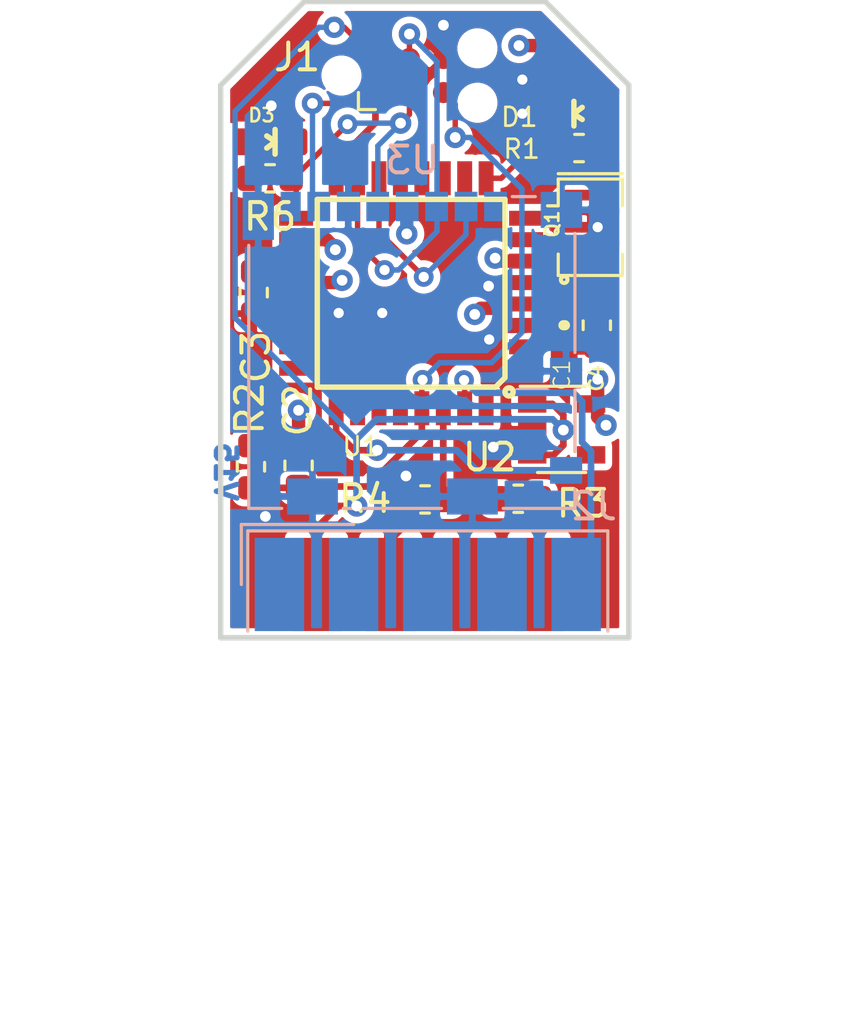
<source format=kicad_pcb>
(kicad_pcb (version 20171130) (host pcbnew "(5.1.5)-3")

  (general
    (thickness 1.6)
    (drawings 9)
    (tracks 201)
    (zones 0)
    (modules 18)
    (nets 18)
  )

  (page A4)
  (layers
    (0 Top signal)
    (1 In1.GND power)
    (2 In2.VCC power)
    (31 Bottom signal)
    (32 B.Adhes user hide)
    (33 F.Adhes user hide)
    (34 B.Paste user hide)
    (35 F.Paste user hide)
    (36 B.SilkS user hide)
    (37 F.SilkS user hide)
    (38 B.Mask user hide)
    (39 F.Mask user hide)
    (40 Dwgs.User user hide)
    (41 Cmts.User user hide)
    (42 Eco1.User user hide)
    (43 Eco2.User user hide)
    (44 Edge.Cuts user hide)
    (45 Margin user hide)
    (46 B.CrtYd user hide)
    (47 F.CrtYd user hide)
    (48 B.Fab user hide)
    (49 F.Fab user hide)
  )

  (setup
    (last_trace_width 0.25)
    (user_trace_width 0.2032)
    (user_trace_width 0.5)
    (user_trace_width 0.8032)
    (trace_clearance 0.1778)
    (zone_clearance 0.508)
    (zone_45_only no)
    (trace_min 0.2)
    (via_size 0.8)
    (via_drill 0.4)
    (via_min_size 0.4)
    (via_min_drill 0.3)
    (uvia_size 0.3)
    (uvia_drill 0.1)
    (uvias_allowed no)
    (uvia_min_size 0.2)
    (uvia_min_drill 0.1)
    (edge_width 0.05)
    (segment_width 0.2)
    (pcb_text_width 0.3)
    (pcb_text_size 1.5 1.5)
    (mod_edge_width 0.12)
    (mod_text_size 1 1)
    (mod_text_width 0.15)
    (pad_size 1.524 1.524)
    (pad_drill 0.762)
    (pad_to_mask_clearance 0.051)
    (solder_mask_min_width 0.25)
    (aux_axis_origin 0 0)
    (visible_elements 7FFFFFFF)
    (pcbplotparams
      (layerselection 0x010fc_ffffffff)
      (usegerberextensions true)
      (usegerberattributes false)
      (usegerberadvancedattributes false)
      (creategerberjobfile false)
      (excludeedgelayer true)
      (linewidth 0.100000)
      (plotframeref false)
      (viasonmask false)
      (mode 1)
      (useauxorigin false)
      (hpglpennumber 1)
      (hpglpenspeed 20)
      (hpglpendiameter 15.000000)
      (psnegative false)
      (psa4output false)
      (plotreference true)
      (plotvalue true)
      (plotinvisibletext false)
      (padsonsilk false)
      (subtractmaskfromsilk false)
      (outputformat 1)
      (mirror false)
      (drillshape 0)
      (scaleselection 1)
      (outputdirectory "../08-Production/Logger_003/"))
  )

  (net 0 "")
  (net 1 GND)
  (net 2 3.3V)
  (net 3 /RST)
  (net 4 "Net-(D3-PadA)")
  (net 5 /SCK)
  (net 6 /RAW)
  (net 7 "Net-(Q1-Pad3)")
  (net 8 "Net-(Q1-Pad1)")
  (net 9 /MISO)
  (net 10 /MOSI)
  (net 11 /CS)
  (net 12 /CD)
  (net 13 "Net-(D1-PadA)")
  (net 14 /TXO)
  (net 15 /RX1)
  (net 16 "Net-(J2-Pad9)")
  (net 17 "Net-(R1-Pad2)")

  (net_class Default "This is the default net class."
    (clearance 0.1778)
    (trace_width 0.25)
    (via_dia 0.8)
    (via_drill 0.4)
    (uvia_dia 0.3)
    (uvia_drill 0.1)
    (add_net /CD)
    (add_net /CS)
    (add_net /MISO)
    (add_net /MOSI)
    (add_net /RAW)
    (add_net /RST)
    (add_net /RX1)
    (add_net /SCK)
    (add_net /TXO)
    (add_net 3.3V)
    (add_net GND)
    (add_net "Net-(D1-PadA)")
    (add_net "Net-(D3-PadA)")
    (add_net "Net-(J2-Pad9)")
    (add_net "Net-(Q1-Pad1)")
    (add_net "Net-(Q1-Pad3)")
    (add_net "Net-(R1-Pad2)")
  )

  (module Connector_Card:microSD_HC_Molex_104031-0811 (layer Bottom) (tedit 5D235007) (tstamp 5E9F399E)
    (at 148.04 106.58 180)
    (descr "1.10mm Pitch microSD Memory Card Connector, Surface Mount, Push-Pull Type, 1.42mm Height, with Detect Switch (https://www.molex.com/pdm_docs/sd/1040310811_sd.pdf)")
    (tags "microSD SD molex")
    (path /5E9F0E97)
    (attr smd)
    (fp_text reference U3 (at 0 7.18) (layer B.SilkS)
      (effects (font (size 1 1) (thickness 0.15)) (justify mirror))
    )
    (fp_text value Micro_SD_Card_Det (at 0 -7.39) (layer B.Fab)
      (effects (font (size 1 1) (thickness 0.15)) (justify mirror))
    )
    (fp_arc (start -4.905 9.2) (end -4.905 9.7) (angle 90) (layer B.Fab) (width 0.1))
    (fp_arc (start 5.095 9.2) (end 5.595 9.2) (angle 90) (layer B.Fab) (width 0.1))
    (fp_line (start 6.84 6.5) (end 6.84 -6.55) (layer B.CrtYd) (width 0.05))
    (fp_line (start -6.84 6.5) (end 6.84 6.5) (layer B.CrtYd) (width 0.05))
    (fp_line (start -6.84 -6.55) (end -6.84 6.5) (layer B.CrtYd) (width 0.05))
    (fp_line (start 6.84 -6.55) (end -6.84 -6.55) (layer B.CrtYd) (width 0.05))
    (fp_line (start -5.405 9.2) (end -5.405 5.7) (layer B.Fab) (width 0.1))
    (fp_line (start 5.595 5.7) (end 5.595 9.2) (layer B.Fab) (width 0.1))
    (fp_line (start 5.995 -5.7) (end 5.995 5.7) (layer B.Fab) (width 0.1))
    (fp_line (start 5.995 5.7) (end 5.21 5.7) (layer B.Fab) (width 0.1))
    (fp_line (start -5.955 5.7) (end -5.955 -5.7) (layer B.Fab) (width 0.1))
    (fp_line (start 5.995 -5.7) (end -5.955 -5.7) (layer B.Fab) (width 0.1))
    (fp_line (start 4.4 4.3) (end -3.26 4.3) (layer B.Fab) (width 0.1))
    (fp_line (start -3.76 4.8) (end -3.76 5.2) (layer B.Fab) (width 0.1))
    (fp_line (start -5.955 5.7) (end -4.26 5.7) (layer B.Fab) (width 0.1))
    (fp_line (start 4.9 5.4) (end 4.9 4.8) (layer B.Fab) (width 0.1))
    (fp_arc (start 5.2 5.4) (end 5.2 5.7) (angle 90) (layer B.Fab) (width 0.1))
    (fp_arc (start 4.4 4.8) (end 4.4 4.3) (angle 90) (layer B.Fab) (width 0.1))
    (fp_arc (start -3.26 4.8) (end -3.26 4.3) (angle -90) (layer B.Fab) (width 0.1))
    (fp_arc (start -4.26 5.2) (end -3.76 5.2) (angle 90) (layer B.Fab) (width 0.1))
    (fp_line (start -4.905 9.7) (end 5.095 9.7) (layer B.Fab) (width 0.1))
    (fp_line (start -6.07 4.45) (end -6.07 0) (layer B.SilkS) (width 0.12))
    (fp_line (start -6.07 -1.4) (end -6.07 -3.7) (layer B.SilkS) (width 0.12))
    (fp_line (start -6.07 -5.1) (end -6.07 -5.82) (layer B.SilkS) (width 0.12))
    (fp_line (start -6.07 -5.82) (end -3.39 -5.82) (layer B.SilkS) (width 0.12))
    (fp_line (start -1.09 -5.82) (end 2.58 -5.82) (layer B.SilkS) (width 0.12))
    (fp_line (start 4.88 -5.82) (end 6.11 -5.82) (layer B.SilkS) (width 0.12))
    (fp_line (start 6.11 -5.82) (end 6.11 4) (layer B.SilkS) (width 0.12))
    (fp_line (start -4.59 5.82) (end -3.73 5.82) (layer B.SilkS) (width 0.12))
    (fp_text user %R (at 0 0) (layer B.Fab)
      (effects (font (size 1 1) (thickness 0.15)) (justify mirror))
    )
    (pad 11 smd rect (at 3.73 -5.375 180) (size 1.9 1.35) (layers Bottom B.Paste B.Mask)
      (net 1 GND))
    (pad 11 smd rect (at -2.24 -5.375 180) (size 1.9 1.35) (layers Bottom B.Paste B.Mask)
      (net 1 GND))
    (pad 9 smd rect (at -5.74 -0.7 180) (size 1.2 1) (layers Bottom B.Paste B.Mask)
      (net 1 GND))
    (pad 10 smd rect (at -5.74 -4.4 180) (size 1.2 1) (layers Bottom B.Paste B.Mask)
      (net 12 /CD))
    (pad 11 smd rect (at -5.565 5.325 180) (size 1.55 1.35) (layers Bottom B.Paste B.Mask)
      (net 1 GND))
    (pad 11 smd rect (at 5.755 5.1 180) (size 1.17 1.8) (layers Bottom B.Paste B.Mask)
      (net 1 GND))
    (pad 7 smd rect (at 3.495 5.45 180) (size 0.85 1.1) (layers Bottom B.Paste B.Mask)
      (net 9 /MISO))
    (pad 6 smd rect (at 2.395 5.45 180) (size 0.85 1.1) (layers Bottom B.Paste B.Mask)
      (net 1 GND))
    (pad 5 smd rect (at 1.295 5.45 180) (size 0.85 1.1) (layers Bottom B.Paste B.Mask)
      (net 5 /SCK))
    (pad 4 smd rect (at 0.195 5.45 180) (size 0.85 1.1) (layers Bottom B.Paste B.Mask)
      (net 2 3.3V))
    (pad 3 smd rect (at -0.905 5.45 180) (size 0.85 1.1) (layers Bottom B.Paste B.Mask)
      (net 10 /MOSI))
    (pad 2 smd rect (at -2.005 5.45 180) (size 0.85 1.1) (layers Bottom B.Paste B.Mask)
      (net 11 /CS))
    (pad 8 smd rect (at 4.545 5.45 180) (size 0.75 1.1) (layers Bottom B.Paste B.Mask))
    (pad 1 smd rect (at -3.105 5.45 180) (size 0.85 1.1) (layers Bottom B.Paste B.Mask))
    (model ${KIPRJMOD}/Step/1040310811.stp
      (offset (xyz 44.5 -1.5 0.6))
      (scale (xyz 1 1 1))
      (rotate (xyz 0 0 180))
    )
  )

  (module Package_TO_SOT_SMD:SOT-23-5 (layer Top) (tedit 5A02FF57) (tstamp 5E4461BE)
    (at 153.614121 109.451141)
    (descr "5-pin SOT23 package")
    (tags SOT-23-5)
    (path /6B38787B)
    (attr smd)
    (fp_text reference U2 (at -2.687321 1.038859) (layer F.SilkS)
      (effects (font (size 1 1) (thickness 0.15)))
    )
    (fp_text value "3.3V MIC5205" (at 0 2.9) (layer F.Fab)
      (effects (font (size 1 1) (thickness 0.15)))
    )
    (fp_line (start 0.9 -1.55) (end 0.9 1.55) (layer F.Fab) (width 0.1))
    (fp_line (start 0.9 1.55) (end -0.9 1.55) (layer F.Fab) (width 0.1))
    (fp_line (start -0.9 -0.9) (end -0.9 1.55) (layer F.Fab) (width 0.1))
    (fp_line (start 0.9 -1.55) (end -0.25 -1.55) (layer F.Fab) (width 0.1))
    (fp_line (start -0.9 -0.9) (end -0.25 -1.55) (layer F.Fab) (width 0.1))
    (fp_line (start -1.9 1.8) (end -1.9 -1.8) (layer F.CrtYd) (width 0.05))
    (fp_line (start 1.9 1.8) (end -1.9 1.8) (layer F.CrtYd) (width 0.05))
    (fp_line (start 1.9 -1.8) (end 1.9 1.8) (layer F.CrtYd) (width 0.05))
    (fp_line (start -1.9 -1.8) (end 1.9 -1.8) (layer F.CrtYd) (width 0.05))
    (fp_line (start 0.9 -1.61) (end -1.55 -1.61) (layer F.SilkS) (width 0.12))
    (fp_line (start -0.9 1.61) (end 0.9 1.61) (layer F.SilkS) (width 0.12))
    (fp_text user %R (at 0 0 90) (layer F.Fab)
      (effects (font (size 0.5 0.5) (thickness 0.075)))
    )
    (pad 5 smd rect (at 1.1 -0.95) (size 1.06 0.65) (layers Top F.Paste F.Mask)
      (net 2 3.3V))
    (pad 4 smd rect (at 1.1 0.95) (size 1.06 0.65) (layers Top F.Paste F.Mask))
    (pad 3 smd rect (at -1.1 0.95) (size 1.06 0.65) (layers Top F.Paste F.Mask)
      (net 6 /RAW))
    (pad 2 smd rect (at -1.1 0) (size 1.06 0.65) (layers Top F.Paste F.Mask)
      (net 1 GND))
    (pad 1 smd rect (at -1.1 -0.95) (size 1.06 0.65) (layers Top F.Paste F.Mask)
      (net 6 /RAW))
    (model ${KISYS3DMOD}/Package_TO_SOT_SMD.3dshapes/SOT-23-5.wrl
      (at (xyz 0 0 0))
      (scale (xyz 1 1 1))
      (rotate (xyz 0 0 0))
    )
  )

  (module Resistor_SMD:R_0603_1608Metric (layer Top) (tedit 5B301BBD) (tstamp 5E447FE7)
    (at 148.5138 112.0648)
    (descr "Resistor SMD 0603 (1608 Metric), square (rectangular) end terminal, IPC_7351 nominal, (Body size source: http://www.tortai-tech.com/upload/download/2011102023233369053.pdf), generated with kicad-footprint-generator")
    (tags resistor)
    (path /5E4AC666)
    (attr smd)
    (fp_text reference R4 (at -2.2352 -0.0254) (layer F.SilkS)
      (effects (font (size 1 1) (thickness 0.15)))
    )
    (fp_text value 2K (at 0 1.43) (layer F.Fab)
      (effects (font (size 1 1) (thickness 0.15)))
    )
    (fp_text user %R (at 0 0) (layer F.Fab)
      (effects (font (size 0.4 0.4) (thickness 0.06)))
    )
    (fp_line (start 1.48 0.73) (end -1.48 0.73) (layer F.CrtYd) (width 0.05))
    (fp_line (start 1.48 -0.73) (end 1.48 0.73) (layer F.CrtYd) (width 0.05))
    (fp_line (start -1.48 -0.73) (end 1.48 -0.73) (layer F.CrtYd) (width 0.05))
    (fp_line (start -1.48 0.73) (end -1.48 -0.73) (layer F.CrtYd) (width 0.05))
    (fp_line (start -0.162779 0.51) (end 0.162779 0.51) (layer F.SilkS) (width 0.12))
    (fp_line (start -0.162779 -0.51) (end 0.162779 -0.51) (layer F.SilkS) (width 0.12))
    (fp_line (start 0.8 0.4) (end -0.8 0.4) (layer F.Fab) (width 0.1))
    (fp_line (start 0.8 -0.4) (end 0.8 0.4) (layer F.Fab) (width 0.1))
    (fp_line (start -0.8 -0.4) (end 0.8 -0.4) (layer F.Fab) (width 0.1))
    (fp_line (start -0.8 0.4) (end -0.8 -0.4) (layer F.Fab) (width 0.1))
    (pad 2 smd roundrect (at 0.7875 0) (size 0.875 0.95) (layers Top F.Paste F.Mask) (roundrect_rratio 0.25)
      (net 15 /RX1))
    (pad 1 smd roundrect (at -0.7875 0) (size 0.875 0.95) (layers Top F.Paste F.Mask) (roundrect_rratio 0.25)
      (net 1 GND))
    (model ${KISYS3DMOD}/Resistor_SMD.3dshapes/R_0603_1608Metric.wrl
      (at (xyz 0 0 0))
      (scale (xyz 1 1 1))
      (rotate (xyz 0 0 0))
    )
  )

  (module Resistor_SMD:R_0603_1608Metric (layer Top) (tedit 5B301BBD) (tstamp 5E447FD7)
    (at 151.9936 112.0394)
    (descr "Resistor SMD 0603 (1608 Metric), square (rectangular) end terminal, IPC_7351 nominal, (Body size source: http://www.tortai-tech.com/upload/download/2011102023233369053.pdf), generated with kicad-footprint-generator")
    (tags resistor)
    (path /5E4AA11B)
    (attr smd)
    (fp_text reference R3 (at 2.413 0.1778) (layer F.SilkS)
      (effects (font (size 1 1) (thickness 0.15)))
    )
    (fp_text value 1K (at 0 1.43) (layer F.Fab)
      (effects (font (size 1 1) (thickness 0.15)))
    )
    (fp_text user %R (at 0 0) (layer F.Fab)
      (effects (font (size 0.4 0.4) (thickness 0.06)))
    )
    (fp_line (start 1.48 0.73) (end -1.48 0.73) (layer F.CrtYd) (width 0.05))
    (fp_line (start 1.48 -0.73) (end 1.48 0.73) (layer F.CrtYd) (width 0.05))
    (fp_line (start -1.48 -0.73) (end 1.48 -0.73) (layer F.CrtYd) (width 0.05))
    (fp_line (start -1.48 0.73) (end -1.48 -0.73) (layer F.CrtYd) (width 0.05))
    (fp_line (start -0.162779 0.51) (end 0.162779 0.51) (layer F.SilkS) (width 0.12))
    (fp_line (start -0.162779 -0.51) (end 0.162779 -0.51) (layer F.SilkS) (width 0.12))
    (fp_line (start 0.8 0.4) (end -0.8 0.4) (layer F.Fab) (width 0.1))
    (fp_line (start 0.8 -0.4) (end 0.8 0.4) (layer F.Fab) (width 0.1))
    (fp_line (start -0.8 -0.4) (end 0.8 -0.4) (layer F.Fab) (width 0.1))
    (fp_line (start -0.8 0.4) (end -0.8 -0.4) (layer F.Fab) (width 0.1))
    (pad 2 smd roundrect (at 0.7875 0) (size 0.875 0.95) (layers Top F.Paste F.Mask) (roundrect_rratio 0.25)
      (net 16 "Net-(J2-Pad9)"))
    (pad 1 smd roundrect (at -0.7875 0) (size 0.875 0.95) (layers Top F.Paste F.Mask) (roundrect_rratio 0.25)
      (net 15 /RX1))
    (model ${KISYS3DMOD}/Resistor_SMD.3dshapes/R_0603_1608Metric.wrl
      (at (xyz 0 0 0))
      (scale (xyz 1 1 1))
      (rotate (xyz 0 0 0))
    )
  )

  (module Capacitor_SMD:C_0603_1608Metric (layer Top) (tedit 5B301BBE) (tstamp 5E446197)
    (at 142.113 104.3432 90)
    (descr "Capacitor SMD 0603 (1608 Metric), square (rectangular) end terminal, IPC_7351 nominal, (Body size source: http://www.tortai-tech.com/upload/download/2011102023233369053.pdf), generated with kicad-footprint-generator")
    (tags capacitor)
    (path /88676885)
    (attr smd)
    (fp_text reference C3 (at -2.4068 0.087 90) (layer F.SilkS)
      (effects (font (size 1 1) (thickness 0.15)))
    )
    (fp_text value 0.1uF (at 0 1.43 90) (layer F.Fab)
      (effects (font (size 1 1) (thickness 0.15)))
    )
    (fp_text user %R (at 0 0 90) (layer F.Fab)
      (effects (font (size 0.4 0.4) (thickness 0.06)))
    )
    (fp_line (start 1.48 0.73) (end -1.48 0.73) (layer F.CrtYd) (width 0.05))
    (fp_line (start 1.48 -0.73) (end 1.48 0.73) (layer F.CrtYd) (width 0.05))
    (fp_line (start -1.48 -0.73) (end 1.48 -0.73) (layer F.CrtYd) (width 0.05))
    (fp_line (start -1.48 0.73) (end -1.48 -0.73) (layer F.CrtYd) (width 0.05))
    (fp_line (start -0.162779 0.51) (end 0.162779 0.51) (layer F.SilkS) (width 0.12))
    (fp_line (start -0.162779 -0.51) (end 0.162779 -0.51) (layer F.SilkS) (width 0.12))
    (fp_line (start 0.8 0.4) (end -0.8 0.4) (layer F.Fab) (width 0.1))
    (fp_line (start 0.8 -0.4) (end 0.8 0.4) (layer F.Fab) (width 0.1))
    (fp_line (start -0.8 -0.4) (end 0.8 -0.4) (layer F.Fab) (width 0.1))
    (fp_line (start -0.8 0.4) (end -0.8 -0.4) (layer F.Fab) (width 0.1))
    (pad 2 smd roundrect (at 0.7875 0 90) (size 0.875 0.95) (layers Top F.Paste F.Mask) (roundrect_rratio 0.25)
      (net 2 3.3V))
    (pad 1 smd roundrect (at -0.7875 0 90) (size 0.875 0.95) (layers Top F.Paste F.Mask) (roundrect_rratio 0.25)
      (net 1 GND))
    (model ${KISYS3DMOD}/Capacitor_SMD.3dshapes/C_0603_1608Metric.wrl
      (at (xyz 0 0 0))
      (scale (xyz 1 1 1))
      (rotate (xyz 0 0 0))
    )
  )

  (module Resistor_SMD:R_0603_1608Metric (layer Top) (tedit 5B301BBD) (tstamp 5E4461A6)
    (at 142.72514 100.078538 180)
    (descr "Resistor SMD 0603 (1608 Metric), square (rectangular) end terminal, IPC_7351 nominal, (Body size source: http://www.tortai-tech.com/upload/download/2011102023233369053.pdf), generated with kicad-footprint-generator")
    (tags resistor)
    (path /A0406511)
    (attr smd)
    (fp_text reference R6 (at 0 -1.43) (layer F.SilkS)
      (effects (font (size 1 1) (thickness 0.15)))
    )
    (fp_text value 1K (at 0 1.43) (layer F.Fab)
      (effects (font (size 1 1) (thickness 0.15)))
    )
    (fp_text user %R (at 0 0) (layer F.Fab)
      (effects (font (size 0.4 0.4) (thickness 0.06)))
    )
    (fp_line (start 1.48 0.73) (end -1.48 0.73) (layer F.CrtYd) (width 0.05))
    (fp_line (start 1.48 -0.73) (end 1.48 0.73) (layer F.CrtYd) (width 0.05))
    (fp_line (start -1.48 -0.73) (end 1.48 -0.73) (layer F.CrtYd) (width 0.05))
    (fp_line (start -1.48 0.73) (end -1.48 -0.73) (layer F.CrtYd) (width 0.05))
    (fp_line (start -0.162779 0.51) (end 0.162779 0.51) (layer F.SilkS) (width 0.12))
    (fp_line (start -0.162779 -0.51) (end 0.162779 -0.51) (layer F.SilkS) (width 0.12))
    (fp_line (start 0.8 0.4) (end -0.8 0.4) (layer F.Fab) (width 0.1))
    (fp_line (start 0.8 -0.4) (end 0.8 0.4) (layer F.Fab) (width 0.1))
    (fp_line (start -0.8 -0.4) (end 0.8 -0.4) (layer F.Fab) (width 0.1))
    (fp_line (start -0.8 0.4) (end -0.8 -0.4) (layer F.Fab) (width 0.1))
    (pad 2 smd roundrect (at 0.7875 0 180) (size 0.875 0.95) (layers Top F.Paste F.Mask) (roundrect_rratio 0.25)
      (net 4 "Net-(D3-PadA)"))
    (pad 1 smd roundrect (at -0.7875 0 180) (size 0.875 0.95) (layers Top F.Paste F.Mask) (roundrect_rratio 0.25)
      (net 5 /SCK))
    (model ${KISYS3DMOD}/Resistor_SMD.3dshapes/R_0603_1608Metric.wrl
      (at (xyz 0 0 0))
      (scale (xyz 1 1 1))
      (rotate (xyz 0 0 0))
    )
  )

  (module Resistor_SMD:R_0603_1608Metric (layer Top) (tedit 5B301BBD) (tstamp 5E7130F1)
    (at 142.0114 110.8456 270)
    (descr "Resistor SMD 0603 (1608 Metric), square (rectangular) end terminal, IPC_7351 nominal, (Body size source: http://www.tortai-tech.com/upload/download/2011102023233369053.pdf), generated with kicad-footprint-generator")
    (tags resistor)
    (path /0F3C4881)
    (attr smd)
    (fp_text reference R2 (at -2.1844 0.0508 90) (layer F.SilkS)
      (effects (font (size 1 1) (thickness 0.15)))
    )
    (fp_text value 10K (at 0 1.43 90) (layer F.Fab)
      (effects (font (size 1 1) (thickness 0.15)))
    )
    (fp_text user %R (at 0 0 90) (layer F.Fab)
      (effects (font (size 0.4 0.4) (thickness 0.06)))
    )
    (fp_line (start 1.48 0.73) (end -1.48 0.73) (layer F.CrtYd) (width 0.05))
    (fp_line (start 1.48 -0.73) (end 1.48 0.73) (layer F.CrtYd) (width 0.05))
    (fp_line (start -1.48 -0.73) (end 1.48 -0.73) (layer F.CrtYd) (width 0.05))
    (fp_line (start -1.48 0.73) (end -1.48 -0.73) (layer F.CrtYd) (width 0.05))
    (fp_line (start -0.162779 0.51) (end 0.162779 0.51) (layer F.SilkS) (width 0.12))
    (fp_line (start -0.162779 -0.51) (end 0.162779 -0.51) (layer F.SilkS) (width 0.12))
    (fp_line (start 0.8 0.4) (end -0.8 0.4) (layer F.Fab) (width 0.1))
    (fp_line (start 0.8 -0.4) (end 0.8 0.4) (layer F.Fab) (width 0.1))
    (fp_line (start -0.8 -0.4) (end 0.8 -0.4) (layer F.Fab) (width 0.1))
    (fp_line (start -0.8 0.4) (end -0.8 -0.4) (layer F.Fab) (width 0.1))
    (pad 2 smd roundrect (at 0.7875 0 270) (size 0.875 0.95) (layers Top F.Paste F.Mask) (roundrect_rratio 0.25)
      (net 3 /RST))
    (pad 1 smd roundrect (at -0.7875 0 270) (size 0.875 0.95) (layers Top F.Paste F.Mask) (roundrect_rratio 0.25)
      (net 2 3.3V))
    (model ${KISYS3DMOD}/Resistor_SMD.3dshapes/R_0603_1608Metric.wrl
      (at (xyz 0 0 0))
      (scale (xyz 1 1 1))
      (rotate (xyz 0 0 0))
    )
  )

  (module Resistor_SMD:R_0603_1608Metric (layer Top) (tedit 5B301BBD) (tstamp 5E446332)
    (at 154.264356 98.948247 180)
    (descr "Resistor SMD 0603 (1608 Metric), square (rectangular) end terminal, IPC_7351 nominal, (Body size source: http://www.tortai-tech.com/upload/download/2011102023233369053.pdf), generated with kicad-footprint-generator")
    (tags resistor)
    (path /2B559F24)
    (attr smd)
    (fp_text reference R1 (at 2.143756 -0.035553) (layer F.SilkS)
      (effects (font (size 0.7 0.7) (thickness 0.1)))
    )
    (fp_text value 1K (at 0 1.43) (layer F.Fab)
      (effects (font (size 1 1) (thickness 0.15)))
    )
    (fp_text user %R (at 0 0) (layer F.Fab)
      (effects (font (size 0.4 0.4) (thickness 0.06)))
    )
    (fp_line (start 1.48 0.73) (end -1.48 0.73) (layer F.CrtYd) (width 0.05))
    (fp_line (start 1.48 -0.73) (end 1.48 0.73) (layer F.CrtYd) (width 0.05))
    (fp_line (start -1.48 -0.73) (end 1.48 -0.73) (layer F.CrtYd) (width 0.05))
    (fp_line (start -1.48 0.73) (end -1.48 -0.73) (layer F.CrtYd) (width 0.05))
    (fp_line (start -0.162779 0.51) (end 0.162779 0.51) (layer F.SilkS) (width 0.12))
    (fp_line (start -0.162779 -0.51) (end 0.162779 -0.51) (layer F.SilkS) (width 0.12))
    (fp_line (start 0.8 0.4) (end -0.8 0.4) (layer F.Fab) (width 0.1))
    (fp_line (start 0.8 -0.4) (end 0.8 0.4) (layer F.Fab) (width 0.1))
    (fp_line (start -0.8 -0.4) (end 0.8 -0.4) (layer F.Fab) (width 0.1))
    (fp_line (start -0.8 0.4) (end -0.8 -0.4) (layer F.Fab) (width 0.1))
    (pad 2 smd roundrect (at 0.7875 0 180) (size 0.875 0.95) (layers Top F.Paste F.Mask) (roundrect_rratio 0.25)
      (net 17 "Net-(R1-Pad2)"))
    (pad 1 smd roundrect (at -0.7875 0 180) (size 0.875 0.95) (layers Top F.Paste F.Mask) (roundrect_rratio 0.25)
      (net 13 "Net-(D1-PadA)"))
    (model ${KISYS3DMOD}/Resistor_SMD.3dshapes/R_0603_1608Metric.wrl
      (at (xyz 0 0 0))
      (scale (xyz 1 1 1))
      (rotate (xyz 0 0 0))
    )
  )

  (module Capacitor_SMD:C_0603_1608Metric (layer Top) (tedit 5B301BBE) (tstamp 5E446306)
    (at 143.7894 110.7948 90)
    (descr "Capacitor SMD 0603 (1608 Metric), square (rectangular) end terminal, IPC_7351 nominal, (Body size source: http://www.tortai-tech.com/upload/download/2011102023233369053.pdf), generated with kicad-footprint-generator")
    (tags capacitor)
    (path /C8DDE19D)
    (attr smd)
    (fp_text reference C2 (at 2.0574 -0.0254 90) (layer F.SilkS)
      (effects (font (size 1 1) (thickness 0.15)))
    )
    (fp_text value 0.1uF (at 0 1.43 90) (layer F.Fab)
      (effects (font (size 1 1) (thickness 0.15)))
    )
    (fp_text user %R (at 0 0 90) (layer F.Fab)
      (effects (font (size 0.4 0.4) (thickness 0.06)))
    )
    (fp_line (start 1.48 0.73) (end -1.48 0.73) (layer F.CrtYd) (width 0.05))
    (fp_line (start 1.48 -0.73) (end 1.48 0.73) (layer F.CrtYd) (width 0.05))
    (fp_line (start -1.48 -0.73) (end 1.48 -0.73) (layer F.CrtYd) (width 0.05))
    (fp_line (start -1.48 0.73) (end -1.48 -0.73) (layer F.CrtYd) (width 0.05))
    (fp_line (start -0.162779 0.51) (end 0.162779 0.51) (layer F.SilkS) (width 0.12))
    (fp_line (start -0.162779 -0.51) (end 0.162779 -0.51) (layer F.SilkS) (width 0.12))
    (fp_line (start 0.8 0.4) (end -0.8 0.4) (layer F.Fab) (width 0.1))
    (fp_line (start 0.8 -0.4) (end 0.8 0.4) (layer F.Fab) (width 0.1))
    (fp_line (start -0.8 -0.4) (end 0.8 -0.4) (layer F.Fab) (width 0.1))
    (fp_line (start -0.8 0.4) (end -0.8 -0.4) (layer F.Fab) (width 0.1))
    (pad 2 smd roundrect (at 0.7875 0 90) (size 0.875 0.95) (layers Top F.Paste F.Mask) (roundrect_rratio 0.25)
      (net 2 3.3V))
    (pad 1 smd roundrect (at -0.7875 0 90) (size 0.875 0.95) (layers Top F.Paste F.Mask) (roundrect_rratio 0.25)
      (net 3 /RST))
    (model ${KISYS3DMOD}/Capacitor_SMD.3dshapes/C_0603_1608Metric.wrl
      (at (xyz 0 0 0))
      (scale (xyz 1 1 1))
      (rotate (xyz 0 0 0))
    )
  )

  (module Capacitor_SMD:C_0603_1608Metric (layer Top) (tedit 5B301BBE) (tstamp 5E446179)
    (at 154.9273 105.5624 270)
    (descr "Capacitor SMD 0603 (1608 Metric), square (rectangular) end terminal, IPC_7351 nominal, (Body size source: http://www.tortai-tech.com/upload/download/2011102023233369053.pdf), generated with kicad-footprint-generator")
    (tags capacitor)
    (path /03F6E73E)
    (attr smd)
    (fp_text reference C4 (at 1.9812 0.0127 90) (layer F.SilkS)
      (effects (font (size 0.5 0.5) (thickness 0.1)))
    )
    (fp_text value 0.1uF (at 0 1.43 90) (layer F.Fab)
      (effects (font (size 1 1) (thickness 0.15)))
    )
    (fp_text user %R (at 0 0 90) (layer F.Fab)
      (effects (font (size 0.4 0.4) (thickness 0.06)))
    )
    (fp_line (start 1.48 0.73) (end -1.48 0.73) (layer F.CrtYd) (width 0.05))
    (fp_line (start 1.48 -0.73) (end 1.48 0.73) (layer F.CrtYd) (width 0.05))
    (fp_line (start -1.48 -0.73) (end 1.48 -0.73) (layer F.CrtYd) (width 0.05))
    (fp_line (start -1.48 0.73) (end -1.48 -0.73) (layer F.CrtYd) (width 0.05))
    (fp_line (start -0.162779 0.51) (end 0.162779 0.51) (layer F.SilkS) (width 0.12))
    (fp_line (start -0.162779 -0.51) (end 0.162779 -0.51) (layer F.SilkS) (width 0.12))
    (fp_line (start 0.8 0.4) (end -0.8 0.4) (layer F.Fab) (width 0.1))
    (fp_line (start 0.8 -0.4) (end 0.8 0.4) (layer F.Fab) (width 0.1))
    (fp_line (start -0.8 -0.4) (end 0.8 -0.4) (layer F.Fab) (width 0.1))
    (fp_line (start -0.8 0.4) (end -0.8 -0.4) (layer F.Fab) (width 0.1))
    (pad 2 smd roundrect (at 0.7875 0 270) (size 0.875 0.95) (layers Top F.Paste F.Mask) (roundrect_rratio 0.25)
      (net 1 GND))
    (pad 1 smd roundrect (at -0.7875 0 270) (size 0.875 0.95) (layers Top F.Paste F.Mask) (roundrect_rratio 0.25)
      (net 2 3.3V))
    (model ${KISYS3DMOD}/Capacitor_SMD.3dshapes/C_0603_1608Metric.wrl
      (at (xyz 0 0 0))
      (scale (xyz 1 1 1))
      (rotate (xyz 0 0 0))
    )
  )

  (module Connector:Tag-Connect_TC2030-IDC-NL_2x03_P1.27mm_Vertical (layer Top) (tedit 5A29CEA9) (tstamp 5E455F52)
    (at 147.9296 96.2406)
    (descr "Tag-Connect programming header; http://www.tag-connect.com/Materials/TC2030-IDC-NL.pdf")
    (tags "tag connect programming header pogo pins")
    (path /5E459944)
    (attr virtual)
    (fp_text reference J1 (at -4.191 -0.6858) (layer F.SilkS)
      (effects (font (size 1 1) (thickness 0.15)))
    )
    (fp_text value Conn_02x03_Odd_Even (at 0 -2.3) (layer F.Fab)
      (effects (font (size 1 1) (thickness 0.15)))
    )
    (fp_text user KEEPOUT (at 0 0) (layer Cmts.User)
      (effects (font (size 0.4 0.4) (thickness 0.07)))
    )
    (fp_line (start 0.635 0.635) (end 1.27 0) (layer Dwgs.User) (width 0.1))
    (fp_line (start 0 0.635) (end 1.27 -0.635) (layer Dwgs.User) (width 0.1))
    (fp_line (start -0.635 0.635) (end 0.635 -0.635) (layer Dwgs.User) (width 0.1))
    (fp_line (start -1.27 0) (end -0.635 -0.635) (layer Dwgs.User) (width 0.1))
    (fp_line (start -1.27 0.635) (end 0 -0.635) (layer Dwgs.User) (width 0.1))
    (fp_line (start -1.27 -0.635) (end 1.27 -0.635) (layer Dwgs.User) (width 0.1))
    (fp_line (start 1.27 -0.635) (end 1.27 0.635) (layer Dwgs.User) (width 0.1))
    (fp_line (start 1.27 0.635) (end -1.27 0.635) (layer Dwgs.User) (width 0.1))
    (fp_line (start -1.27 0.635) (end -1.27 -0.635) (layer Dwgs.User) (width 0.1))
    (fp_text user %R (at 0 0) (layer F.Fab)
      (effects (font (size 1 1) (thickness 0.15)))
    )
    (fp_line (start -3.5 -2) (end 3.5 -2) (layer F.CrtYd) (width 0.05))
    (fp_line (start 3.5 -2) (end 3.5 2) (layer F.CrtYd) (width 0.05))
    (fp_line (start 3.5 2) (end -3.5 2) (layer F.CrtYd) (width 0.05))
    (fp_line (start -3.5 2) (end -3.5 -2) (layer F.CrtYd) (width 0.05))
    (fp_line (start -1.27 1.27) (end -1.905 1.27) (layer F.SilkS) (width 0.12))
    (fp_line (start -1.905 1.27) (end -1.905 0.635) (layer F.SilkS) (width 0.12))
    (pad 6 connect circle (at 1.27 -0.635) (size 0.7874 0.7874) (layers Top F.Mask)
      (net 1 GND))
    (pad 5 connect circle (at 1.27 0.635) (size 0.7874 0.7874) (layers Top F.Mask)
      (net 3 /RST))
    (pad 4 connect circle (at 0 -0.635) (size 0.7874 0.7874) (layers Top F.Mask)
      (net 10 /MOSI))
    (pad 3 connect circle (at 0 0.635) (size 0.7874 0.7874) (layers Top F.Mask)
      (net 5 /SCK))
    (pad 2 connect circle (at -1.27 -0.635) (size 0.7874 0.7874) (layers Top F.Mask)
      (net 6 /RAW))
    (pad 1 connect circle (at -1.27 0.635) (size 0.7874 0.7874) (layers Top F.Mask)
      (net 9 /MISO))
    (pad "" np_thru_hole circle (at -2.54 0) (size 0.9906 0.9906) (drill 0.9906) (layers *.Cu *.Mask))
    (pad "" np_thru_hole circle (at 2.54 1.016) (size 0.9906 0.9906) (drill 0.9906) (layers *.Cu *.Mask))
    (pad "" np_thru_hole circle (at 2.54 -1.016) (size 0.9906 0.9906) (drill 0.9906) (layers *.Cu *.Mask))
  )

  (module Crystal:Resonator_SMD_muRata_CSTxExxV-3Pin_3.0x1.1mm (layer Top) (tedit 5AD358ED) (tstamp 5E4461D3)
    (at 154.686 101.9048 270)
    (descr "SMD Resomator/Filter Murata CSTCE, https://www.murata.com/en-eu/products/productdata/8801162264606/SPEC-CSTNE16M0VH3C000R0.pdf")
    (tags "SMD SMT ceramic resonator filter")
    (path /B2D41591)
    (attr smd)
    (fp_text reference Q1 (at -0.119382 1.42494 90) (layer F.SilkS)
      (effects (font (size 0.5 0.5) (thickness 0.1)))
    )
    (fp_text value CSTNE16M0V530000R0 (at 0 1.8 90) (layer F.Fab)
      (effects (font (size 0.2 0.2) (thickness 0.03)))
    )
    (fp_line (start -1.75 1.2) (end -1.75 -1.2) (layer F.CrtYd) (width 0.05))
    (fp_line (start 1.75 -1.2) (end 1.75 1.2) (layer F.CrtYd) (width 0.05))
    (fp_line (start -1.75 -1.2) (end 1.75 -1.2) (layer F.CrtYd) (width 0.05))
    (fp_line (start 1.75 1.2) (end -1.75 1.2) (layer F.CrtYd) (width 0.05))
    (fp_line (start -1.5 0.3) (end -1.5 -0.8) (layer F.Fab) (width 0.1))
    (fp_line (start -1 0.8) (end 1.5 0.8) (layer F.Fab) (width 0.1))
    (fp_line (start -1 0.8) (end -1.5 0.3) (layer F.Fab) (width 0.1))
    (fp_line (start 1.5 -0.8) (end -1.5 -0.8) (layer F.Fab) (width 0.1))
    (fp_line (start 1.5 0.8) (end 1.5 -0.8) (layer F.Fab) (width 0.1))
    (fp_line (start -2 0.8) (end -2 1.2) (layer F.SilkS) (width 0.12))
    (fp_line (start -1.8 0.8) (end -1.8 1.2) (layer F.SilkS) (width 0.12))
    (fp_line (start 1.8 0.8) (end 1.8 1.2) (layer F.SilkS) (width 0.12))
    (fp_line (start -2 -1.2) (end -2 0.8) (layer F.SilkS) (width 0.12))
    (fp_line (start -0.8 1.2) (end -0.8 1.6) (layer F.SilkS) (width 0.12))
    (fp_line (start -0.8 1.2) (end -1.8 1.2) (layer F.SilkS) (width 0.12))
    (fp_line (start -1.8 0.8) (end -1.8 -1.2) (layer F.SilkS) (width 0.12))
    (fp_line (start -1.8 -1.2) (end -0.8 -1.2) (layer F.SilkS) (width 0.12))
    (fp_line (start 1 -1.2) (end 1.8 -1.2) (layer F.SilkS) (width 0.12))
    (fp_line (start 1.8 -1.2) (end 1.8 0.8) (layer F.SilkS) (width 0.12))
    (fp_line (start 1.8 1.2) (end 1 1.2) (layer F.SilkS) (width 0.12))
    (fp_text user %R (at 0.1 -0.05 90) (layer F.Fab)
      (effects (font (size 0.6 0.6) (thickness 0.08)))
    )
    (pad 3 smd rect (at 1.2 0 270) (size 0.4 1.9) (layers Top F.Paste F.Mask)
      (net 7 "Net-(Q1-Pad3)"))
    (pad 2 smd rect (at 0 0 270) (size 0.4 1.9) (layers Top F.Paste F.Mask)
      (net 1 GND))
    (pad 1 smd rect (at -1.2 0 270) (size 0.4 1.9) (layers Top F.Paste F.Mask)
      (net 8 "Net-(Q1-Pad1)"))
    (model ${KISYS3DMOD}/Crystal.3dshapes/Resonator_SMD_muRata_CSTxExxV-3Pin_3.0x1.1mm.wrl
      (at (xyz 0 0 0))
      (scale (xyz 1 1 1))
      (rotate (xyz 0 0 0))
    )
  )

  (module Connector_Dsub:DSUB-9_Female_EdgeMount_P2.77mm (layer Bottom) (tedit 59FEDEE2) (tstamp 5E448C14)
    (at 148.6154 115.2398 180)
    (descr "9-pin D-Sub connector, solder-cups edge-mounted, female, x-pin-pitch 2.77mm, distance of mounting holes 25mm, see https://disti-assets.s3.amazonaws.com/tonar/files/datasheets/16730.pdf")
    (tags "9-pin D-Sub connector edge mount solder cup female x-pin-pitch 2.77mm mounting holes distance 25mm")
    (path /5E47EB02)
    (attr smd)
    (fp_text reference J2 (at -6.1976 2.921) (layer B.SilkS)
      (effects (font (size 1 1) (thickness 0.15)) (justify mirror))
    )
    (fp_text value DB9_Female (at 0 -16.86) (layer B.Fab)
      (effects (font (size 1 1) (thickness 0.15)) (justify mirror))
    )
    (fp_text user "PCB edge" (at -10.425 -1.323333) (layer Dwgs.User)
      (effects (font (size 0.5 0.5) (thickness 0.075)))
    )
    (fp_text user %R (at 0 -3.39) (layer B.Fab)
      (effects (font (size 1 1) (thickness 0.15)) (justify mirror))
    )
    (fp_line (start -15.425 -1.99) (end 15.425 -1.99) (layer Dwgs.User) (width 0.05))
    (fp_line (start 6.963333 2.24) (end 2.77 2.24) (layer B.SilkS) (width 0.12))
    (fp_line (start 6.963333 0) (end 6.963333 2.24) (layer B.SilkS) (width 0.12))
    (fp_line (start -6.723333 2) (end -6.723333 -1.74) (layer B.SilkS) (width 0.12))
    (fp_line (start 6.723333 2) (end -6.723333 2) (layer B.SilkS) (width 0.12))
    (fp_line (start 6.723333 -1.74) (end 6.723333 2) (layer B.SilkS) (width 0.12))
    (fp_line (start -7 -1.5) (end -7 2.25) (layer B.CrtYd) (width 0.05))
    (fp_line (start -8.05 -1.5) (end -7 -1.5) (layer B.CrtYd) (width 0.05))
    (fp_line (start -8.05 -4.3) (end -8.05 -1.5) (layer B.CrtYd) (width 0.05))
    (fp_line (start -9.05 -4.3) (end -8.05 -4.3) (layer B.CrtYd) (width 0.05))
    (fp_line (start -9.05 -8.8) (end -9.05 -4.3) (layer B.CrtYd) (width 0.05))
    (fp_line (start -15.95 -8.8) (end -9.05 -8.8) (layer B.CrtYd) (width 0.05))
    (fp_line (start -15.95 -10.2) (end -15.95 -8.8) (layer B.CrtYd) (width 0.05))
    (fp_line (start -8.65 -10.2) (end -15.95 -10.2) (layer B.CrtYd) (width 0.05))
    (fp_line (start -8.65 -16.4) (end -8.65 -10.2) (layer B.CrtYd) (width 0.05))
    (fp_line (start 8.65 -16.4) (end -8.65 -16.4) (layer B.CrtYd) (width 0.05))
    (fp_line (start 8.65 -10.2) (end 8.65 -16.4) (layer B.CrtYd) (width 0.05))
    (fp_line (start 15.95 -10.2) (end 8.65 -10.2) (layer B.CrtYd) (width 0.05))
    (fp_line (start 15.95 -8.8) (end 15.95 -10.2) (layer B.CrtYd) (width 0.05))
    (fp_line (start 9.05 -8.8) (end 15.95 -8.8) (layer B.CrtYd) (width 0.05))
    (fp_line (start 9.05 -4.3) (end 9.05 -8.8) (layer B.CrtYd) (width 0.05))
    (fp_line (start 8.05 -4.3) (end 9.05 -4.3) (layer B.CrtYd) (width 0.05))
    (fp_line (start 8.05 -1.5) (end 8.05 -4.3) (layer B.CrtYd) (width 0.05))
    (fp_line (start 7 -1.5) (end 8.05 -1.5) (layer B.CrtYd) (width 0.05))
    (fp_line (start 7 2.25) (end 7 -1.5) (layer B.CrtYd) (width 0.05))
    (fp_line (start -7 2.25) (end 7 2.25) (layer B.CrtYd) (width 0.05))
    (fp_line (start 8.15 -9.69) (end -8.15 -9.69) (layer B.Fab) (width 0.1))
    (fp_line (start 8.15 -15.86) (end 8.15 -9.69) (layer B.Fab) (width 0.1))
    (fp_line (start -8.15 -15.86) (end 8.15 -15.86) (layer B.Fab) (width 0.1))
    (fp_line (start -8.15 -9.69) (end -8.15 -15.86) (layer B.Fab) (width 0.1))
    (fp_line (start 15.425 -9.29) (end -15.425 -9.29) (layer B.Fab) (width 0.1))
    (fp_line (start 15.425 -9.69) (end 15.425 -9.29) (layer B.Fab) (width 0.1))
    (fp_line (start -15.425 -9.69) (end 15.425 -9.69) (layer B.Fab) (width 0.1))
    (fp_line (start -15.425 -9.29) (end -15.425 -9.69) (layer B.Fab) (width 0.1))
    (fp_line (start 8.55 -4.79) (end -8.55 -4.79) (layer B.Fab) (width 0.1))
    (fp_line (start 8.55 -9.29) (end 8.55 -4.79) (layer B.Fab) (width 0.1))
    (fp_line (start -8.55 -9.29) (end 8.55 -9.29) (layer B.Fab) (width 0.1))
    (fp_line (start -8.55 -4.79) (end -8.55 -9.29) (layer B.Fab) (width 0.1))
    (fp_line (start 7.55 -1.99) (end -7.55 -1.99) (layer B.Fab) (width 0.1))
    (fp_line (start 7.55 -4.79) (end 7.55 -1.99) (layer B.Fab) (width 0.1))
    (fp_line (start -7.55 -4.79) (end 7.55 -4.79) (layer B.Fab) (width 0.1))
    (fp_line (start -7.55 -1.99) (end -7.55 -4.79) (layer B.Fab) (width 0.1))
    (fp_line (start -3.555 0.91) (end -4.755 0.91) (layer F.Fab) (width 0.1))
    (fp_line (start -3.555 -1.99) (end -3.555 0.91) (layer F.Fab) (width 0.1))
    (fp_line (start -4.755 -1.99) (end -3.555 -1.99) (layer F.Fab) (width 0.1))
    (fp_line (start -4.755 0.91) (end -4.755 -1.99) (layer F.Fab) (width 0.1))
    (fp_line (start -0.785 0.91) (end -1.985 0.91) (layer F.Fab) (width 0.1))
    (fp_line (start -0.785 -1.99) (end -0.785 0.91) (layer F.Fab) (width 0.1))
    (fp_line (start -1.985 -1.99) (end -0.785 -1.99) (layer F.Fab) (width 0.1))
    (fp_line (start -1.985 0.91) (end -1.985 -1.99) (layer F.Fab) (width 0.1))
    (fp_line (start 1.985 0.91) (end 0.785 0.91) (layer F.Fab) (width 0.1))
    (fp_line (start 1.985 -1.99) (end 1.985 0.91) (layer F.Fab) (width 0.1))
    (fp_line (start 0.785 -1.99) (end 1.985 -1.99) (layer F.Fab) (width 0.1))
    (fp_line (start 0.785 0.91) (end 0.785 -1.99) (layer F.Fab) (width 0.1))
    (fp_line (start 4.755 0.91) (end 3.555 0.91) (layer F.Fab) (width 0.1))
    (fp_line (start 4.755 -1.99) (end 4.755 0.91) (layer F.Fab) (width 0.1))
    (fp_line (start 3.555 -1.99) (end 4.755 -1.99) (layer F.Fab) (width 0.1))
    (fp_line (start 3.555 0.91) (end 3.555 -1.99) (layer F.Fab) (width 0.1))
    (fp_line (start -4.94 0.91) (end -6.14 0.91) (layer B.Fab) (width 0.1))
    (fp_line (start -4.94 -1.99) (end -4.94 0.91) (layer B.Fab) (width 0.1))
    (fp_line (start -6.14 -1.99) (end -4.94 -1.99) (layer B.Fab) (width 0.1))
    (fp_line (start -6.14 0.91) (end -6.14 -1.99) (layer B.Fab) (width 0.1))
    (fp_line (start -2.17 0.91) (end -3.37 0.91) (layer B.Fab) (width 0.1))
    (fp_line (start -2.17 -1.99) (end -2.17 0.91) (layer B.Fab) (width 0.1))
    (fp_line (start -3.37 -1.99) (end -2.17 -1.99) (layer B.Fab) (width 0.1))
    (fp_line (start -3.37 0.91) (end -3.37 -1.99) (layer B.Fab) (width 0.1))
    (fp_line (start 0.6 0.91) (end -0.6 0.91) (layer B.Fab) (width 0.1))
    (fp_line (start 0.6 -1.99) (end 0.6 0.91) (layer B.Fab) (width 0.1))
    (fp_line (start -0.6 -1.99) (end 0.6 -1.99) (layer B.Fab) (width 0.1))
    (fp_line (start -0.6 0.91) (end -0.6 -1.99) (layer B.Fab) (width 0.1))
    (fp_line (start 3.37 0.91) (end 2.17 0.91) (layer B.Fab) (width 0.1))
    (fp_line (start 3.37 -1.99) (end 3.37 0.91) (layer B.Fab) (width 0.1))
    (fp_line (start 2.17 -1.99) (end 3.37 -1.99) (layer B.Fab) (width 0.1))
    (fp_line (start 2.17 0.91) (end 2.17 -1.99) (layer B.Fab) (width 0.1))
    (fp_line (start 6.14 0.91) (end 4.94 0.91) (layer B.Fab) (width 0.1))
    (fp_line (start 6.14 -1.99) (end 6.14 0.91) (layer B.Fab) (width 0.1))
    (fp_line (start 4.94 -1.99) (end 6.14 -1.99) (layer B.Fab) (width 0.1))
    (fp_line (start 4.94 0.91) (end 4.94 -1.99) (layer B.Fab) (width 0.1))
    (pad 9 smd rect (at -4.155 0 180) (size 1.846667 3.48) (layers Top F.Paste F.Mask)
      (net 16 "Net-(J2-Pad9)"))
    (pad 8 smd rect (at -1.385 0 180) (size 1.846667 3.48) (layers Top F.Paste F.Mask))
    (pad 7 smd rect (at 1.385 0 180) (size 1.846667 3.48) (layers Top F.Paste F.Mask)
      (net 1 GND))
    (pad 6 smd rect (at 4.155 0 180) (size 1.846667 3.48) (layers Top F.Paste F.Mask)
      (net 6 /RAW))
    (pad 5 smd rect (at -5.54 0 180) (size 1.846667 3.48) (layers Bottom B.Paste B.Mask)
      (net 14 /TXO))
    (pad 4 smd rect (at -2.77 0 180) (size 1.846667 3.48) (layers Bottom B.Paste B.Mask))
    (pad 3 smd rect (at 0 0 180) (size 1.846667 3.48) (layers Bottom B.Paste B.Mask))
    (pad 2 smd rect (at 2.77 0 180) (size 1.846667 3.48) (layers Bottom B.Paste B.Mask))
    (pad 1 smd rect (at 5.54 0 180) (size 1.846667 3.48) (layers Bottom B.Paste B.Mask))
    (model ${KISYS3DMOD}/Connector_Dsub.3dshapes/DSUB-9_Female_EdgeMount_P2.77mm.wrl
      (at (xyz 0 0 0))
      (scale (xyz 1 1 1))
      (rotate (xyz 0 0 0))
    )
    (model ${KIPRJMOD}/Step/anschluss_a-df_09_ll_z.STEP
      (offset (xyz 0 -8.5 -0.5))
      (scale (xyz 1 1 1))
      (rotate (xyz 90 180 180))
    )
  )

  (module OpenLog_v15:LED-0603 (layer Top) (tedit 0) (tstamp 5E4461B5)
    (at 142.742918 98.71456 270)
    (path /1AA62E61)
    (fp_text reference D3 (at -0.6985 0.889) (layer F.SilkS)
      (effects (font (size 0.5 0.5) (thickness 0.09652)) (justify left bottom))
    )
    (fp_text value GREEN (at 1.0795 1.016) (layer F.Fab)
      (effects (font (size 0.38608 0.38608) (thickness 0.030886)) (justify left bottom))
    )
    (fp_line (start -0.0254 -0.1546) (end -0.2184 0.14) (layer F.SilkS) (width 0.2032))
    (fp_line (start 0 -0.17) (end 0.2338 0.14) (layer F.SilkS) (width 0.2032))
    (fp_line (start -0.46 -0.17) (end 0 -0.17) (layer F.SilkS) (width 0.2032))
    (fp_line (start 0.46 -0.17) (end 0 -0.17) (layer F.SilkS) (width 0.2032))
    (pad A smd roundrect (at 0 0.877 270) (size 1 1) (layers Top F.Paste F.Mask) (roundrect_rratio 0.15)
      (net 4 "Net-(D3-PadA)") (solder_mask_margin 0.1016))
    (pad C smd roundrect (at 0 -0.877 270) (size 1 1) (layers Top F.Paste F.Mask) (roundrect_rratio 0.15)
      (net 1 GND) (solder_mask_margin 0.1016))
    (model ${KISYS3DMOD}/LED_SMD.3dshapes/LED_0603_1608Metric.step
      (at (xyz 0 0 0))
      (scale (xyz 1 1 1))
      (rotate (xyz 0 0 90))
    )
  )

  (module OpenLog_v15:LED-0603 (layer Top) (tedit 0) (tstamp 5E446341)
    (at 154.241496 97.663 90)
    (path /E3F3FA9B)
    (fp_text reference D1 (at 0.2794 -1.460496 180) (layer F.SilkS)
      (effects (font (size 0.7 0.7) (thickness 0.1)) (justify right top))
    )
    (fp_text value BLUE (at 1.0795 1.016 180) (layer F.Fab)
      (effects (font (size 0.38608 0.38608) (thickness 0.032512)) (justify right top))
    )
    (fp_line (start -0.0254 -0.1546) (end -0.2184 0.14) (layer F.SilkS) (width 0.2032))
    (fp_line (start 0 -0.17) (end 0.2338 0.14) (layer F.SilkS) (width 0.2032))
    (fp_line (start -0.46 -0.17) (end 0 -0.17) (layer F.SilkS) (width 0.2032))
    (fp_line (start 0.46 -0.17) (end 0 -0.17) (layer F.SilkS) (width 0.2032))
    (pad A smd roundrect (at 0 0.877 90) (size 1 1) (layers Top F.Paste F.Mask) (roundrect_rratio 0.15)
      (net 13 "Net-(D1-PadA)") (solder_mask_margin 0.1016))
    (pad C smd roundrect (at 0 -0.877 90) (size 1 1) (layers Top F.Paste F.Mask) (roundrect_rratio 0.15)
      (net 1 GND) (solder_mask_margin 0.1016))
    (model ${KISYS3DMOD}/LED_SMD.3dshapes/LED_0603_1608Metric.step
      (at (xyz 0 0 0))
      (scale (xyz 1 1 1))
      (rotate (xyz 0 0 90))
    )
  )

  (module OpenLog_v15:TQFP32-08 (layer Top) (tedit 0) (tstamp 5E44634A)
    (at 147.9931 104.3686 180)
    (descr "<B>Thin Plasic Quad Flat Package</B> Grid 0.8 mm")
    (path /61C6C82E)
    (fp_text reference U1 (at 1.1049 -5.3086 180) (layer F.SilkS)
      (effects (font (size 0.7 0.7) (thickness 0.1)) (justify right top))
    )
    (fp_text value ATMEGA328P_TQFP (at -2.54 6.35 180) (layer F.Fab)
      (effects (font (size 0.38608 0.38608) (thickness 0.032512)) (justify right top))
    )
    (fp_poly (pts (xy -3.0286 -3.556) (xy -2.5714 -3.556) (xy -2.5714 -4.5466) (xy -3.0286 -4.5466)) (layer F.Fab) (width 0))
    (fp_poly (pts (xy -2.2286 -3.556) (xy -1.7714 -3.556) (xy -1.7714 -4.5466) (xy -2.2286 -4.5466)) (layer F.Fab) (width 0))
    (fp_poly (pts (xy -1.4286 -3.556) (xy -0.9714 -3.556) (xy -0.9714 -4.5466) (xy -1.4286 -4.5466)) (layer F.Fab) (width 0))
    (fp_poly (pts (xy -0.6286 -3.556) (xy -0.1714 -3.556) (xy -0.1714 -4.5466) (xy -0.6286 -4.5466)) (layer F.Fab) (width 0))
    (fp_poly (pts (xy 0.1714 -3.556) (xy 0.6286 -3.556) (xy 0.6286 -4.5466) (xy 0.1714 -4.5466)) (layer F.Fab) (width 0))
    (fp_poly (pts (xy 0.9714 -3.556) (xy 1.4286 -3.556) (xy 1.4286 -4.5466) (xy 0.9714 -4.5466)) (layer F.Fab) (width 0))
    (fp_poly (pts (xy 1.7714 -3.556) (xy 2.2286 -3.556) (xy 2.2286 -4.5466) (xy 1.7714 -4.5466)) (layer F.Fab) (width 0))
    (fp_poly (pts (xy 2.5714 -3.556) (xy 3.0286 -3.556) (xy 3.0286 -4.5466) (xy 2.5714 -4.5466)) (layer F.Fab) (width 0))
    (fp_poly (pts (xy 3.556 -2.5714) (xy 4.5466 -2.5714) (xy 4.5466 -3.0286) (xy 3.556 -3.0286)) (layer F.Fab) (width 0))
    (fp_poly (pts (xy 3.556 -1.7714) (xy 4.5466 -1.7714) (xy 4.5466 -2.2286) (xy 3.556 -2.2286)) (layer F.Fab) (width 0))
    (fp_poly (pts (xy 3.556 -0.9714) (xy 4.5466 -0.9714) (xy 4.5466 -1.4286) (xy 3.556 -1.4286)) (layer F.Fab) (width 0))
    (fp_poly (pts (xy 3.556 -0.1714) (xy 4.5466 -0.1714) (xy 4.5466 -0.6286) (xy 3.556 -0.6286)) (layer F.Fab) (width 0))
    (fp_poly (pts (xy 3.556 0.6286) (xy 4.5466 0.6286) (xy 4.5466 0.1714) (xy 3.556 0.1714)) (layer F.Fab) (width 0))
    (fp_poly (pts (xy 3.556 1.4286) (xy 4.5466 1.4286) (xy 4.5466 0.9714) (xy 3.556 0.9714)) (layer F.Fab) (width 0))
    (fp_poly (pts (xy 3.556 2.2286) (xy 4.5466 2.2286) (xy 4.5466 1.7714) (xy 3.556 1.7714)) (layer F.Fab) (width 0))
    (fp_poly (pts (xy 3.556 3.0286) (xy 4.5466 3.0286) (xy 4.5466 2.5714) (xy 3.556 2.5714)) (layer F.Fab) (width 0))
    (fp_poly (pts (xy 2.5714 4.5466) (xy 3.0286 4.5466) (xy 3.0286 3.556) (xy 2.5714 3.556)) (layer F.Fab) (width 0))
    (fp_poly (pts (xy 1.7714 4.5466) (xy 2.2286 4.5466) (xy 2.2286 3.556) (xy 1.7714 3.556)) (layer F.Fab) (width 0))
    (fp_poly (pts (xy 0.9714 4.5466) (xy 1.4286 4.5466) (xy 1.4286 3.556) (xy 0.9714 3.556)) (layer F.Fab) (width 0))
    (fp_poly (pts (xy 0.1714 4.5466) (xy 0.6286 4.5466) (xy 0.6286 3.556) (xy 0.1714 3.556)) (layer F.Fab) (width 0))
    (fp_poly (pts (xy -0.6286 4.5466) (xy -0.1714 4.5466) (xy -0.1714 3.556) (xy -0.6286 3.556)) (layer F.Fab) (width 0))
    (fp_poly (pts (xy -1.4286 4.5466) (xy -0.9714 4.5466) (xy -0.9714 3.556) (xy -1.4286 3.556)) (layer F.Fab) (width 0))
    (fp_poly (pts (xy -2.2286 4.5466) (xy -1.7714 4.5466) (xy -1.7714 3.556) (xy -2.2286 3.556)) (layer F.Fab) (width 0))
    (fp_poly (pts (xy -3.0286 4.5466) (xy -2.5714 4.5466) (xy -2.5714 3.556) (xy -3.0286 3.556)) (layer F.Fab) (width 0))
    (fp_poly (pts (xy -4.5466 3.0286) (xy -3.556 3.0286) (xy -3.556 2.5714) (xy -4.5466 2.5714)) (layer F.Fab) (width 0))
    (fp_poly (pts (xy -4.5466 2.2286) (xy -3.556 2.2286) (xy -3.556 1.7714) (xy -4.5466 1.7714)) (layer F.Fab) (width 0))
    (fp_poly (pts (xy -4.5466 1.4286) (xy -3.556 1.4286) (xy -3.556 0.9714) (xy -4.5466 0.9714)) (layer F.Fab) (width 0))
    (fp_poly (pts (xy -4.5466 0.6286) (xy -3.556 0.6286) (xy -3.556 0.1714) (xy -4.5466 0.1714)) (layer F.Fab) (width 0))
    (fp_poly (pts (xy -4.5466 -0.1714) (xy -3.556 -0.1714) (xy -3.556 -0.6286) (xy -4.5466 -0.6286)) (layer F.Fab) (width 0))
    (fp_poly (pts (xy -4.5466 -0.9714) (xy -3.556 -0.9714) (xy -3.556 -1.4286) (xy -4.5466 -1.4286)) (layer F.Fab) (width 0))
    (fp_poly (pts (xy -4.5466 -1.7714) (xy -3.556 -1.7714) (xy -3.556 -2.2286) (xy -4.5466 -2.2286)) (layer F.Fab) (width 0))
    (fp_poly (pts (xy -4.5466 -2.5714) (xy -3.556 -2.5714) (xy -3.556 -3.0286) (xy -4.5466 -3.0286)) (layer F.Fab) (width 0))
    (fp_circle (center -3.6576 -3.683) (end -3.5052 -3.683) (layer F.SilkS) (width 0.2032))
    (fp_line (start -3.15 -3.505) (end -3.505 -3.15) (layer F.SilkS) (width 0.2032))
    (fp_line (start -3.15 -3.505) (end 3.505 -3.505) (layer F.SilkS) (width 0.2032))
    (fp_line (start -3.505 3.505) (end -3.505 -3.15) (layer F.SilkS) (width 0.2032))
    (fp_line (start 3.505 3.505) (end -3.505 3.505) (layer F.SilkS) (width 0.2032))
    (fp_line (start 3.505 -3.505) (end 3.505 3.505) (layer F.SilkS) (width 0.2032))
    (pad 32 smd rect (at -2.8 -4.2926 180) (size 0.5588 1.27) (layers Top F.Paste F.Mask)
      (solder_mask_margin 0.1016))
    (pad 31 smd rect (at -2 -4.2926 180) (size 0.5588 1.27) (layers Top F.Paste F.Mask)
      (net 14 /TXO) (solder_mask_margin 0.1016))
    (pad 30 smd rect (at -1.2 -4.2926 180) (size 0.5588 1.27) (layers Top F.Paste F.Mask)
      (net 15 /RX1) (solder_mask_margin 0.1016))
    (pad 29 smd rect (at -0.4 -4.2926 180) (size 0.5588 1.27) (layers Top F.Paste F.Mask)
      (net 3 /RST) (solder_mask_margin 0.1016))
    (pad 28 smd rect (at 0.4 -4.2926 180) (size 0.5588 1.27) (layers Top F.Paste F.Mask)
      (solder_mask_margin 0.1016))
    (pad 27 smd rect (at 1.2 -4.2926 180) (size 0.5588 1.27) (layers Top F.Paste F.Mask)
      (solder_mask_margin 0.1016))
    (pad 26 smd rect (at 2 -4.2926 180) (size 0.5588 1.27) (layers Top F.Paste F.Mask)
      (solder_mask_margin 0.1016))
    (pad 25 smd rect (at 2.8 -4.2926 180) (size 0.5588 1.27) (layers Top F.Paste F.Mask)
      (net 12 /CD) (solder_mask_margin 0.1016))
    (pad 24 smd rect (at 4.2926 -2.8 180) (size 1.27 0.5588) (layers Top F.Paste F.Mask)
      (solder_mask_margin 0.1016))
    (pad 23 smd rect (at 4.2926 -2 180) (size 1.27 0.5588) (layers Top F.Paste F.Mask)
      (solder_mask_margin 0.1016))
    (pad 22 smd rect (at 4.2926 -1.2 180) (size 1.27 0.5588) (layers Top F.Paste F.Mask)
      (solder_mask_margin 0.1016))
    (pad 21 smd rect (at 4.2926 -0.4 180) (size 1.27 0.5588) (layers Top F.Paste F.Mask)
      (net 1 GND) (solder_mask_margin 0.1016))
    (pad 20 smd rect (at 4.2926 0.4 180) (size 1.27 0.5588) (layers Top F.Paste F.Mask)
      (net 2 3.3V) (solder_mask_margin 0.1016))
    (pad 19 smd rect (at 4.2926 1.2 180) (size 1.27 0.5588) (layers Top F.Paste F.Mask)
      (solder_mask_margin 0.1016))
    (pad 18 smd rect (at 4.2926 2 180) (size 1.27 0.5588) (layers Top F.Paste F.Mask)
      (net 2 3.3V) (solder_mask_margin 0.1016))
    (pad 17 smd rect (at 4.2926 2.8 180) (size 1.27 0.5588) (layers Top F.Paste F.Mask)
      (net 5 /SCK) (solder_mask_margin 0.1016))
    (pad 16 smd rect (at 2.8 4.2926 180) (size 0.5588 1.27) (layers Top F.Paste F.Mask)
      (net 9 /MISO) (solder_mask_margin 0.1016))
    (pad 15 smd rect (at 2 4.2926 180) (size 0.5588 1.27) (layers Top F.Paste F.Mask)
      (net 10 /MOSI) (solder_mask_margin 0.1016))
    (pad 14 smd rect (at 1.2 4.2926 180) (size 0.5588 1.27) (layers Top F.Paste F.Mask)
      (net 11 /CS) (solder_mask_margin 0.1016))
    (pad 13 smd rect (at 0.4 4.2926 180) (size 0.5588 1.27) (layers Top F.Paste F.Mask)
      (solder_mask_margin 0.1016))
    (pad 12 smd rect (at -0.4 4.2926 180) (size 0.5588 1.27) (layers Top F.Paste F.Mask)
      (solder_mask_margin 0.1016))
    (pad 11 smd rect (at -1.2 4.2926 180) (size 0.5588 1.27) (layers Top F.Paste F.Mask)
      (solder_mask_margin 0.1016))
    (pad 10 smd rect (at -2 4.2926 180) (size 0.5588 1.27) (layers Top F.Paste F.Mask)
      (solder_mask_margin 0.1016))
    (pad 9 smd rect (at -2.8 4.2926 180) (size 0.5588 1.27) (layers Top F.Paste F.Mask)
      (net 17 "Net-(R1-Pad2)") (solder_mask_margin 0.1016))
    (pad 8 smd rect (at -4.2926 2.8 180) (size 1.27 0.5588) (layers Top F.Paste F.Mask)
      (net 8 "Net-(Q1-Pad1)") (solder_mask_margin 0.1016))
    (pad 7 smd rect (at -4.2926 2 180) (size 1.27 0.5588) (layers Top F.Paste F.Mask)
      (net 7 "Net-(Q1-Pad3)") (solder_mask_margin 0.1016))
    (pad 6 smd rect (at -4.2926 1.2 180) (size 1.27 0.5588) (layers Top F.Paste F.Mask)
      (net 2 3.3V) (solder_mask_margin 0.1016))
    (pad 5 smd rect (at -4.2926 0.4 180) (size 1.27 0.5588) (layers Top F.Paste F.Mask)
      (net 1 GND) (solder_mask_margin 0.1016))
    (pad 4 smd rect (at -4.2926 -0.4 180) (size 1.27 0.5588) (layers Top F.Paste F.Mask)
      (net 2 3.3V) (solder_mask_margin 0.1016))
    (pad 3 smd rect (at -4.2926 -1.2 180) (size 1.27 0.5588) (layers Top F.Paste F.Mask)
      (net 1 GND) (solder_mask_margin 0.1016))
    (pad 2 smd rect (at -4.2926 -2 180) (size 1.27 0.5588) (layers Top F.Paste F.Mask)
      (solder_mask_margin 0.1016))
    (pad 1 smd rect (at -4.2926 -2.8 180) (size 1.27 0.5588) (layers Top F.Paste F.Mask)
      (solder_mask_margin 0.1016))
    (model ${KISYS3DMOD}/Package_QFP.3dshapes/LQFP-32_7x7mm_P0.8mm.step
      (at (xyz 0 0 0))
      (scale (xyz 1 1 1))
      (rotate (xyz 0 0 0))
    )
  )

  (module OpenLog_v15:PAD.03X.03 (layer Top) (tedit 0) (tstamp 5E4463A5)
    (at 153.035 95.123)
    (path /FE5B29FD)
    (fp_text reference TP1 (at 0 0) (layer F.SilkS) hide
      (effects (font (size 1.27 1.27) (thickness 0.15)))
    )
    (fp_text value TEST-POINT3 (at 0 0) (layer F.SilkS) hide
      (effects (font (size 1.27 1.27) (thickness 0.15)))
    )
    (pad P$1 smd roundrect (at 0 0) (size 0.762 0.762) (layers Top F.Mask) (roundrect_rratio 0.5)
      (net 2 3.3V) (solder_mask_margin 0.1016))
  )

  (module OpenLog_v15:0603-POL (layer Top) (tedit 0) (tstamp 5E4463D4)
    (at 153.7081 105.5624 90)
    (descr "Polarized footprint for tantalum 0603 sized capacitors.")
    (path /E7D47EA7)
    (fp_text reference C1 (at -2.4892 0.2667 90) (layer F.SilkS)
      (effects (font (size 0.6 0.6) (thickness 0.06)) (justify left bottom))
    )
    (fp_text value 10uF (at -1.016 1.143 90) (layer F.Fab)
      (effects (font (size 0.38608 0.38608) (thickness 0.032512)) (justify left bottom))
    )
    (fp_circle (center 1.7 0) (end 1.75 0) (layer F.SilkS) (width 0.15))
    (fp_poly (pts (xy 0.3302 0.4699) (xy 0.8303 0.4699) (xy 0.8303 -0.4801) (xy 0.3302 -0.4801)) (layer F.Fab) (width 0))
    (fp_poly (pts (xy -0.8382 0.4699) (xy -0.3381 0.4699) (xy -0.3381 -0.4801) (xy -0.8382 -0.4801)) (layer F.Fab) (width 0))
    (fp_line (start 0 -0.02794) (end 0 0.02794) (layer F.SilkS) (width 0.381))
    (fp_line (start -0.356 0.419) (end 0.356 0.419) (layer F.Fab) (width 0.1016))
    (fp_line (start -0.356 -0.432) (end 0.356 -0.432) (layer F.Fab) (width 0.1016))
    (fp_line (start -1.473 0.983) (end -1.473 -0.983) (layer Dwgs.User) (width 0.0508))
    (fp_line (start 1.473 0.983) (end -1.473 0.983) (layer Dwgs.User) (width 0.0508))
    (fp_line (start 1.473 -0.983) (end 1.473 0.983) (layer Dwgs.User) (width 0.0508))
    (fp_line (start -1.473 -0.983) (end 1.473 -0.983) (layer Dwgs.User) (width 0.0508))
    (fp_line (start 1.5 -0.8) (end 1.1 -0.8) (layer F.Fab) (width 0.2032))
    (fp_line (start 1.9 -0.4) (end 1.5 -0.8) (layer F.Fab) (width 0.2032))
    (fp_line (start 1.9 0.4) (end 1.9 -0.4) (layer F.Fab) (width 0.2032))
    (fp_line (start 1.5 0.8) (end 1.9 0.4) (layer F.Fab) (width 0.2032))
    (fp_line (start 1.1 0.8) (end 1.5 0.8) (layer F.Fab) (width 0.2032))
    (fp_line (start -1.7 -0.8) (end -1.1 -0.8) (layer F.Fab) (width 0.2032))
    (fp_line (start -1.7 0.8) (end -1.7 -0.8) (layer F.Fab) (width 0.2032))
    (fp_line (start -1.1 0.8) (end -1.7 0.8) (layer F.Fab) (width 0.2032))
    (pad A smd rect (at 0.85 0 90) (size 1.1 1) (layers Top F.Paste F.Mask)
      (net 2 3.3V) (solder_mask_margin 0.1016))
    (pad K smd rect (at -0.85 0 90) (size 1.1 1) (layers Top F.Paste F.Mask)
      (net 1 GND) (solder_mask_margin 0.1016))
  )

  (gr_line (start 140.8811 96.6) (end 144.0011 93.4786) (layer Edge.Cuts) (width 0.2032) (tstamp 5E9DA89C))
  (gr_line (start 153 93.4786) (end 156.1211 96.5997) (layer Edge.Cuts) (width 0.2032))
  (dimension 23.5712 (width 0.12) (layer Dwgs.User)
    (gr_text "23.571 mm" (at 133.1976 105.3846 270) (layer Dwgs.User)
      (effects (font (size 1 1) (thickness 0.15)))
    )
    (feature1 (pts (xy 137.2108 117.1702) (xy 133.881179 117.1702)))
    (feature2 (pts (xy 137.2108 93.599) (xy 133.881179 93.599)))
    (crossbar (pts (xy 134.4676 93.599) (xy 134.4676 117.1702)))
    (arrow1a (pts (xy 134.4676 117.1702) (xy 133.881179 116.043696)))
    (arrow1b (pts (xy 134.4676 117.1702) (xy 135.054021 116.043696)))
    (arrow2a (pts (xy 134.4676 93.599) (xy 133.881179 94.725504)))
    (arrow2b (pts (xy 134.4676 93.599) (xy 135.054021 94.725504)))
  )
  (gr_line (start 156.1211 117.2286) (end 156.1211 96.5997) (layer Edge.Cuts) (width 0.2032) (tstamp 28CDA970))
  (gr_line (start 153 93.4786) (end 144.0011 93.4786) (layer Edge.Cuts) (width 0.2032) (tstamp 28CDC310))
  (gr_line (start 140.8811 96.6) (end 140.8811 117.2286) (layer Edge.Cuts) (width 0.2032) (tstamp 28CDCC70))
  (gr_line (start 140.8811 117.2286) (end 156.1211 117.2286) (layer Edge.Cuts) (width 0.2032) (tstamp 28CDA8D0))
  (dimension 15.24 (width 0.1) (layer Dwgs.User)
    (gr_text "15.240 mm" (at 148.5011 92.9186) (layer Dwgs.User)
      (effects (font (size 1 1) (thickness 0.15)))
    )
    (feature1 (pts (xy 156.1211 90.3986) (xy 156.1211 92.255021)))
    (feature2 (pts (xy 140.8811 90.3986) (xy 140.8811 92.255021)))
    (crossbar (pts (xy 140.8811 91.6686) (xy 156.1211 91.6686)))
    (arrow1a (pts (xy 156.1211 91.6686) (xy 154.994596 92.255021)))
    (arrow1b (pts (xy 156.1211 91.6686) (xy 154.994596 91.082179)))
    (arrow2a (pts (xy 140.8811 91.6686) (xy 142.007604 92.255021)))
    (arrow2b (pts (xy 140.8811 91.6686) (xy 142.007604 91.082179)))
  )
  (gr_text V15 (at 141.5161 109.8296 -90) (layer Bottom) (tstamp 28CDAFB0)
    (effects (font (size 0.77216 0.77216) (thickness 0.2032)) (justify right top mirror))
  )

  (via (at 149.1996 94.361) (size 0.8) (drill 0.4) (layers Top Bottom) (net 1))
  (via (at 154.96 101.9) (size 0.7366) (drill 0.381) (layers Top Bottom) (net 1) (tstamp 28D07A10))
  (via (at 146.9136 105.1052) (size 0.7366) (drill 0.381) (layers Top Bottom) (net 1) (tstamp 28D08CD0))
  (via (at 142.77 97.37) (size 0.8) (drill 0.4) (layers Top Bottom) (net 1))
  (via (at 152.146 96.393) (size 0.7366) (drill 0.381) (layers Top Bottom) (net 1))
  (segment (start 143.7005 104.7686) (end 144.951406 104.7686) (width 0.5) (layer Top) (net 1))
  (segment (start 144.951406 104.7686) (end 145.288 105.105194) (width 0.5) (layer Top) (net 1))
  (via (at 145.288 105.105194) (size 0.7366) (drill 0.381) (layers Top Bottom) (net 1))
  (segment (start 142.5376 104.7686) (end 143.7005 104.7686) (width 0.5) (layer Top) (net 1))
  (segment (start 142.113 105.1932) (end 142.5376 104.7686) (width 0.5) (layer Top) (net 1))
  (segment (start 153.7081 106.4124) (end 154.9273 106.4124) (width 0.5) (layer Top) (net 1))
  (segment (start 152.8643 105.5686) (end 153.7081 106.4124) (width 0.25) (layer Top) (net 1))
  (segment (start 152.2857 105.5686) (end 152.8643 105.5686) (width 0.25) (layer Top) (net 1))
  (via (at 152.145994 97.663) (size 0.7366) (drill 0.381) (layers Top Bottom) (net 1))
  (segment (start 153.364496 97.663) (end 152.145994 97.663) (width 0.5) (layer Top) (net 1))
  (via (at 150.885504 104.101766) (size 0.8) (drill 0.4) (layers Top Bottom) (net 1))
  (segment (start 150.928994 104.101766) (end 150.885504 104.101766) (width 0.5) (layer Top) (net 1))
  (segment (start 150.973264 104.146036) (end 150.928994 104.101766) (width 0.5) (layer Top) (net 1))
  (segment (start 152.2857 103.9686) (end 152.257898 103.996402) (width 0.5) (layer Top) (net 1))
  (segment (start 152.257898 103.996402) (end 150.990868 103.996402) (width 0.5) (layer Top) (net 1))
  (segment (start 150.990868 103.996402) (end 150.885504 104.101766) (width 0.5) (layer Top) (net 1))
  (segment (start 147.72 112.9) (end 147.72 112.0711) (width 0.5) (layer Top) (net 1))
  (segment (start 147.2304 115.2398) (end 147.2304 113.3896) (width 0.5) (layer Top) (net 1))
  (segment (start 147.72 112.0711) (end 147.7263 112.0648) (width 0.5) (layer Top) (net 1))
  (segment (start 147.2304 113.3896) (end 147.72 112.9) (width 0.5) (layer Top) (net 1))
  (segment (start 151.27698 105.72578) (end 150.908681 106.094079) (width 0.5) (layer Top) (net 1))
  (segment (start 152.246921 105.607379) (end 151.395381 105.607379) (width 0.5) (layer Top) (net 1))
  (segment (start 152.2857 105.5686) (end 152.246921 105.607379) (width 0.5) (layer Top) (net 1))
  (segment (start 151.395381 105.607379) (end 151.27698 105.72578) (width 0.5) (layer Top) (net 1))
  (via (at 150.908681 106.094079) (size 0.7366) (drill 0.381) (layers Top Bottom) (net 1))
  (segment (start 151.718859 109.451141) (end 151.459999 109.710001) (width 0.25) (layer Top) (net 1))
  (segment (start 151.459999 109.710001) (end 151.06 110.11) (width 0.25) (layer Top) (net 1))
  (via (at 151.06 110.11) (size 0.8) (drill 0.4) (layers Top Bottom) (net 1))
  (segment (start 152.514121 109.451141) (end 151.718859 109.451141) (width 0.25) (layer Top) (net 1))
  (via (at 142.55 112.7) (size 0.8) (drill 0.4) (layers Top Bottom) (net 1))
  (segment (start 147.7263 112.0648) (end 147.7263 111.2637) (width 0.5) (layer Top) (net 1))
  (via (at 147.8 111.19) (size 0.8) (drill 0.4) (layers Top Bottom) (net 1))
  (segment (start 147.7263 111.2637) (end 147.8 111.19) (width 0.5) (layer Top) (net 1))
  (segment (start 152.2857 104.7686) (end 151.7841 104.7686) (width 0.2032) (layer Top) (net 2) (tstamp 28CCF430))
  (segment (start 151.782881 104.767382) (end 151.7841 104.7686) (width 0.2032) (layer Top) (net 2) (tstamp 28CCFED0))
  (segment (start 143.7005 102.3686) (end 143.716759 102.38486) (width 0.2032) (layer Top) (net 2) (tstamp 28CCE490))
  (segment (start 142.1711 103.9686) (end 142.1511 103.9486) (width 0.2032) (layer Top) (net 2) (tstamp 28CCE0D0))
  (segment (start 153.3071 104.7686) (end 153.7081 105.1696) (width 0.2032) (layer Top) (net 2) (tstamp 28CD05B0))
  (segment (start 143.7386 109.9956) (end 143.7894 109.9448) (width 0.5) (layer Top) (net 2))
  (segment (start 142.0114 109.9956) (end 143.7386 109.9956) (width 0.5) (layer Top) (net 2))
  (via (at 143.7894 108.7374) (size 0.8) (drill 0.4) (layers Top Bottom) (net 2))
  (segment (start 143.7894 109.9448) (end 143.7894 108.7374) (width 0.5) (layer Top) (net 2))
  (segment (start 142.5884 103.9686) (end 142.113 103.4932) (width 0.5) (layer Top) (net 2))
  (segment (start 143.7005 103.9686) (end 142.5884 103.9686) (width 0.5) (layer Top) (net 2))
  (via (at 155.2702 109.2962) (size 0.8) (drill 0.4) (layers Top Bottom) (net 2))
  (segment (start 153.6519 104.7686) (end 153.7081 104.7124) (width 0.5) (layer Top) (net 2))
  (segment (start 152.2857 104.7686) (end 153.6519 104.7686) (width 0.5) (layer Top) (net 2))
  (segment (start 154.9273 104.7124) (end 153.7081 104.7124) (width 0.5) (layer Top) (net 2))
  (segment (start 144.8355 102.3686) (end 145.161 102.6941) (width 0.5) (layer Top) (net 2))
  (segment (start 145.161 102.6941) (end 145.161 102.743) (width 0.5) (layer Top) (net 2))
  (via (at 145.161 102.743) (size 0.8) (drill 0.4) (layers Top Bottom) (net 2))
  (segment (start 143.7005 102.3686) (end 144.8355 102.3686) (width 0.5) (layer Top) (net 2))
  (via (at 152.019 95.123) (size 0.8) (drill 0.4) (layers Top Bottom) (net 2))
  (segment (start 145.332406 103.9686) (end 145.415 103.886006) (width 0.5) (layer Top) (net 2))
  (via (at 145.415 103.886006) (size 0.8) (drill 0.4) (layers Top Bottom) (net 2))
  (segment (start 143.7005 103.9686) (end 145.332406 103.9686) (width 0.5) (layer Top) (net 2))
  (via (at 150.368 105.156) (size 0.8) (drill 0.4) (layers Top Bottom) (net 2))
  (segment (start 151.28285 104.929568) (end 150.594432 104.929568) (width 0.5) (layer Top) (net 2))
  (segment (start 152.2857 104.7686) (end 151.443818 104.7686) (width 0.5) (layer Top) (net 2))
  (segment (start 150.594432 104.929568) (end 150.368 105.156) (width 0.5) (layer Top) (net 2))
  (segment (start 151.443818 104.7686) (end 151.28285 104.929568) (width 0.5) (layer Top) (net 2))
  (segment (start 151.13 103.1479) (end 151.13 103.057678) (width 0.5) (layer Top) (net 2))
  (segment (start 152.2857 103.1686) (end 151.1507 103.1686) (width 0.5) (layer Top) (net 2))
  (segment (start 151.1507 103.1686) (end 151.13 103.1479) (width 0.5) (layer Top) (net 2))
  (via (at 151.13 103.057678) (size 0.8) (drill 0.4) (layers Top Bottom) (net 2))
  (segment (start 153.035 95.123) (end 152.019 95.123) (width 0.5) (layer Top) (net 2))
  (via (at 154.957814 107.58) (size 0.8) (drill 0.4) (layers Top Bottom) (net 2))
  (segment (start 154.957814 108.983814) (end 154.957814 107.58) (width 0.5) (layer Top) (net 2))
  (segment (start 155.2702 109.2962) (end 154.957814 108.983814) (width 0.5) (layer Top) (net 2))
  (via (at 147.83 102.15) (size 0.8) (drill 0.4) (layers Top Bottom) (net 2))
  (segment (start 147.83 101.16) (end 147.83 102.15) (width 0.5) (layer Bottom) (net 2))
  (segment (start 149.63941 97.31541) (end 149.63941 98.552) (width 0.2032) (layer Top) (net 3))
  (segment (start 149.1996 96.8756) (end 149.63941 97.31541) (width 0.2032) (layer Top) (net 3))
  (via (at 149.63941 98.552) (size 0.8) (drill 0.4) (layers Top Bottom) (net 3))
  (via (at 148.42 107.6) (size 0.7366) (drill 0.381) (layers Top Bottom) (net 3))
  (segment (start 148.3931 107.6269) (end 148.42 107.6) (width 0.2032) (layer Top) (net 3))
  (segment (start 148.3931 108.6612) (end 148.3931 107.6269) (width 0.2032) (layer Top) (net 3))
  (segment (start 143.7386 111.6331) (end 143.7894 111.5823) (width 0.25) (layer Top) (net 3))
  (segment (start 142.0114 111.6331) (end 143.7386 111.6331) (width 0.25) (layer Top) (net 3))
  (segment (start 148.788299 107.231701) (end 148.42 107.6) (width 0.2032) (layer Bottom) (net 3))
  (segment (start 149.057701 106.962299) (end 148.788299 107.231701) (width 0.2032) (layer Bottom) (net 3))
  (segment (start 150.205095 98.552) (end 152.13 100.476905) (width 0.2032) (layer Bottom) (net 3))
  (segment (start 152.13 100.476905) (end 152.13 105.831358) (width 0.2032) (layer Bottom) (net 3))
  (segment (start 152.13 105.831358) (end 150.999059 106.962299) (width 0.2032) (layer Bottom) (net 3))
  (segment (start 149.63941 98.552) (end 150.205095 98.552) (width 0.2032) (layer Bottom) (net 3))
  (segment (start 150.999059 106.962299) (end 149.057701 106.962299) (width 0.2032) (layer Bottom) (net 3))
  (segment (start 148.3931 108.6612) (end 148.3931 109.556752) (width 0.25) (layer Top) (net 3))
  (segment (start 144.2644 111.5823) (end 143.7894 111.5823) (width 0.25) (layer Top) (net 3))
  (segment (start 146.367552 111.5823) (end 144.2644 111.5823) (width 0.25) (layer Top) (net 3))
  (segment (start 148.3931 109.556752) (end 146.367552 111.5823) (width 0.25) (layer Top) (net 3))
  (segment (start 141.87514 100.078538) (end 141.967518 100.170916) (width 0.2032) (layer Top) (net 4) (tstamp 28CCAA70))
  (segment (start 141.967518 100.170916) (end 141.967518 98.81616) (width 0.2032) (layer Top) (net 4) (tstamp 28CCAC50))
  (segment (start 141.967518 98.81616) (end 141.865918 98.71456) (width 0.2032) (layer Top) (net 4) (tstamp 28CCAED0))
  (segment (start 143.7005 101.5686) (end 143.7005 100.203897) (width 0.2032) (layer Top) (net 5) (tstamp 28CCB330))
  (segment (start 143.7005 100.203897) (end 143.57514 100.078538) (width 0.2032) (layer Top) (net 5) (tstamp 28CC9350))
  (via (at 147.5994 98.0186) (size 0.8) (drill 0.4) (layers Top Bottom) (net 5))
  (segment (start 147.9296 96.8756) (end 147.9296 97.6884) (width 0.2032) (layer Top) (net 5))
  (segment (start 147.9296 97.6884) (end 147.5994 98.0186) (width 0.2032) (layer Top) (net 5))
  (segment (start 146.75 98.868) (end 147.5994 98.0186) (width 0.2032) (layer Bottom) (net 5))
  (segment (start 146.75 101.14) (end 146.75 98.868) (width 0.2032) (layer Bottom) (net 5))
  (via (at 145.6182 98.05771) (size 0.7366) (drill 0.381) (layers Top Bottom) (net 5))
  (segment (start 145.65731 98.0186) (end 145.6182 98.05771) (width 0.2032) (layer Bottom) (net 5))
  (segment (start 143.7005 99.97541) (end 145.249901 98.426009) (width 0.2032) (layer Top) (net 5))
  (segment (start 147.5994 98.0186) (end 145.65731 98.0186) (width 0.2032) (layer Bottom) (net 5))
  (segment (start 143.7005 100.203897) (end 143.7005 99.97541) (width 0.2032) (layer Top) (net 5))
  (segment (start 145.249901 98.426009) (end 145.6182 98.05771) (width 0.2032) (layer Top) (net 5))
  (segment (start 152.314021 108.501141) (end 153.270016 108.501141) (width 0.25) (layer Top) (net 6))
  (segment (start 153.67719 108.908315) (end 153.67719 109.474) (width 0.25) (layer Top) (net 6))
  (segment (start 153.67719 110.039685) (end 153.67719 109.474) (width 0.25) (layer Top) (net 6))
  (via (at 153.67719 109.474) (size 0.8) (drill 0.4) (layers Top Bottom) (net 6))
  (segment (start 152.314021 110.401141) (end 153.315734 110.401141) (width 0.25) (layer Top) (net 6))
  (segment (start 153.315734 110.401141) (end 153.67719 110.039685) (width 0.25) (layer Top) (net 6))
  (segment (start 153.270016 108.501141) (end 153.67719 108.908315) (width 0.25) (layer Top) (net 6))
  (via (at 145.960002 112.31) (size 0.8) (drill 0.4) (layers Top Bottom) (net 6))
  (segment (start 145.28 112.31) (end 145.960002 112.31) (width 0.25) (layer Top) (net 6))
  (segment (start 144.4604 115.2398) (end 144.4604 113.1296) (width 0.25) (layer Top) (net 6))
  (segment (start 144.4604 113.1296) (end 145.28 112.31) (width 0.25) (layer Top) (net 6))
  (segment (start 153.67719 109.474) (end 153.277191 109.074001) (width 0.25) (layer Bottom) (net 6))
  (segment (start 145.960002 111.744315) (end 145.960002 112.31) (width 0.25) (layer Bottom) (net 6))
  (segment (start 146.695853 109.074001) (end 145.957199 109.812655) (width 0.25) (layer Bottom) (net 6))
  (segment (start 153.277191 109.074001) (end 146.695853 109.074001) (width 0.25) (layer Bottom) (net 6))
  (segment (start 145.957199 111.741512) (end 145.960002 111.744315) (width 0.25) (layer Bottom) (net 6))
  (segment (start 145.957199 109.812655) (end 145.957199 111.741512) (width 0.25) (layer Bottom) (net 6))
  (via (at 145.12 94.44) (size 0.8) (drill 0.4) (layers Top Bottom) (net 6))
  (segment (start 146.6596 95.6056) (end 145.494 94.44) (width 0.2032) (layer Top) (net 6))
  (segment (start 141.420599 105.290599) (end 141.420599 97.573716) (width 0.2032) (layer Bottom) (net 6))
  (segment (start 141.420599 97.573716) (end 144.554315 94.44) (width 0.2032) (layer Bottom) (net 6))
  (segment (start 145.960002 109.830002) (end 141.420599 105.290599) (width 0.2032) (layer Bottom) (net 6))
  (segment (start 145.960002 112.31) (end 145.960002 109.830002) (width 0.2032) (layer Bottom) (net 6))
  (segment (start 145.494 94.44) (end 145.12 94.44) (width 0.2032) (layer Top) (net 6))
  (segment (start 144.554315 94.44) (end 145.12 94.44) (width 0.2032) (layer Bottom) (net 6))
  (segment (start 153.7905 103.1048) (end 154.5082 103.1048) (width 0.2032) (layer Top) (net 7))
  (segment (start 152.2857 102.3686) (end 153.0543 102.3686) (width 0.2032) (layer Top) (net 7))
  (segment (start 153.0543 102.3686) (end 153.7905 103.1048) (width 0.2032) (layer Top) (net 7))
  (segment (start 153.6508 100.7048) (end 154.5082 100.7048) (width 0.2032) (layer Top) (net 8))
  (segment (start 152.2857 101.5686) (end 152.787 101.5686) (width 0.2032) (layer Top) (net 8))
  (segment (start 152.787 101.5686) (end 153.6508 100.7048) (width 0.2032) (layer Top) (net 8))
  (segment (start 145.1931 100.076) (end 145.1931 99.4216) (width 0.2032) (layer Top) (net 9))
  (segment (start 146.6596 97.432375) (end 146.6596 96.8756) (width 0.25) (layer Top) (net 9))
  (segment (start 145.1931 100.076) (end 145.1931 99.47604) (width 0.25) (layer Top) (net 9))
  (segment (start 146.6596 98.00954) (end 146.6596 97.432375) (width 0.25) (layer Top) (net 9))
  (segment (start 145.1931 99.47604) (end 146.6596 98.00954) (width 0.25) (layer Top) (net 9))
  (via (at 144.31 97.28) (size 0.8) (drill 0.4) (layers Top Bottom) (net 9))
  (segment (start 144.31 97.845685) (end 144.31 97.28) (width 0.2032) (layer Bottom) (net 9))
  (segment (start 146.2552 97.28) (end 144.31 97.28) (width 0.2032) (layer Top) (net 9))
  (segment (start 146.6596 96.8756) (end 146.2552 97.28) (width 0.2032) (layer Top) (net 9))
  (segment (start 144.31 100.9) (end 144.31 97.845685) (width 0.2032) (layer Bottom) (net 9))
  (segment (start 144.55 101.14) (end 144.31 100.9) (width 0.2032) (layer Bottom) (net 9))
  (via (at 147.929599 94.691199) (size 0.8) (drill 0.4) (layers Top Bottom) (net 10))
  (segment (start 147.9296 95.6056) (end 147.929599 95.048824) (width 0.2032) (layer Top) (net 10))
  (segment (start 147.929599 95.048824) (end 147.929599 94.691199) (width 0.2032) (layer Top) (net 10))
  (via (at 147 103.499998) (size 0.7366) (drill 0.381) (layers Top Bottom) (net 10))
  (segment (start 145.9931 100.076) (end 145.9931 102.493098) (width 0.2032) (layer Top) (net 10))
  (segment (start 145.9931 102.493098) (end 146.631701 103.131699) (width 0.2032) (layer Top) (net 10))
  (segment (start 146.631701 103.131699) (end 147 103.499998) (width 0.2032) (layer Top) (net 10))
  (segment (start 148.96 102.060852) (end 147.520854 103.499998) (width 0.2032) (layer Bottom) (net 10))
  (segment (start 147.520854 103.499998) (end 147 103.499998) (width 0.2032) (layer Bottom) (net 10))
  (segment (start 147.929599 94.691199) (end 148.96 95.7216) (width 0.2032) (layer Bottom) (net 10))
  (segment (start 148.96 95.7216) (end 148.96 102.060852) (width 0.2032) (layer Bottom) (net 10))
  (segment (start 146.7931 100.076) (end 146.7931 102.0891) (width 0.2032) (layer Top) (net 11))
  (segment (start 150.04 102.182) (end 148.463 103.759) (width 0.2032) (layer Bottom) (net 11))
  (via (at 148.463 103.759) (size 0.7366) (drill 0.381) (layers Top Bottom) (net 11))
  (segment (start 146.7931 102.0891) (end 148.463 103.759) (width 0.2032) (layer Top) (net 11))
  (segment (start 150.04 101.12) (end 150.04 102.182) (width 0.2032) (layer Bottom) (net 11))
  (via (at 146.727964 110.227964) (size 0.8) (drill 0.4) (layers Top Bottom) (net 12))
  (segment (start 145.1931 109.5462) (end 145.874864 110.227964) (width 0.25) (layer Top) (net 12))
  (segment (start 145.874864 110.227964) (end 146.727964 110.227964) (width 0.25) (layer Top) (net 12))
  (segment (start 153.78 110.98) (end 152.93 110.98) (width 0.25) (layer Bottom) (net 12))
  (segment (start 150.437199 110.977199) (end 149.687964 110.227964) (width 0.25) (layer Bottom) (net 12))
  (segment (start 147.293649 110.227964) (end 146.727964 110.227964) (width 0.25) (layer Bottom) (net 12))
  (segment (start 149.687964 110.227964) (end 147.293649 110.227964) (width 0.25) (layer Bottom) (net 12))
  (segment (start 152.927199 110.977199) (end 150.437199 110.977199) (width 0.25) (layer Bottom) (net 12))
  (segment (start 145.1931 108.6612) (end 145.1931 109.5462) (width 0.25) (layer Top) (net 12))
  (segment (start 152.93 110.98) (end 152.927199 110.977199) (width 0.25) (layer Bottom) (net 12))
  (segment (start 155.118496 97.663) (end 155.118496 98.7298) (width 0.2032) (layer Top) (net 13))
  (segment (start 149.9931 107.6331) (end 149.97 107.61) (width 0.2032) (layer Top) (net 14))
  (segment (start 149.9931 108.6612) (end 149.9931 107.6331) (width 0.2032) (layer Top) (net 14))
  (via (at 149.97 107.61) (size 0.7366) (drill 0.381) (layers Top Bottom) (net 14))
  (segment (start 150.338299 107.978299) (end 149.97 107.61) (width 0.25) (layer Bottom) (net 14))
  (segment (start 150.442801 108.082801) (end 150.338299 107.978299) (width 0.25) (layer Bottom) (net 14))
  (segment (start 154.38 108.41) (end 154.052801 108.082801) (width 0.25) (layer Bottom) (net 14))
  (segment (start 154.38 109.934958) (end 154.38 108.41) (width 0.25) (layer Bottom) (net 14))
  (segment (start 154.71 110.264958) (end 154.38 109.934958) (width 0.25) (layer Bottom) (net 14))
  (segment (start 154.1554 114.423134) (end 154.71 113.868534) (width 0.25) (layer Bottom) (net 14))
  (segment (start 154.1554 115.2398) (end 154.1554 114.423134) (width 0.25) (layer Bottom) (net 14))
  (segment (start 154.71 113.868534) (end 154.71 110.264958) (width 0.25) (layer Bottom) (net 14))
  (segment (start 154.052801 108.082801) (end 150.442801 108.082801) (width 0.25) (layer Bottom) (net 14))
  (segment (start 149.3892 112.0394) (end 149.3638 112.0648) (width 0.25) (layer Top) (net 15))
  (segment (start 151.1436 112.0394) (end 149.3892 112.0394) (width 0.25) (layer Top) (net 15))
  (segment (start 149.1931 111.8941) (end 149.3638 112.0648) (width 0.25) (layer Top) (net 15))
  (segment (start 149.1931 108.6612) (end 149.1931 111.8941) (width 0.25) (layer Top) (net 15))
  (segment (start 152.8436 115.1666) (end 152.8436 112.0394) (width 0.25) (layer Top) (net 16))
  (segment (start 152.7704 115.2398) (end 152.8436 115.1666) (width 0.25) (layer Top) (net 16))
  (segment (start 152.486353 98.948247) (end 153.414356 98.948247) (width 0.2032) (layer Top) (net 17))
  (segment (start 150.7931 100.076) (end 151.3586 100.076) (width 0.2032) (layer Top) (net 17))
  (segment (start 151.3586 100.076) (end 152.486353 98.948247) (width 0.2032) (layer Top) (net 17))

  (zone (net 1) (net_name GND) (layer Bottom) (tstamp 5E9F242F) (hatch edge 0.508)
    (priority 6)
    (connect_pads (clearance 0.254))
    (min_thickness 0.1016)
    (fill yes (arc_segments 32) (thermal_gap 0.2532) (thermal_bridge_width 0.2532))
    (polygon
      (pts
        (xy 156.1084 117.221) (xy 140.8938 117.2464) (xy 140.7922 93.4212) (xy 156.21 93.4212)
      )
    )
    (filled_polygon
      (pts
        (xy 143.609784 108.05452) (xy 143.583817 108.059685) (xy 143.455552 108.112815) (xy 143.340116 108.189946) (xy 143.241946 108.288116)
        (xy 143.164815 108.403552) (xy 143.111685 108.531817) (xy 143.0846 108.667983) (xy 143.0846 108.806817) (xy 143.111685 108.942983)
        (xy 143.164815 109.071248) (xy 143.241946 109.186684) (xy 143.340116 109.284854) (xy 143.455552 109.361985) (xy 143.583817 109.415115)
        (xy 143.719983 109.4422) (xy 143.858817 109.4422) (xy 143.994983 109.415115) (xy 144.123248 109.361985) (xy 144.238684 109.284854)
        (xy 144.336854 109.186684) (xy 144.413985 109.071248) (xy 144.467115 108.942983) (xy 144.47228 108.917016) (xy 145.527399 109.972135)
        (xy 145.5274 111.135377) (xy 145.51399 111.110289) (xy 145.476001 111.063999) (xy 145.429711 111.02601) (xy 145.376899 110.997782)
        (xy 145.319594 110.980399) (xy 145.26 110.974529) (xy 144.4618 110.976) (xy 144.3858 111.052) (xy 144.3858 111.8792)
        (xy 144.4058 111.8792) (xy 144.4058 112.0308) (xy 144.3858 112.0308) (xy 144.3858 112.858) (xy 144.4618 112.934)
        (xy 145.26 112.935471) (xy 145.319594 112.929601) (xy 145.376899 112.912218) (xy 145.429711 112.88399) (xy 145.476001 112.846001)
        (xy 145.486487 112.833223) (xy 145.510718 112.857454) (xy 145.626154 112.934585) (xy 145.754419 112.987715) (xy 145.890585 113.0148)
        (xy 146.029419 113.0148) (xy 146.165585 112.987715) (xy 146.29385 112.934585) (xy 146.409286 112.857454) (xy 146.507456 112.759284)
        (xy 146.584587 112.643848) (xy 146.590323 112.63) (xy 149.024529 112.63) (xy 149.030399 112.689594) (xy 149.047782 112.746899)
        (xy 149.07601 112.799711) (xy 149.113999 112.846001) (xy 149.160289 112.88399) (xy 149.213101 112.912218) (xy 149.270406 112.929601)
        (xy 149.33 112.935471) (xy 150.1282 112.934) (xy 150.2042 112.858) (xy 150.2042 112.0308) (xy 150.3558 112.0308)
        (xy 150.3558 112.858) (xy 150.4318 112.934) (xy 151.23 112.935471) (xy 151.289594 112.929601) (xy 151.346899 112.912218)
        (xy 151.399711 112.88399) (xy 151.446001 112.846001) (xy 151.48399 112.799711) (xy 151.512218 112.746899) (xy 151.529601 112.689594)
        (xy 151.535471 112.63) (xy 151.534 112.1068) (xy 151.458 112.0308) (xy 150.3558 112.0308) (xy 150.2042 112.0308)
        (xy 149.102 112.0308) (xy 149.026 112.1068) (xy 149.024529 112.63) (xy 146.590323 112.63) (xy 146.637717 112.515583)
        (xy 146.664802 112.379417) (xy 146.664802 112.240583) (xy 146.637717 112.104417) (xy 146.584587 111.976152) (xy 146.507456 111.860716)
        (xy 146.409286 111.762546) (xy 146.391271 111.750509) (xy 146.391881 111.744314) (xy 146.389802 111.723206) (xy 146.386999 111.694745)
        (xy 146.386999 110.847794) (xy 146.394116 110.852549) (xy 146.522381 110.905679) (xy 146.658547 110.932764) (xy 146.797381 110.932764)
        (xy 146.933547 110.905679) (xy 147.061812 110.852549) (xy 147.177248 110.775418) (xy 147.275418 110.677248) (xy 147.288437 110.657764)
        (xy 149.509936 110.657764) (xy 149.827617 110.975446) (xy 149.33 110.974529) (xy 149.270406 110.980399) (xy 149.213101 110.997782)
        (xy 149.160289 111.02601) (xy 149.113999 111.063999) (xy 149.07601 111.110289) (xy 149.047782 111.163101) (xy 149.030399 111.220406)
        (xy 149.024529 111.28) (xy 149.026 111.8032) (xy 149.102 111.8792) (xy 150.2042 111.8792) (xy 150.2042 111.8592)
        (xy 150.3558 111.8592) (xy 150.3558 111.8792) (xy 151.458 111.8792) (xy 151.534 111.8032) (xy 151.535114 111.406999)
        (xy 152.873726 111.406999) (xy 152.873726 111.48) (xy 152.879611 111.539751) (xy 152.89704 111.597206) (xy 152.925342 111.650157)
        (xy 152.963432 111.696568) (xy 153.009843 111.734658) (xy 153.062794 111.76296) (xy 153.120249 111.780389) (xy 153.18 111.786274)
        (xy 154.280201 111.786274) (xy 154.2802 113.193526) (xy 153.232067 113.193526) (xy 153.172316 113.199411) (xy 153.114861 113.21684)
        (xy 153.06191 113.245142) (xy 153.015499 113.283232) (xy 152.977409 113.329643) (xy 152.949107 113.382594) (xy 152.931678 113.440049)
        (xy 152.925793 113.4998) (xy 152.925793 116.8222) (xy 152.615007 116.8222) (xy 152.615007 113.4998) (xy 152.609122 113.440049)
        (xy 152.591693 113.382594) (xy 152.563391 113.329643) (xy 152.525301 113.283232) (xy 152.47889 113.245142) (xy 152.425939 113.21684)
        (xy 152.368484 113.199411) (xy 152.308733 113.193526) (xy 150.462067 113.193526) (xy 150.402316 113.199411) (xy 150.344861 113.21684)
        (xy 150.29191 113.245142) (xy 150.245499 113.283232) (xy 150.207409 113.329643) (xy 150.179107 113.382594) (xy 150.161678 113.440049)
        (xy 150.155793 113.4998) (xy 150.155793 116.8222) (xy 149.845007 116.8222) (xy 149.845007 113.4998) (xy 149.839122 113.440049)
        (xy 149.821693 113.382594) (xy 149.793391 113.329643) (xy 149.755301 113.283232) (xy 149.70889 113.245142) (xy 149.655939 113.21684)
        (xy 149.598484 113.199411) (xy 149.538733 113.193526) (xy 147.692067 113.193526) (xy 147.632316 113.199411) (xy 147.574861 113.21684)
        (xy 147.52191 113.245142) (xy 147.475499 113.283232) (xy 147.437409 113.329643) (xy 147.409107 113.382594) (xy 147.391678 113.440049)
        (xy 147.385793 113.4998) (xy 147.385793 116.8222) (xy 147.075007 116.8222) (xy 147.075007 113.4998) (xy 147.069122 113.440049)
        (xy 147.051693 113.382594) (xy 147.023391 113.329643) (xy 146.985301 113.283232) (xy 146.93889 113.245142) (xy 146.885939 113.21684)
        (xy 146.828484 113.199411) (xy 146.768733 113.193526) (xy 144.922067 113.193526) (xy 144.862316 113.199411) (xy 144.804861 113.21684)
        (xy 144.75191 113.245142) (xy 144.705499 113.283232) (xy 144.667409 113.329643) (xy 144.639107 113.382594) (xy 144.621678 113.440049)
        (xy 144.615793 113.4998) (xy 144.615793 116.8222) (xy 144.305007 116.8222) (xy 144.305007 113.4998) (xy 144.299122 113.440049)
        (xy 144.281693 113.382594) (xy 144.253391 113.329643) (xy 144.215301 113.283232) (xy 144.16889 113.245142) (xy 144.115939 113.21684)
        (xy 144.058484 113.199411) (xy 143.998733 113.193526) (xy 142.152067 113.193526) (xy 142.092316 113.199411) (xy 142.034861 113.21684)
        (xy 141.98191 113.245142) (xy 141.935499 113.283232) (xy 141.897409 113.329643) (xy 141.869107 113.382594) (xy 141.851678 113.440049)
        (xy 141.845793 113.4998) (xy 141.845793 116.8222) (xy 141.2875 116.8222) (xy 141.2875 112.63) (xy 143.054529 112.63)
        (xy 143.060399 112.689594) (xy 143.077782 112.746899) (xy 143.10601 112.799711) (xy 143.143999 112.846001) (xy 143.190289 112.88399)
        (xy 143.243101 112.912218) (xy 143.300406 112.929601) (xy 143.36 112.935471) (xy 144.1582 112.934) (xy 144.2342 112.858)
        (xy 144.2342 112.0308) (xy 143.132 112.0308) (xy 143.056 112.1068) (xy 143.054529 112.63) (xy 141.2875 112.63)
        (xy 141.2875 112.470232) (xy 141.939975 112.470232) (xy 141.939975 111.28) (xy 143.054529 111.28) (xy 143.056 111.8032)
        (xy 143.132 111.8792) (xy 144.2342 111.8792) (xy 144.2342 111.052) (xy 144.1582 110.976) (xy 143.36 110.974529)
        (xy 143.300406 110.980399) (xy 143.243101 110.997782) (xy 143.190289 111.02601) (xy 143.143999 111.063999) (xy 143.10601 111.110289)
        (xy 143.077782 111.163101) (xy 143.060399 111.220406) (xy 143.054529 111.28) (xy 141.939975 111.28) (xy 141.939975 109.5248)
        (xy 141.2875 109.5248) (xy 141.2875 105.732236)
      )
    )
    (filled_polygon
      (pts
        (xy 152.97239 109.543417) (xy 152.999475 109.679583) (xy 153.052605 109.807848) (xy 153.129736 109.923284) (xy 153.227906 110.021454)
        (xy 153.343342 110.098585) (xy 153.471607 110.151715) (xy 153.582264 110.173726) (xy 153.18 110.173726) (xy 153.120249 110.179611)
        (xy 153.062794 110.19704) (xy 153.009843 110.225342) (xy 152.963432 110.263432) (xy 152.925342 110.309843) (xy 152.89704 110.362794)
        (xy 152.879611 110.420249) (xy 152.873726 110.48) (xy 152.873726 110.547399) (xy 150.615228 110.547399) (xy 150.006812 109.938984)
        (xy 149.993349 109.922579) (xy 149.927903 109.86887) (xy 149.853237 109.82896) (xy 149.772219 109.804383) (xy 149.709073 109.798164)
        (xy 149.709071 109.798164) (xy 149.687964 109.796085) (xy 149.666857 109.798164) (xy 147.288437 109.798164) (xy 147.275418 109.77868)
        (xy 147.177248 109.68051) (xy 147.061812 109.603379) (xy 146.933547 109.550249) (xy 146.845039 109.532644) (xy 146.873882 109.503801)
        (xy 152.97239 109.503801)
      )
    )
    (filled_polygon
      (pts
        (xy 155.714701 96.768038) (xy 155.7147 108.74555) (xy 155.604048 108.671615) (xy 155.475783 108.618485) (xy 155.339617 108.5914)
        (xy 155.200783 108.5914) (xy 155.064617 108.618485) (xy 154.936352 108.671615) (xy 154.820916 108.748746) (xy 154.8098 108.759862)
        (xy 154.8098 108.431106) (xy 154.811879 108.409999) (xy 154.8098 108.388891) (xy 154.803581 108.325745) (xy 154.784916 108.264216)
        (xy 154.888397 108.2848) (xy 155.027231 108.2848) (xy 155.163397 108.257715) (xy 155.291662 108.204585) (xy 155.407098 108.127454)
        (xy 155.505268 108.029284) (xy 155.582399 107.913848) (xy 155.635529 107.785583) (xy 155.662614 107.649417) (xy 155.662614 107.510583)
        (xy 155.635529 107.374417) (xy 155.582399 107.246152) (xy 155.505268 107.130716) (xy 155.407098 107.032546) (xy 155.291662 106.955415)
        (xy 155.163397 106.902285) (xy 155.027231 106.8752) (xy 154.888397 106.8752) (xy 154.752231 106.902285) (xy 154.684836 106.930201)
        (xy 154.685471 106.78) (xy 154.679601 106.720406) (xy 154.662218 106.663101) (xy 154.63399 106.610289) (xy 154.596001 106.563999)
        (xy 154.549711 106.52601) (xy 154.496899 106.497782) (xy 154.439594 106.480399) (xy 154.38 106.474529) (xy 153.9318 106.476)
        (xy 153.8558 106.552) (xy 153.8558 107.2042) (xy 153.8758 107.2042) (xy 153.8758 107.3558) (xy 153.8558 107.3558)
        (xy 153.8558 107.3758) (xy 153.7042 107.3758) (xy 153.7042 107.3558) (xy 152.952 107.3558) (xy 152.876 107.4318)
        (xy 152.875066 107.653001) (xy 150.6431 107.653001) (xy 150.6431 107.543705) (xy 150.617233 107.413664) (xy 150.598608 107.368699)
        (xy 150.979106 107.368699) (xy 150.999059 107.370664) (xy 151.019012 107.368699) (xy 151.019019 107.368699) (xy 151.078727 107.362818)
        (xy 151.155334 107.33958) (xy 151.225935 107.301843) (xy 151.287817 107.251057) (xy 151.300541 107.235553) (xy 151.756094 106.78)
        (xy 152.874529 106.78) (xy 152.876 107.1282) (xy 152.952 107.2042) (xy 153.7042 107.2042) (xy 153.7042 106.552)
        (xy 153.6282 106.476) (xy 153.18 106.474529) (xy 153.120406 106.480399) (xy 153.063101 106.497782) (xy 153.010289 106.52601)
        (xy 152.963999 106.563999) (xy 152.92601 106.610289) (xy 152.897782 106.663101) (xy 152.880399 106.720406) (xy 152.874529 106.78)
        (xy 151.756094 106.78) (xy 152.403254 106.13284) (xy 152.418758 106.120116) (xy 152.469544 106.058234) (xy 152.507281 105.987633)
        (xy 152.530519 105.911026) (xy 152.5364 105.851318) (xy 152.5364 105.851312) (xy 152.538365 105.831359) (xy 152.5364 105.811406)
        (xy 152.5364 102.009377) (xy 152.547782 102.046899) (xy 152.57601 102.099711) (xy 152.613999 102.146001) (xy 152.660289 102.18399)
        (xy 152.713101 102.212218) (xy 152.770406 102.229601) (xy 152.83 102.235471) (xy 153.4532 102.234) (xy 153.5292 102.158)
        (xy 153.5292 101.3308) (xy 153.6808 101.3308) (xy 153.6808 102.158) (xy 153.7568 102.234) (xy 154.38 102.235471)
        (xy 154.439594 102.229601) (xy 154.496899 102.212218) (xy 154.549711 102.18399) (xy 154.596001 102.146001) (xy 154.63399 102.099711)
        (xy 154.662218 102.046899) (xy 154.679601 101.989594) (xy 154.685471 101.93) (xy 154.684 101.4068) (xy 154.608 101.3308)
        (xy 153.6808 101.3308) (xy 153.5292 101.3308) (xy 153.5092 101.3308) (xy 153.5092 101.1792) (xy 153.5292 101.1792)
        (xy 153.5292 100.352) (xy 153.6808 100.352) (xy 153.6808 101.1792) (xy 154.608 101.1792) (xy 154.684 101.1032)
        (xy 154.685471 100.58) (xy 154.679601 100.520406) (xy 154.662218 100.463101) (xy 154.63399 100.410289) (xy 154.596001 100.363999)
        (xy 154.549711 100.32601) (xy 154.496899 100.297782) (xy 154.439594 100.280399) (xy 154.38 100.274529) (xy 153.7568 100.276)
        (xy 153.6808 100.352) (xy 153.5292 100.352) (xy 153.4532 100.276) (xy 152.83 100.274529) (xy 152.770406 100.280399)
        (xy 152.713101 100.297782) (xy 152.660289 100.32601) (xy 152.613999 100.363999) (xy 152.57601 100.410289) (xy 152.547782 100.463101)
        (xy 152.5364 100.500623) (xy 152.5364 100.496858) (xy 152.538365 100.476905) (xy 152.5364 100.456952) (xy 152.5364 100.456945)
        (xy 152.530519 100.397237) (xy 152.507281 100.32063) (xy 152.469544 100.250029) (xy 152.448717 100.224651) (xy 152.431482 100.20365)
        (xy 152.431477 100.203645) (xy 152.418758 100.188147) (xy 152.403261 100.175429) (xy 150.506577 98.278746) (xy 150.493853 98.263242)
        (xy 150.431971 98.212456) (xy 150.36137 98.174719) (xy 150.284763 98.151481) (xy 150.225055 98.1456) (xy 150.225048 98.1456)
        (xy 150.214847 98.144595) (xy 150.186864 98.102716) (xy 150.088694 98.004546) (xy 149.973258 97.927415) (xy 149.844993 97.874285)
        (xy 149.708827 97.8472) (xy 149.569993 97.8472) (xy 149.433827 97.874285) (xy 149.3664 97.902215) (xy 149.3664 97.177797)
        (xy 149.6695 97.177797) (xy 149.6695 97.335403) (xy 149.700248 97.48998) (xy 149.760561 97.635589) (xy 149.848122 97.766634)
        (xy 149.959566 97.878078) (xy 150.090611 97.965639) (xy 150.23622 98.025952) (xy 150.390797 98.0567) (xy 150.548403 98.0567)
        (xy 150.70298 98.025952) (xy 150.848589 97.965639) (xy 150.979634 97.878078) (xy 151.091078 97.766634) (xy 151.178639 97.635589)
        (xy 151.238952 97.48998) (xy 151.2697 97.335403) (xy 151.2697 97.177797) (xy 151.238952 97.02322) (xy 151.178639 96.877611)
        (xy 151.091078 96.746566) (xy 150.979634 96.635122) (xy 150.848589 96.547561) (xy 150.70298 96.487248) (xy 150.548403 96.4565)
        (xy 150.390797 96.4565) (xy 150.23622 96.487248) (xy 150.090611 96.547561) (xy 149.959566 96.635122) (xy 149.848122 96.746566)
        (xy 149.760561 96.877611) (xy 149.700248 97.02322) (xy 149.6695 97.177797) (xy 149.3664 97.177797) (xy 149.3664 95.741552)
        (xy 149.368365 95.721599) (xy 149.3664 95.701646) (xy 149.3664 95.70164) (xy 149.360519 95.641932) (xy 149.337281 95.565325)
        (xy 149.299544 95.494724) (xy 149.248758 95.432842) (xy 149.233255 95.420119) (xy 148.958933 95.145797) (xy 149.6695 95.145797)
        (xy 149.6695 95.303403) (xy 149.700248 95.45798) (xy 149.760561 95.603589) (xy 149.848122 95.734634) (xy 149.959566 95.846078)
        (xy 150.090611 95.933639) (xy 150.23622 95.993952) (xy 150.390797 96.0247) (xy 150.548403 96.0247) (xy 150.70298 95.993952)
        (xy 150.848589 95.933639) (xy 150.979634 95.846078) (xy 151.091078 95.734634) (xy 151.178639 95.603589) (xy 151.238952 95.45798)
        (xy 151.2697 95.303403) (xy 151.2697 95.145797) (xy 151.251358 95.053583) (xy 151.3142 95.053583) (xy 151.3142 95.192417)
        (xy 151.341285 95.328583) (xy 151.394415 95.456848) (xy 151.471546 95.572284) (xy 151.569716 95.670454) (xy 151.685152 95.747585)
        (xy 151.813417 95.800715) (xy 151.949583 95.8278) (xy 152.088417 95.8278) (xy 152.224583 95.800715) (xy 152.352848 95.747585)
        (xy 152.468284 95.670454) (xy 152.566454 95.572284) (xy 152.643585 95.456848) (xy 152.696715 95.328583) (xy 152.7238 95.192417)
        (xy 152.7238 95.053583) (xy 152.696715 94.917417) (xy 152.643585 94.789152) (xy 152.566454 94.673716) (xy 152.468284 94.575546)
        (xy 152.352848 94.498415) (xy 152.224583 94.445285) (xy 152.088417 94.4182) (xy 151.949583 94.4182) (xy 151.813417 94.445285)
        (xy 151.685152 94.498415) (xy 151.569716 94.575546) (xy 151.471546 94.673716) (xy 151.394415 94.789152) (xy 151.341285 94.917417)
        (xy 151.3142 95.053583) (xy 151.251358 95.053583) (xy 151.238952 94.99122) (xy 151.178639 94.845611) (xy 151.091078 94.714566)
        (xy 150.979634 94.603122) (xy 150.848589 94.515561) (xy 150.70298 94.455248) (xy 150.548403 94.4245) (xy 150.390797 94.4245)
        (xy 150.23622 94.455248) (xy 150.090611 94.515561) (xy 149.959566 94.603122) (xy 149.848122 94.714566) (xy 149.760561 94.845611)
        (xy 149.700248 94.99122) (xy 149.6695 95.145797) (xy 148.958933 95.145797) (xy 148.624337 94.811201) (xy 148.634399 94.760616)
        (xy 148.634399 94.621782) (xy 148.607314 94.485616) (xy 148.554184 94.357351) (xy 148.477053 94.241915) (xy 148.378883 94.143745)
        (xy 148.263447 94.066614) (xy 148.135182 94.013484) (xy 147.999016 93.986399) (xy 147.860182 93.986399) (xy 147.724016 94.013484)
        (xy 147.595751 94.066614) (xy 147.480315 94.143745) (xy 147.382145 94.241915) (xy 147.305014 94.357351) (xy 147.251884 94.485616)
        (xy 147.224799 94.621782) (xy 147.224799 94.760616) (xy 147.251884 94.896782) (xy 147.305014 95.025047) (xy 147.382145 95.140483)
        (xy 147.480315 95.238653) (xy 147.595751 95.315784) (xy 147.724016 95.368914) (xy 147.860182 95.395999) (xy 147.999016 95.395999)
        (xy 148.049601 95.385937) (xy 148.5536 95.889936) (xy 148.553601 100.273726) (xy 148.52 100.273726) (xy 148.460249 100.279611)
        (xy 148.402794 100.29704) (xy 148.395 100.301206) (xy 148.387206 100.29704) (xy 148.329751 100.279611) (xy 148.27 100.273726)
        (xy 147.42 100.273726) (xy 147.360249 100.279611) (xy 147.302794 100.29704) (xy 147.295 100.301206) (xy 147.287206 100.29704)
        (xy 147.229751 100.279611) (xy 147.17 100.273726) (xy 147.1564 100.273726) (xy 147.1564 99.036336) (xy 147.479398 98.713338)
        (xy 147.529983 98.7234) (xy 147.668817 98.7234) (xy 147.804983 98.696315) (xy 147.933248 98.643185) (xy 148.048684 98.566054)
        (xy 148.146854 98.467884) (xy 148.223985 98.352448) (xy 148.277115 98.224183) (xy 148.3042 98.088017) (xy 148.3042 97.949183)
        (xy 148.277115 97.813017) (xy 148.223985 97.684752) (xy 148.146854 97.569316) (xy 148.048684 97.471146) (xy 147.933248 97.394015)
        (xy 147.804983 97.340885) (xy 147.668817 97.3138) (xy 147.529983 97.3138) (xy 147.393817 97.340885) (xy 147.265552 97.394015)
        (xy 147.150116 97.471146) (xy 147.051946 97.569316) (xy 147.023292 97.6122) (xy 146.124597 97.6122) (xy 146.047276 97.534879)
        (xy 145.937032 97.461216) (xy 145.814536 97.410477) (xy 145.684495 97.38461) (xy 145.551905 97.38461) (xy 145.421864 97.410477)
        (xy 145.299368 97.461216) (xy 145.189124 97.534879) (xy 145.095369 97.628634) (xy 145.021706 97.738878) (xy 144.970967 97.861374)
        (xy 144.9451 97.991415) (xy 144.9451 98.124005) (xy 144.970967 98.254046) (xy 145.021706 98.376542) (xy 145.095369 98.486786)
        (xy 145.189124 98.580541) (xy 145.299368 98.654204) (xy 145.421864 98.704943) (xy 145.551905 98.73081) (xy 145.684495 98.73081)
        (xy 145.814536 98.704943) (xy 145.937032 98.654204) (xy 146.047276 98.580541) (xy 146.141031 98.486786) (xy 146.182315 98.425)
        (xy 146.618264 98.425) (xy 146.476741 98.566523) (xy 146.461243 98.579242) (xy 146.448524 98.59474) (xy 146.448518 98.594746)
        (xy 146.427549 98.620298) (xy 146.410457 98.641124) (xy 146.403466 98.654204) (xy 146.372719 98.711726) (xy 146.349481 98.788332)
        (xy 146.341635 98.868) (xy 146.343601 98.887963) (xy 146.3436 100.273726) (xy 146.32 100.273726) (xy 146.260249 100.279611)
        (xy 146.202794 100.29704) (xy 146.194152 100.301659) (xy 146.186899 100.297782) (xy 146.129594 100.280399) (xy 146.07 100.274529)
        (xy 145.7968 100.276) (xy 145.7208 100.352) (xy 145.7208 101.0542) (xy 145.7408 101.0542) (xy 145.7408 101.2058)
        (xy 145.7208 101.2058) (xy 145.7208 101.908) (xy 145.7968 101.984) (xy 146.07 101.985471) (xy 146.129594 101.979601)
        (xy 146.186899 101.962218) (xy 146.194152 101.958341) (xy 146.202794 101.96296) (xy 146.260249 101.980389) (xy 146.32 101.986274)
        (xy 147.143959 101.986274) (xy 147.1252 102.080583) (xy 147.1252 102.219417) (xy 147.152285 102.355583) (xy 147.205415 102.483848)
        (xy 147.282546 102.599284) (xy 147.380716 102.697454) (xy 147.496152 102.774585) (xy 147.620163 102.825953) (xy 147.449012 102.997103)
        (xy 147.429076 102.977167) (xy 147.318832 102.903504) (xy 147.196336 102.852765) (xy 147.066295 102.826898) (xy 146.933705 102.826898)
        (xy 146.803664 102.852765) (xy 146.681168 102.903504) (xy 146.570924 102.977167) (xy 146.477169 103.070922) (xy 146.403506 103.181166)
        (xy 146.352767 103.303662) (xy 146.3269 103.433703) (xy 146.3269 103.566293) (xy 146.352767 103.696334) (xy 146.403506 103.81883)
        (xy 146.477169 103.929074) (xy 146.570924 104.022829) (xy 146.681168 104.096492) (xy 146.803664 104.147231) (xy 146.933705 104.173098)
        (xy 147.066295 104.173098) (xy 147.196336 104.147231) (xy 147.318832 104.096492) (xy 147.429076 104.022829) (xy 147.522831 103.929074)
        (xy 147.537784 103.906696) (xy 147.540807 103.906398) (xy 147.540814 103.906398) (xy 147.600522 103.900517) (xy 147.677129 103.877279)
        (xy 147.74773 103.839542) (xy 147.7899 103.804933) (xy 147.7899 103.825295) (xy 147.815767 103.955336) (xy 147.866506 104.077832)
        (xy 147.940169 104.188076) (xy 148.033924 104.281831) (xy 148.144168 104.355494) (xy 148.266664 104.406233) (xy 148.396705 104.4321)
        (xy 148.529295 104.4321) (xy 148.659336 104.406233) (xy 148.781832 104.355494) (xy 148.892076 104.281831) (xy 148.985831 104.188076)
        (xy 149.059494 104.077832) (xy 149.110233 103.955336) (xy 149.1361 103.825295) (xy 149.1361 103.692705) (xy 149.130779 103.665957)
        (xy 150.31326 102.483477) (xy 150.328758 102.470758) (xy 150.341477 102.45526) (xy 150.341482 102.455255) (xy 150.379317 102.409152)
        (xy 150.379544 102.408876) (xy 150.417281 102.338275) (xy 150.440519 102.261668) (xy 150.4464 102.20196) (xy 150.4464 102.201953)
        (xy 150.448365 102.182) (xy 150.4464 102.162047) (xy 150.4464 101.986274) (xy 150.47 101.986274) (xy 150.529751 101.980389)
        (xy 150.587206 101.96296) (xy 150.595 101.958794) (xy 150.602794 101.96296) (xy 150.660249 101.980389) (xy 150.72 101.986274)
        (xy 151.57 101.986274) (xy 151.629751 101.980389) (xy 151.687206 101.96296) (xy 151.7236 101.943507) (xy 151.7236 102.677458)
        (xy 151.677454 102.608394) (xy 151.579284 102.510224) (xy 151.463848 102.433093) (xy 151.335583 102.379963) (xy 151.199417 102.352878)
        (xy 151.060583 102.352878) (xy 150.924417 102.379963) (xy 150.796152 102.433093) (xy 150.680716 102.510224) (xy 150.582546 102.608394)
        (xy 150.505415 102.72383) (xy 150.452285 102.852095) (xy 150.4252 102.988261) (xy 150.4252 103.127095) (xy 150.452285 103.263261)
        (xy 150.505415 103.391526) (xy 150.582546 103.506962) (xy 150.680716 103.605132) (xy 150.796152 103.682263) (xy 150.924417 103.735393)
        (xy 151.060583 103.762478) (xy 151.199417 103.762478) (xy 151.335583 103.735393) (xy 151.463848 103.682263) (xy 151.579284 103.605132)
        (xy 151.677454 103.506962) (xy 151.723601 103.437898) (xy 151.723601 105.663021) (xy 150.830723 106.555899) (xy 149.077654 106.555899)
        (xy 149.057701 106.553934) (xy 149.037748 106.555899) (xy 149.037741 106.555899) (xy 148.985305 106.561064) (xy 148.978032 106.56178)
        (xy 148.901426 106.585018) (xy 148.830825 106.622755) (xy 148.768943 106.673541) (xy 148.756219 106.689045) (xy 148.513043 106.932221)
        (xy 148.486295 106.9269) (xy 148.353705 106.9269) (xy 148.223664 106.952767) (xy 148.101168 107.003506) (xy 147.990924 107.077169)
        (xy 147.897169 107.170924) (xy 147.823506 107.281168) (xy 147.772767 107.403664) (xy 147.7469 107.533705) (xy 147.7469 107.666295)
        (xy 147.772767 107.796336) (xy 147.823506 107.918832) (xy 147.897169 108.029076) (xy 147.990924 108.122831) (xy 148.101168 108.196494)
        (xy 148.223664 108.247233) (xy 148.353705 108.2731) (xy 148.486295 108.2731) (xy 148.616336 108.247233) (xy 148.738832 108.196494)
        (xy 148.849076 108.122831) (xy 148.942831 108.029076) (xy 149.016494 107.918832) (xy 149.067233 107.796336) (xy 149.0931 107.666295)
        (xy 149.0931 107.533705) (xy 149.087779 107.506957) (xy 149.226037 107.368699) (xy 149.341392 107.368699) (xy 149.322767 107.413664)
        (xy 149.2969 107.543705) (xy 149.2969 107.676295) (xy 149.322767 107.806336) (xy 149.373506 107.928832) (xy 149.447169 108.039076)
        (xy 149.540924 108.132831) (xy 149.651168 108.206494) (xy 149.773664 108.257233) (xy 149.903705 108.2831) (xy 150.035271 108.2831)
        (xy 150.04931 108.297139) (xy 150.049316 108.297144) (xy 150.123953 108.371781) (xy 150.137416 108.388186) (xy 150.202862 108.441895)
        (xy 150.277528 108.481805) (xy 150.358546 108.506382) (xy 150.421692 108.512601) (xy 150.421693 108.512601) (xy 150.4428 108.51468)
        (xy 150.463907 108.512601) (xy 153.874773 108.512601) (xy 153.950201 108.588029) (xy 153.950201 108.824215) (xy 153.882773 108.796285)
        (xy 153.746607 108.7692) (xy 153.607773 108.7692) (xy 153.586524 108.773427) (xy 153.582576 108.768616) (xy 153.51713 108.714907)
        (xy 153.442464 108.674997) (xy 153.361446 108.65042) (xy 153.2983 108.644201) (xy 153.298298 108.644201) (xy 153.277191 108.642122)
        (xy 153.256084 108.644201) (xy 146.71696 108.644201) (xy 146.695853 108.642122) (xy 146.674746 108.644201) (xy 146.674744 108.644201)
        (xy 146.611598 108.65042) (xy 146.541729 108.671615) (xy 146.53058 108.674997) (xy 146.455913 108.714907) (xy 146.438936 108.72884)
        (xy 146.390468 108.768616) (xy 146.37701 108.785015) (xy 145.933381 109.228645) (xy 141.826999 105.122263) (xy 141.826999 105.086583)
        (xy 149.6632 105.086583) (xy 149.6632 105.225417) (xy 149.690285 105.361583) (xy 149.743415 105.489848) (xy 149.820546 105.605284)
        (xy 149.918716 105.703454) (xy 150.034152 105.780585) (xy 150.162417 105.833715) (xy 150.298583 105.8608) (xy 150.437417 105.8608)
        (xy 150.573583 105.833715) (xy 150.701848 105.780585) (xy 150.817284 105.703454) (xy 150.915454 105.605284) (xy 150.992585 105.489848)
        (xy 151.045715 105.361583) (xy 151.0728 105.225417) (xy 151.0728 105.086583) (xy 151.045715 104.950417) (xy 150.992585 104.822152)
        (xy 150.915454 104.706716) (xy 150.817284 104.608546) (xy 150.701848 104.531415) (xy 150.573583 104.478285) (xy 150.437417 104.4512)
        (xy 150.298583 104.4512) (xy 150.162417 104.478285) (xy 150.034152 104.531415) (xy 149.918716 104.608546) (xy 149.820546 104.706716)
        (xy 149.743415 104.822152) (xy 149.690285 104.950417) (xy 149.6632 105.086583) (xy 141.826999 105.086583) (xy 141.826999 102.68504)
        (xy 142.1332 102.684) (xy 142.2092 102.608) (xy 142.2092 101.5558) (xy 142.1892 101.5558) (xy 142.1892 101.4042)
        (xy 142.2092 101.4042) (xy 142.2092 100.352) (xy 142.3608 100.352) (xy 142.3608 101.4042) (xy 142.3808 101.4042)
        (xy 142.3808 101.5558) (xy 142.3608 101.5558) (xy 142.3608 102.608) (xy 142.4368 102.684) (xy 142.87 102.685471)
        (xy 142.929594 102.679601) (xy 142.949433 102.673583) (xy 144.4562 102.673583) (xy 144.4562 102.812417) (xy 144.483285 102.948583)
        (xy 144.536415 103.076848) (xy 144.613546 103.192284) (xy 144.711716 103.290454) (xy 144.827152 103.367585) (xy 144.904602 103.399666)
        (xy 144.867546 103.436722) (xy 144.790415 103.552158) (xy 144.737285 103.680423) (xy 144.7102 103.816589) (xy 144.7102 103.955423)
        (xy 144.737285 104.091589) (xy 144.790415 104.219854) (xy 144.867546 104.33529) (xy 144.965716 104.43346) (xy 145.081152 104.510591)
        (xy 145.209417 104.563721) (xy 145.345583 104.590806) (xy 145.484417 104.590806) (xy 145.620583 104.563721) (xy 145.748848 104.510591)
        (xy 145.864284 104.43346) (xy 145.962454 104.33529) (xy 146.039585 104.219854) (xy 146.092715 104.091589) (xy 146.1198 103.955423)
        (xy 146.1198 103.816589) (xy 146.092715 103.680423) (xy 146.039585 103.552158) (xy 145.962454 103.436722) (xy 145.864284 103.338552)
        (xy 145.748848 103.261421) (xy 145.671398 103.22934) (xy 145.708454 103.192284) (xy 145.785585 103.076848) (xy 145.838715 102.948583)
        (xy 145.8658 102.812417) (xy 145.8658 102.673583) (xy 145.838715 102.537417) (xy 145.785585 102.409152) (xy 145.708454 102.293716)
        (xy 145.610284 102.195546) (xy 145.494848 102.118415) (xy 145.366583 102.065285) (xy 145.230417 102.0382) (xy 145.091583 102.0382)
        (xy 144.955417 102.065285) (xy 144.827152 102.118415) (xy 144.711716 102.195546) (xy 144.613546 102.293716) (xy 144.536415 102.409152)
        (xy 144.483285 102.537417) (xy 144.4562 102.673583) (xy 142.949433 102.673583) (xy 142.986899 102.662218) (xy 143.039711 102.63399)
        (xy 143.086001 102.596001) (xy 143.12399 102.549711) (xy 143.152218 102.496899) (xy 143.169601 102.439594) (xy 143.175471 102.38)
        (xy 143.174697 101.986274) (xy 143.87 101.986274) (xy 143.929751 101.980389) (xy 143.987206 101.96296) (xy 143.995 101.958794)
        (xy 144.002794 101.96296) (xy 144.060249 101.980389) (xy 144.12 101.986274) (xy 144.97 101.986274) (xy 145.029751 101.980389)
        (xy 145.087206 101.96296) (xy 145.095848 101.958341) (xy 145.103101 101.962218) (xy 145.160406 101.979601) (xy 145.22 101.985471)
        (xy 145.4932 101.984) (xy 145.5692 101.908) (xy 145.5692 101.2058) (xy 145.5492 101.2058) (xy 145.5492 101.0542)
        (xy 145.5692 101.0542) (xy 145.5692 100.352) (xy 145.4932 100.276) (xy 145.22 100.274529) (xy 145.160406 100.280399)
        (xy 145.103101 100.297782) (xy 145.095848 100.301659) (xy 145.087206 100.29704) (xy 145.029751 100.279611) (xy 144.97 100.273726)
        (xy 144.7164 100.273726) (xy 144.7164 97.856108) (xy 144.759284 97.827454) (xy 144.857454 97.729284) (xy 144.934585 97.613848)
        (xy 144.987715 97.485583) (xy 145.0148 97.349417) (xy 145.0148 97.210583) (xy 144.987715 97.074417) (xy 144.934585 96.946152)
        (xy 144.87608 96.858592) (xy 144.879566 96.862078) (xy 145.010611 96.949639) (xy 145.15622 97.009952) (xy 145.310797 97.0407)
        (xy 145.468403 97.0407) (xy 145.62298 97.009952) (xy 145.768589 96.949639) (xy 145.899634 96.862078) (xy 146.011078 96.750634)
        (xy 146.098639 96.619589) (xy 146.158952 96.47398) (xy 146.1897 96.319403) (xy 146.1897 96.161797) (xy 146.158952 96.00722)
        (xy 146.098639 95.861611) (xy 146.011078 95.730566) (xy 145.899634 95.619122) (xy 145.768589 95.531561) (xy 145.62298 95.471248)
        (xy 145.468403 95.4405) (xy 145.310797 95.4405) (xy 145.15622 95.471248) (xy 145.010611 95.531561) (xy 144.879566 95.619122)
        (xy 144.768122 95.730566) (xy 144.680561 95.861611) (xy 144.620248 96.00722) (xy 144.5895 96.161797) (xy 144.5895 96.319403)
        (xy 144.620248 96.47398) (xy 144.680561 96.619589) (xy 144.753416 96.728625) (xy 144.643848 96.655415) (xy 144.515583 96.602285)
        (xy 144.379417 96.5752) (xy 144.240583 96.5752) (xy 144.104417 96.602285) (xy 143.976152 96.655415) (xy 143.860716 96.732546)
        (xy 143.762546 96.830716) (xy 143.685415 96.946152) (xy 143.632285 97.074417) (xy 143.6052 97.210583) (xy 143.6052 97.349417)
        (xy 143.632285 97.485583) (xy 143.685415 97.613848) (xy 143.762546 97.729284) (xy 143.860716 97.827454) (xy 143.9036 97.856108)
        (xy 143.9036 97.865644) (xy 143.903601 97.865654) (xy 143.9036 100.277035) (xy 143.87 100.273726) (xy 143.12 100.273726)
        (xy 143.060249 100.279611) (xy 143.002794 100.29704) (xy 142.994152 100.301659) (xy 142.986899 100.297782) (xy 142.929594 100.280399)
        (xy 142.87 100.274529) (xy 142.4368 100.276) (xy 142.3608 100.352) (xy 142.2092 100.352) (xy 142.1332 100.276)
        (xy 141.826999 100.27496) (xy 141.826999 97.742052) (xy 144.626157 94.942895) (xy 144.670716 94.987454) (xy 144.786152 95.064585)
        (xy 144.914417 95.117715) (xy 145.050583 95.1448) (xy 145.189417 95.1448) (xy 145.325583 95.117715) (xy 145.453848 95.064585)
        (xy 145.569284 94.987454) (xy 145.667454 94.889284) (xy 145.744585 94.773848) (xy 145.797715 94.645583) (xy 145.8248 94.509417)
        (xy 145.8248 94.370583) (xy 145.797715 94.234417) (xy 145.744585 94.106152) (xy 145.667454 93.990716) (xy 145.569284 93.892546)
        (xy 145.55799 93.885) (xy 152.831664 93.885)
      )
    )
  )
  (zone (net 1) (net_name GND) (layer In1.GND) (tstamp 5E9F242C) (hatch edge 0.508)
    (connect_pads (clearance 0.508))
    (min_thickness 0.254)
    (fill yes (arc_segments 32) (thermal_gap 0.508) (thermal_bridge_width 0.508))
    (polygon
      (pts
        (xy 140.843 93.4466) (xy 140.843 117.221) (xy 156.0576 117.221) (xy 156.0576 93.4466)
      )
    )
    (filled_polygon
      (pts
        (xy 146.934373 94.389301) (xy 146.894599 94.58926) (xy 146.894599 94.793138) (xy 146.934373 94.993097) (xy 147.012394 95.181455)
        (xy 147.125662 95.350973) (xy 147.269825 95.495136) (xy 147.439343 95.608404) (xy 147.627701 95.686425) (xy 147.82766 95.726199)
        (xy 148.031538 95.726199) (xy 148.231497 95.686425) (xy 148.419855 95.608404) (xy 148.589373 95.495136) (xy 148.733536 95.350973)
        (xy 148.846804 95.181455) (xy 148.924825 94.993097) (xy 148.964599 94.793138) (xy 148.964599 94.58926) (xy 148.924825 94.389301)
        (xy 148.852709 94.2152) (xy 149.952891 94.2152) (xy 149.934202 94.222941) (xy 149.749076 94.346639) (xy 149.591639 94.504076)
        (xy 149.467941 94.689202) (xy 149.382737 94.894904) (xy 149.3393 95.113275) (xy 149.3393 95.335925) (xy 149.382737 95.554296)
        (xy 149.467941 95.759998) (xy 149.591639 95.945124) (xy 149.749076 96.102561) (xy 149.934202 96.226259) (xy 149.968824 96.2406)
        (xy 149.934202 96.254941) (xy 149.749076 96.378639) (xy 149.591639 96.536076) (xy 149.467941 96.721202) (xy 149.382737 96.926904)
        (xy 149.3393 97.145275) (xy 149.3393 97.367925) (xy 149.375367 97.549244) (xy 149.337512 97.556774) (xy 149.149154 97.634795)
        (xy 148.979636 97.748063) (xy 148.835473 97.892226) (xy 148.722205 98.061744) (xy 148.644184 98.250102) (xy 148.60441 98.450061)
        (xy 148.60441 98.653939) (xy 148.644184 98.853898) (xy 148.722205 99.042256) (xy 148.835473 99.211774) (xy 148.979636 99.355937)
        (xy 149.149154 99.469205) (xy 149.337512 99.547226) (xy 149.537471 99.587) (xy 149.741349 99.587) (xy 149.941308 99.547226)
        (xy 150.129666 99.469205) (xy 150.299184 99.355937) (xy 150.443347 99.211774) (xy 150.556615 99.042256) (xy 150.634636 98.853898)
        (xy 150.67441 98.653939) (xy 150.67441 98.450061) (xy 150.658767 98.371416) (xy 150.799296 98.343463) (xy 151.004998 98.258259)
        (xy 151.190124 98.134561) (xy 151.347561 97.977124) (xy 151.471259 97.791998) (xy 151.556463 97.586296) (xy 151.5999 97.367925)
        (xy 151.5999 97.145275) (xy 151.556463 96.926904) (xy 151.471259 96.721202) (xy 151.347561 96.536076) (xy 151.190124 96.378639)
        (xy 151.004998 96.254941) (xy 150.970376 96.2406) (xy 151.004998 96.226259) (xy 151.190124 96.102561) (xy 151.347561 95.945124)
        (xy 151.359563 95.927162) (xy 151.528744 96.040205) (xy 151.717102 96.118226) (xy 151.917061 96.158) (xy 152.120939 96.158)
        (xy 152.320898 96.118226) (xy 152.509256 96.040205) (xy 152.678774 95.926937) (xy 152.822937 95.782774) (xy 152.936205 95.613256)
        (xy 153.014226 95.424898) (xy 153.054 95.224939) (xy 153.054 95.021061) (xy 153.014226 94.821102) (xy 152.936205 94.632744)
        (xy 152.822937 94.463226) (xy 152.678774 94.319063) (xy 152.523332 94.2152) (xy 152.694891 94.2152) (xy 155.384501 96.904811)
        (xy 155.384501 106.636463) (xy 155.259712 106.584774) (xy 155.059753 106.545) (xy 154.855875 106.545) (xy 154.655916 106.584774)
        (xy 154.467558 106.662795) (xy 154.29804 106.776063) (xy 154.153877 106.920226) (xy 154.040609 107.089744) (xy 153.962588 107.278102)
        (xy 153.922814 107.478061) (xy 153.922814 107.681939) (xy 153.962588 107.881898) (xy 154.040609 108.070256) (xy 154.153877 108.239774)
        (xy 154.29804 108.383937) (xy 154.467558 108.497205) (xy 154.565086 108.537603) (xy 154.466263 108.636426) (xy 154.401 108.734099)
        (xy 154.336964 108.670063) (xy 154.167446 108.556795) (xy 153.979088 108.478774) (xy 153.779129 108.439) (xy 153.575251 108.439)
        (xy 153.375292 108.478774) (xy 153.186934 108.556795) (xy 153.017416 108.670063) (xy 152.873253 108.814226) (xy 152.759985 108.983744)
        (xy 152.681964 109.172102) (xy 152.64219 109.372061) (xy 152.64219 109.575939) (xy 152.681964 109.775898) (xy 152.759985 109.964256)
        (xy 152.873253 110.133774) (xy 153.017416 110.277937) (xy 153.186934 110.391205) (xy 153.375292 110.469226) (xy 153.575251 110.509)
        (xy 153.779129 110.509) (xy 153.979088 110.469226) (xy 154.167446 110.391205) (xy 154.336964 110.277937) (xy 154.481127 110.133774)
        (xy 154.54639 110.036101) (xy 154.610426 110.100137) (xy 154.779944 110.213405) (xy 154.968302 110.291426) (xy 155.168261 110.3312)
        (xy 155.372139 110.3312) (xy 155.3845 110.328741) (xy 155.3845 116.492) (xy 141.6177 116.492) (xy 141.6177 112.208061)
        (xy 144.925002 112.208061) (xy 144.925002 112.411939) (xy 144.964776 112.611898) (xy 145.042797 112.800256) (xy 145.156065 112.969774)
        (xy 145.300228 113.113937) (xy 145.469746 113.227205) (xy 145.658104 113.305226) (xy 145.858063 113.345) (xy 146.061941 113.345)
        (xy 146.2619 113.305226) (xy 146.450258 113.227205) (xy 146.619776 113.113937) (xy 146.763939 112.969774) (xy 146.877207 112.800256)
        (xy 146.955228 112.611898) (xy 146.995002 112.411939) (xy 146.995002 112.208061) (xy 146.955228 112.008102) (xy 146.877207 111.819744)
        (xy 146.763939 111.650226) (xy 146.619776 111.506063) (xy 146.450258 111.392795) (xy 146.2619 111.314774) (xy 146.061941 111.275)
        (xy 145.858063 111.275) (xy 145.658104 111.314774) (xy 145.469746 111.392795) (xy 145.300228 111.506063) (xy 145.156065 111.650226)
        (xy 145.042797 111.819744) (xy 144.964776 112.008102) (xy 144.925002 112.208061) (xy 141.6177 112.208061) (xy 141.6177 110.126025)
        (xy 145.692964 110.126025) (xy 145.692964 110.329903) (xy 145.732738 110.529862) (xy 145.810759 110.71822) (xy 145.924027 110.887738)
        (xy 146.06819 111.031901) (xy 146.237708 111.145169) (xy 146.426066 111.22319) (xy 146.626025 111.262964) (xy 146.829903 111.262964)
        (xy 147.029862 111.22319) (xy 147.21822 111.145169) (xy 147.387738 111.031901) (xy 147.531901 110.887738) (xy 147.645169 110.71822)
        (xy 147.72319 110.529862) (xy 147.762964 110.329903) (xy 147.762964 110.126025) (xy 147.72319 109.926066) (xy 147.645169 109.737708)
        (xy 147.531901 109.56819) (xy 147.387738 109.424027) (xy 147.21822 109.310759) (xy 147.029862 109.232738) (xy 146.829903 109.192964)
        (xy 146.626025 109.192964) (xy 146.426066 109.232738) (xy 146.237708 109.310759) (xy 146.06819 109.424027) (xy 145.924027 109.56819)
        (xy 145.810759 109.737708) (xy 145.732738 109.926066) (xy 145.692964 110.126025) (xy 141.6177 110.126025) (xy 141.6177 108.635461)
        (xy 142.7544 108.635461) (xy 142.7544 108.839339) (xy 142.794174 109.039298) (xy 142.872195 109.227656) (xy 142.985463 109.397174)
        (xy 143.129626 109.541337) (xy 143.299144 109.654605) (xy 143.487502 109.732626) (xy 143.687461 109.7724) (xy 143.891339 109.7724)
        (xy 144.091298 109.732626) (xy 144.279656 109.654605) (xy 144.449174 109.541337) (xy 144.593337 109.397174) (xy 144.706605 109.227656)
        (xy 144.784626 109.039298) (xy 144.8244 108.839339) (xy 144.8244 108.635461) (xy 144.784626 108.435502) (xy 144.706605 108.247144)
        (xy 144.593337 108.077626) (xy 144.449174 107.933463) (xy 144.279656 107.820195) (xy 144.091298 107.742174) (xy 143.891339 107.7024)
        (xy 143.687461 107.7024) (xy 143.487502 107.742174) (xy 143.299144 107.820195) (xy 143.129626 107.933463) (xy 142.985463 108.077626)
        (xy 142.872195 108.247144) (xy 142.794174 108.435502) (xy 142.7544 108.635461) (xy 141.6177 108.635461) (xy 141.6177 107.501184)
        (xy 147.4167 107.501184) (xy 147.4167 107.698816) (xy 147.455256 107.892652) (xy 147.530887 108.075241) (xy 147.640686 108.239567)
        (xy 147.780433 108.379314) (xy 147.944759 108.489113) (xy 148.127348 108.564744) (xy 148.321184 108.6033) (xy 148.518816 108.6033)
        (xy 148.712652 108.564744) (xy 148.895241 108.489113) (xy 149.059567 108.379314) (xy 149.190136 108.248745) (xy 149.190686 108.249567)
        (xy 149.330433 108.389314) (xy 149.494759 108.499113) (xy 149.677348 108.574744) (xy 149.871184 108.6133) (xy 150.068816 108.6133)
        (xy 150.262652 108.574744) (xy 150.445241 108.499113) (xy 150.609567 108.389314) (xy 150.749314 108.249567) (xy 150.859113 108.085241)
        (xy 150.934744 107.902652) (xy 150.9733 107.708816) (xy 150.9733 107.511184) (xy 150.934744 107.317348) (xy 150.859113 107.134759)
        (xy 150.749314 106.970433) (xy 150.609567 106.830686) (xy 150.445241 106.720887) (xy 150.262652 106.645256) (xy 150.068816 106.6067)
        (xy 149.871184 106.6067) (xy 149.677348 106.645256) (xy 149.494759 106.720887) (xy 149.330433 106.830686) (xy 149.199864 106.961255)
        (xy 149.199314 106.960433) (xy 149.059567 106.820686) (xy 148.895241 106.710887) (xy 148.712652 106.635256) (xy 148.518816 106.5967)
        (xy 148.321184 106.5967) (xy 148.127348 106.635256) (xy 147.944759 106.710887) (xy 147.780433 106.820686) (xy 147.640686 106.960433)
        (xy 147.530887 107.124759) (xy 147.455256 107.307348) (xy 147.4167 107.501184) (xy 141.6177 107.501184) (xy 141.6177 105.054061)
        (xy 149.333 105.054061) (xy 149.333 105.257939) (xy 149.372774 105.457898) (xy 149.450795 105.646256) (xy 149.564063 105.815774)
        (xy 149.708226 105.959937) (xy 149.877744 106.073205) (xy 150.066102 106.151226) (xy 150.266061 106.191) (xy 150.469939 106.191)
        (xy 150.669898 106.151226) (xy 150.858256 106.073205) (xy 151.027774 105.959937) (xy 151.171937 105.815774) (xy 151.285205 105.646256)
        (xy 151.363226 105.457898) (xy 151.403 105.257939) (xy 151.403 105.054061) (xy 151.363226 104.854102) (xy 151.285205 104.665744)
        (xy 151.171937 104.496226) (xy 151.027774 104.352063) (xy 150.858256 104.238795) (xy 150.669898 104.160774) (xy 150.469939 104.121)
        (xy 150.266061 104.121) (xy 150.066102 104.160774) (xy 149.877744 104.238795) (xy 149.708226 104.352063) (xy 149.564063 104.496226)
        (xy 149.450795 104.665744) (xy 149.372774 104.854102) (xy 149.333 105.054061) (xy 141.6177 105.054061) (xy 141.6177 102.641061)
        (xy 144.126 102.641061) (xy 144.126 102.844939) (xy 144.165774 103.044898) (xy 144.243795 103.233256) (xy 144.357063 103.402774)
        (xy 144.454518 103.500229) (xy 144.419774 103.584108) (xy 144.38 103.784067) (xy 144.38 103.987945) (xy 144.419774 104.187904)
        (xy 144.497795 104.376262) (xy 144.611063 104.54578) (xy 144.755226 104.689943) (xy 144.924744 104.803211) (xy 145.113102 104.881232)
        (xy 145.313061 104.921006) (xy 145.516939 104.921006) (xy 145.716898 104.881232) (xy 145.905256 104.803211) (xy 146.074774 104.689943)
        (xy 146.218937 104.54578) (xy 146.332205 104.376262) (xy 146.369777 104.285556) (xy 146.524759 104.389111) (xy 146.707348 104.464742)
        (xy 146.901184 104.503298) (xy 147.098816 104.503298) (xy 147.292652 104.464742) (xy 147.475241 104.389111) (xy 147.61498 104.295741)
        (xy 147.683686 104.398567) (xy 147.823433 104.538314) (xy 147.987759 104.648113) (xy 148.170348 104.723744) (xy 148.364184 104.7623)
        (xy 148.561816 104.7623) (xy 148.755652 104.723744) (xy 148.938241 104.648113) (xy 149.102567 104.538314) (xy 149.242314 104.398567)
        (xy 149.352113 104.234241) (xy 149.427744 104.051652) (xy 149.4663 103.857816) (xy 149.4663 103.660184) (xy 149.427744 103.466348)
        (xy 149.352113 103.283759) (xy 149.242314 103.119433) (xy 149.102567 102.979686) (xy 149.066728 102.955739) (xy 150.095 102.955739)
        (xy 150.095 103.159617) (xy 150.134774 103.359576) (xy 150.212795 103.547934) (xy 150.326063 103.717452) (xy 150.470226 103.861615)
        (xy 150.639744 103.974883) (xy 150.828102 104.052904) (xy 151.028061 104.092678) (xy 151.231939 104.092678) (xy 151.431898 104.052904)
        (xy 151.620256 103.974883) (xy 151.789774 103.861615) (xy 151.933937 103.717452) (xy 152.047205 103.547934) (xy 152.125226 103.359576)
        (xy 152.165 103.159617) (xy 152.165 102.955739) (xy 152.125226 102.75578) (xy 152.047205 102.567422) (xy 151.933937 102.397904)
        (xy 151.789774 102.253741) (xy 151.620256 102.140473) (xy 151.431898 102.062452) (xy 151.231939 102.022678) (xy 151.028061 102.022678)
        (xy 150.828102 102.062452) (xy 150.639744 102.140473) (xy 150.470226 102.253741) (xy 150.326063 102.397904) (xy 150.212795 102.567422)
        (xy 150.134774 102.75578) (xy 150.095 102.955739) (xy 149.066728 102.955739) (xy 148.938241 102.869887) (xy 148.755652 102.794256)
        (xy 148.657368 102.774706) (xy 148.747205 102.640256) (xy 148.825226 102.451898) (xy 148.865 102.251939) (xy 148.865 102.048061)
        (xy 148.825226 101.848102) (xy 148.747205 101.659744) (xy 148.633937 101.490226) (xy 148.489774 101.346063) (xy 148.320256 101.232795)
        (xy 148.131898 101.154774) (xy 147.931939 101.115) (xy 147.728061 101.115) (xy 147.528102 101.154774) (xy 147.339744 101.232795)
        (xy 147.170226 101.346063) (xy 147.026063 101.490226) (xy 146.912795 101.659744) (xy 146.834774 101.848102) (xy 146.795 102.048061)
        (xy 146.795 102.251939) (xy 146.834774 102.451898) (xy 146.856973 102.505492) (xy 146.707348 102.535254) (xy 146.524759 102.610885)
        (xy 146.360433 102.720684) (xy 146.220686 102.860431) (xy 146.181149 102.919603) (xy 146.196 102.844939) (xy 146.196 102.641061)
        (xy 146.156226 102.441102) (xy 146.078205 102.252744) (xy 145.964937 102.083226) (xy 145.820774 101.939063) (xy 145.651256 101.825795)
        (xy 145.462898 101.747774) (xy 145.262939 101.708) (xy 145.059061 101.708) (xy 144.859102 101.747774) (xy 144.670744 101.825795)
        (xy 144.501226 101.939063) (xy 144.357063 102.083226) (xy 144.243795 102.252744) (xy 144.165774 102.441102) (xy 144.126 102.641061)
        (xy 141.6177 102.641061) (xy 141.6177 96.905013) (xy 144.085 94.436606) (xy 144.085 94.541939) (xy 144.124774 94.741898)
        (xy 144.202795 94.930256) (xy 144.316063 95.099774) (xy 144.460226 95.243937) (xy 144.629744 95.357205) (xy 144.661398 95.370317)
        (xy 144.511639 95.520076) (xy 144.387941 95.705202) (xy 144.302737 95.910904) (xy 144.2593 96.129275) (xy 144.2593 96.245)
        (xy 144.208061 96.245) (xy 144.008102 96.284774) (xy 143.819744 96.362795) (xy 143.650226 96.476063) (xy 143.506063 96.620226)
        (xy 143.392795 96.789744) (xy 143.314774 96.978102) (xy 143.275 97.178061) (xy 143.275 97.381939) (xy 143.314774 97.581898)
        (xy 143.392795 97.770256) (xy 143.506063 97.939774) (xy 143.650226 98.083937) (xy 143.819744 98.197205) (xy 144.008102 98.275226)
        (xy 144.208061 98.315) (xy 144.411939 98.315) (xy 144.611898 98.275226) (xy 144.636485 98.265042) (xy 144.653456 98.350362)
        (xy 144.729087 98.532951) (xy 144.838886 98.697277) (xy 144.978633 98.837024) (xy 145.142959 98.946823) (xy 145.325548 99.022454)
        (xy 145.519384 99.06101) (xy 145.717016 99.06101) (xy 145.910852 99.022454) (xy 146.093441 98.946823) (xy 146.257767 98.837024)
        (xy 146.397514 98.697277) (xy 146.507313 98.532951) (xy 146.582944 98.350362) (xy 146.596529 98.282064) (xy 146.604174 98.320498)
        (xy 146.682195 98.508856) (xy 146.795463 98.678374) (xy 146.939626 98.822537) (xy 147.109144 98.935805) (xy 147.297502 99.013826)
        (xy 147.497461 99.0536) (xy 147.701339 99.0536) (xy 147.901298 99.013826) (xy 148.089656 98.935805) (xy 148.259174 98.822537)
        (xy 148.403337 98.678374) (xy 148.516605 98.508856) (xy 148.594626 98.320498) (xy 148.6344 98.120539) (xy 148.6344 97.916661)
        (xy 148.594626 97.716702) (xy 148.516605 97.528344) (xy 148.403337 97.358826) (xy 148.259174 97.214663) (xy 148.089656 97.101395)
        (xy 147.901298 97.023374) (xy 147.701339 96.9836) (xy 147.497461 96.9836) (xy 147.297502 97.023374) (xy 147.109144 97.101395)
        (xy 146.939626 97.214663) (xy 146.795463 97.358826) (xy 146.682195 97.528344) (xy 146.604174 97.716702) (xy 146.58875 97.794246)
        (xy 146.582944 97.765058) (xy 146.507313 97.582469) (xy 146.397514 97.418143) (xy 146.257767 97.278396) (xy 146.093441 97.168597)
        (xy 146.057513 97.153715) (xy 146.110124 97.118561) (xy 146.267561 96.961124) (xy 146.391259 96.775998) (xy 146.476463 96.570296)
        (xy 146.5199 96.351925) (xy 146.5199 96.129275) (xy 146.476463 95.910904) (xy 146.391259 95.705202) (xy 146.267561 95.520076)
        (xy 146.110124 95.362639) (xy 145.924998 95.238941) (xy 145.825842 95.197869) (xy 145.923937 95.099774) (xy 146.037205 94.930256)
        (xy 146.115226 94.741898) (xy 146.155 94.541939) (xy 146.155 94.338061) (xy 146.130562 94.2152) (xy 147.006489 94.2152)
      )
    )
  )
  (zone (net 2) (net_name 3.3V) (layer In2.VCC) (tstamp 5E9F2429) (hatch edge 0.508)
    (connect_pads (clearance 0.508))
    (min_thickness 0.254)
    (fill yes (arc_segments 32) (thermal_gap 0.508) (thermal_bridge_width 0.508))
    (polygon
      (pts
        (xy 140.8684 93.472) (xy 140.8684 117.1956) (xy 156.1592 117.1956) (xy 156.1592 93.4974)
      )
    )
    (filled_polygon
      (pts
        (xy 146.934373 94.389301) (xy 146.894599 94.58926) (xy 146.894599 94.793138) (xy 146.934373 94.993097) (xy 147.012394 95.181455)
        (xy 147.125662 95.350973) (xy 147.269825 95.495136) (xy 147.439343 95.608404) (xy 147.627701 95.686425) (xy 147.82766 95.726199)
        (xy 148.031538 95.726199) (xy 148.231497 95.686425) (xy 148.419855 95.608404) (xy 148.589373 95.495136) (xy 148.733536 95.350973)
        (xy 148.766374 95.301828) (xy 148.897702 95.356226) (xy 149.097661 95.396) (xy 149.301539 95.396) (xy 149.349358 95.386488)
        (xy 149.382737 95.554296) (xy 149.467941 95.759998) (xy 149.591639 95.945124) (xy 149.749076 96.102561) (xy 149.934202 96.226259)
        (xy 149.968824 96.2406) (xy 149.934202 96.254941) (xy 149.749076 96.378639) (xy 149.591639 96.536076) (xy 149.467941 96.721202)
        (xy 149.382737 96.926904) (xy 149.3393 97.145275) (xy 149.3393 97.367925) (xy 149.375367 97.549244) (xy 149.337512 97.556774)
        (xy 149.149154 97.634795) (xy 148.979636 97.748063) (xy 148.835473 97.892226) (xy 148.722205 98.061744) (xy 148.644184 98.250102)
        (xy 148.60441 98.450061) (xy 148.60441 98.653939) (xy 148.644184 98.853898) (xy 148.722205 99.042256) (xy 148.835473 99.211774)
        (xy 148.979636 99.355937) (xy 149.149154 99.469205) (xy 149.337512 99.547226) (xy 149.537471 99.587) (xy 149.741349 99.587)
        (xy 149.941308 99.547226) (xy 150.129666 99.469205) (xy 150.299184 99.355937) (xy 150.443347 99.211774) (xy 150.556615 99.042256)
        (xy 150.634636 98.853898) (xy 150.67441 98.653939) (xy 150.67441 98.450061) (xy 150.658767 98.371416) (xy 150.799296 98.343463)
        (xy 151.004998 98.258259) (xy 151.190124 98.134561) (xy 151.23625 98.088435) (xy 151.256881 98.138241) (xy 151.36668 98.302567)
        (xy 151.506427 98.442314) (xy 151.670753 98.552113) (xy 151.853342 98.627744) (xy 152.047178 98.6663) (xy 152.24481 98.6663)
        (xy 152.438646 98.627744) (xy 152.621235 98.552113) (xy 152.785561 98.442314) (xy 152.925308 98.302567) (xy 153.035107 98.138241)
        (xy 153.110738 97.955652) (xy 153.149294 97.761816) (xy 153.149294 97.564184) (xy 153.110738 97.370348) (xy 153.035107 97.187759)
        (xy 152.928363 97.028004) (xy 153.035113 96.868241) (xy 153.110744 96.685652) (xy 153.1493 96.491816) (xy 153.1493 96.294184)
        (xy 153.110744 96.100348) (xy 153.035113 95.917759) (xy 152.925314 95.753433) (xy 152.785567 95.613686) (xy 152.621241 95.503887)
        (xy 152.438652 95.428256) (xy 152.244816 95.3897) (xy 152.047184 95.3897) (xy 151.853348 95.428256) (xy 151.670759 95.503887)
        (xy 151.541595 95.590192) (xy 151.556463 95.554296) (xy 151.5999 95.335925) (xy 151.5999 95.113275) (xy 151.556463 94.894904)
        (xy 151.471259 94.689202) (xy 151.347561 94.504076) (xy 151.190124 94.346639) (xy 151.004998 94.222941) (xy 150.986309 94.2152)
        (xy 152.694891 94.2152) (xy 155.384501 96.904811) (xy 155.384501 100.98987) (xy 155.252652 100.935256) (xy 155.058816 100.8967)
        (xy 154.861184 100.8967) (xy 154.667348 100.935256) (xy 154.484759 101.010887) (xy 154.320433 101.120686) (xy 154.180686 101.260433)
        (xy 154.070887 101.424759) (xy 153.995256 101.607348) (xy 153.9567 101.801184) (xy 153.9567 101.998816) (xy 153.995256 102.192652)
        (xy 154.070887 102.375241) (xy 154.180686 102.539567) (xy 154.320433 102.679314) (xy 154.484759 102.789113) (xy 154.667348 102.864744)
        (xy 154.861184 102.9033) (xy 155.058816 102.9033) (xy 155.252652 102.864744) (xy 155.384501 102.81013) (xy 155.3845 116.492)
        (xy 141.6177 116.492) (xy 141.6177 113.153814) (xy 141.632795 113.190256) (xy 141.746063 113.359774) (xy 141.890226 113.503937)
        (xy 142.059744 113.617205) (xy 142.248102 113.695226) (xy 142.448061 113.735) (xy 142.651939 113.735) (xy 142.851898 113.695226)
        (xy 143.040256 113.617205) (xy 143.209774 113.503937) (xy 143.353937 113.359774) (xy 143.467205 113.190256) (xy 143.545226 113.001898)
        (xy 143.585 112.801939) (xy 143.585 112.598061) (xy 143.545226 112.398102) (xy 143.467205 112.209744) (xy 143.466081 112.208061)
        (xy 144.925002 112.208061) (xy 144.925002 112.411939) (xy 144.964776 112.611898) (xy 145.042797 112.800256) (xy 145.156065 112.969774)
        (xy 145.300228 113.113937) (xy 145.469746 113.227205) (xy 145.658104 113.305226) (xy 145.858063 113.345) (xy 146.061941 113.345)
        (xy 146.2619 113.305226) (xy 146.450258 113.227205) (xy 146.619776 113.113937) (xy 146.763939 112.969774) (xy 146.877207 112.800256)
        (xy 146.955228 112.611898) (xy 146.995002 112.411939) (xy 146.995002 112.208061) (xy 146.955228 112.008102) (xy 146.877207 111.819744)
        (xy 146.763939 111.650226) (xy 146.619776 111.506063) (xy 146.450258 111.392795) (xy 146.2619 111.314774) (xy 146.061941 111.275)
        (xy 145.858063 111.275) (xy 145.658104 111.314774) (xy 145.469746 111.392795) (xy 145.300228 111.506063) (xy 145.156065 111.650226)
        (xy 145.042797 111.819744) (xy 144.964776 112.008102) (xy 144.925002 112.208061) (xy 143.466081 112.208061) (xy 143.353937 112.040226)
        (xy 143.209774 111.896063) (xy 143.040256 111.782795) (xy 142.851898 111.704774) (xy 142.651939 111.665) (xy 142.448061 111.665)
        (xy 142.248102 111.704774) (xy 142.059744 111.782795) (xy 141.890226 111.896063) (xy 141.746063 112.040226) (xy 141.632795 112.209744)
        (xy 141.6177 112.246186) (xy 141.6177 110.126025) (xy 145.692964 110.126025) (xy 145.692964 110.329903) (xy 145.732738 110.529862)
        (xy 145.810759 110.71822) (xy 145.924027 110.887738) (xy 146.06819 111.031901) (xy 146.237708 111.145169) (xy 146.426066 111.22319)
        (xy 146.626025 111.262964) (xy 146.765 111.262964) (xy 146.765 111.291939) (xy 146.804774 111.491898) (xy 146.882795 111.680256)
        (xy 146.996063 111.849774) (xy 147.140226 111.993937) (xy 147.309744 112.107205) (xy 147.498102 112.185226) (xy 147.698061 112.225)
        (xy 147.901939 112.225) (xy 148.101898 112.185226) (xy 148.290256 112.107205) (xy 148.459774 111.993937) (xy 148.603937 111.849774)
        (xy 148.717205 111.680256) (xy 148.795226 111.491898) (xy 148.835 111.291939) (xy 148.835 111.088061) (xy 148.795226 110.888102)
        (xy 148.717205 110.699744) (xy 148.603937 110.530226) (xy 148.459774 110.386063) (xy 148.290256 110.272795) (xy 148.101898 110.194774)
        (xy 147.901939 110.155) (xy 147.762964 110.155) (xy 147.762964 110.126025) (xy 147.7395 110.008061) (xy 150.025 110.008061)
        (xy 150.025 110.211939) (xy 150.064774 110.411898) (xy 150.142795 110.600256) (xy 150.256063 110.769774) (xy 150.400226 110.913937)
        (xy 150.569744 111.027205) (xy 150.758102 111.105226) (xy 150.958061 111.145) (xy 151.161939 111.145) (xy 151.361898 111.105226)
        (xy 151.550256 111.027205) (xy 151.719774 110.913937) (xy 151.863937 110.769774) (xy 151.977205 110.600256) (xy 152.055226 110.411898)
        (xy 152.095 110.211939) (xy 152.095 110.008061) (xy 152.055226 109.808102) (xy 151.977205 109.619744) (xy 151.863937 109.450226)
        (xy 151.785772 109.372061) (xy 152.64219 109.372061) (xy 152.64219 109.575939) (xy 152.681964 109.775898) (xy 152.759985 109.964256)
        (xy 152.873253 110.133774) (xy 153.017416 110.277937) (xy 153.186934 110.391205) (xy 153.375292 110.469226) (xy 153.575251 110.509)
        (xy 153.779129 110.509) (xy 153.979088 110.469226) (xy 154.167446 110.391205) (xy 154.336964 110.277937) (xy 154.481127 110.133774)
        (xy 154.594395 109.964256) (xy 154.672416 109.775898) (xy 154.71219 109.575939) (xy 154.71219 109.372061) (xy 154.672416 109.172102)
        (xy 154.594395 108.983744) (xy 154.481127 108.814226) (xy 154.336964 108.670063) (xy 154.167446 108.556795) (xy 153.979088 108.478774)
        (xy 153.779129 108.439) (xy 153.575251 108.439) (xy 153.375292 108.478774) (xy 153.186934 108.556795) (xy 153.017416 108.670063)
        (xy 152.873253 108.814226) (xy 152.759985 108.983744) (xy 152.681964 109.172102) (xy 152.64219 109.372061) (xy 151.785772 109.372061)
        (xy 151.719774 109.306063) (xy 151.550256 109.192795) (xy 151.361898 109.114774) (xy 151.161939 109.075) (xy 150.958061 109.075)
        (xy 150.758102 109.114774) (xy 150.569744 109.192795) (xy 150.400226 109.306063) (xy 150.256063 109.450226) (xy 150.142795 109.619744)
        (xy 150.064774 109.808102) (xy 150.025 110.008061) (xy 147.7395 110.008061) (xy 147.72319 109.926066) (xy 147.645169 109.737708)
        (xy 147.531901 109.56819) (xy 147.387738 109.424027) (xy 147.21822 109.310759) (xy 147.029862 109.232738) (xy 146.829903 109.192964)
        (xy 146.626025 109.192964) (xy 146.426066 109.232738) (xy 146.237708 109.310759) (xy 146.06819 109.424027) (xy 145.924027 109.56819)
        (xy 145.810759 109.737708) (xy 145.732738 109.926066) (xy 145.692964 110.126025) (xy 141.6177 110.126025) (xy 141.6177 107.501184)
        (xy 147.4167 107.501184) (xy 147.4167 107.698816) (xy 147.455256 107.892652) (xy 147.530887 108.075241) (xy 147.640686 108.239567)
        (xy 147.780433 108.379314) (xy 147.944759 108.489113) (xy 148.127348 108.564744) (xy 148.321184 108.6033) (xy 148.518816 108.6033)
        (xy 148.712652 108.564744) (xy 148.895241 108.489113) (xy 149.059567 108.379314) (xy 149.190136 108.248745) (xy 149.190686 108.249567)
        (xy 149.330433 108.389314) (xy 149.494759 108.499113) (xy 149.677348 108.574744) (xy 149.871184 108.6133) (xy 150.068816 108.6133)
        (xy 150.262652 108.574744) (xy 150.445241 108.499113) (xy 150.609567 108.389314) (xy 150.749314 108.249567) (xy 150.859113 108.085241)
        (xy 150.934744 107.902652) (xy 150.9733 107.708816) (xy 150.9733 107.511184) (xy 150.934744 107.317348) (xy 150.859113 107.134759)
        (xy 150.834137 107.097379) (xy 151.007497 107.097379) (xy 151.201333 107.058823) (xy 151.383922 106.983192) (xy 151.548248 106.873393)
        (xy 151.687995 106.733646) (xy 151.797794 106.56932) (xy 151.873425 106.386731) (xy 151.911981 106.192895) (xy 151.911981 105.995263)
        (xy 151.873425 105.801427) (xy 151.797794 105.618838) (xy 151.687995 105.454512) (xy 151.548248 105.314765) (xy 151.383922 105.204966)
        (xy 151.201333 105.129335) (xy 151.113067 105.111778) (xy 151.187402 105.096992) (xy 151.37576 105.018971) (xy 151.545278 104.905703)
        (xy 151.689441 104.76154) (xy 151.802709 104.592022) (xy 151.88073 104.403664) (xy 151.920504 104.203705) (xy 151.920504 103.999827)
        (xy 151.88073 103.799868) (xy 151.802709 103.61151) (xy 151.689441 103.441992) (xy 151.545278 103.297829) (xy 151.37576 103.184561)
        (xy 151.187402 103.10654) (xy 150.987443 103.066766) (xy 150.783565 103.066766) (xy 150.583606 103.10654) (xy 150.395248 103.184561)
        (xy 150.22573 103.297829) (xy 150.081567 103.441992) (xy 149.968299 103.61151) (xy 149.890278 103.799868) (xy 149.850504 103.999827)
        (xy 149.850504 104.203705) (xy 149.890278 104.403664) (xy 149.968299 104.592022) (xy 150.081567 104.76154) (xy 150.22573 104.905703)
        (xy 150.395248 105.018971) (xy 150.583606 105.096992) (xy 150.681118 105.116388) (xy 150.616029 105.129335) (xy 150.43344 105.204966)
        (xy 150.269114 105.314765) (xy 150.129367 105.454512) (xy 150.019568 105.618838) (xy 149.943937 105.801427) (xy 149.905381 105.995263)
        (xy 149.905381 106.192895) (xy 149.943937 106.386731) (xy 150.019568 106.56932) (xy 150.044544 106.6067) (xy 149.871184 106.6067)
        (xy 149.677348 106.645256) (xy 149.494759 106.720887) (xy 149.330433 106.830686) (xy 149.199864 106.961255) (xy 149.199314 106.960433)
        (xy 149.059567 106.820686) (xy 148.895241 106.710887) (xy 148.712652 106.635256) (xy 148.518816 106.5967) (xy 148.321184 106.5967)
        (xy 148.127348 106.635256) (xy 147.944759 106.710887) (xy 147.780433 106.820686) (xy 147.640686 106.960433) (xy 147.530887 107.124759)
        (xy 147.455256 107.307348) (xy 147.4167 107.501184) (xy 141.6177 107.501184) (xy 141.6177 105.006378) (xy 144.2847 105.006378)
        (xy 144.2847 105.20401) (xy 144.323256 105.397846) (xy 144.398887 105.580435) (xy 144.508686 105.744761) (xy 144.648433 105.884508)
        (xy 144.812759 105.994307) (xy 144.995348 106.069938) (xy 145.189184 106.108494) (xy 145.386816 106.108494) (xy 145.580652 106.069938)
        (xy 145.763241 105.994307) (xy 145.927567 105.884508) (xy 146.067314 105.744761) (xy 146.100798 105.694649) (xy 146.134286 105.744767)
        (xy 146.274033 105.884514) (xy 146.438359 105.994313) (xy 146.620948 106.069944) (xy 146.814784 106.1085) (xy 147.012416 106.1085)
        (xy 147.206252 106.069944) (xy 147.388841 105.994313) (xy 147.553167 105.884514) (xy 147.692914 105.744767) (xy 147.802713 105.580441)
        (xy 147.878344 105.397852) (xy 147.9169 105.204016) (xy 147.9169 105.006384) (xy 147.878344 104.812548) (xy 147.802713 104.629959)
        (xy 147.692914 104.465633) (xy 147.559855 104.332574) (xy 147.61498 104.295741) (xy 147.683686 104.398567) (xy 147.823433 104.538314)
        (xy 147.987759 104.648113) (xy 148.170348 104.723744) (xy 148.364184 104.7623) (xy 148.561816 104.7623) (xy 148.755652 104.723744)
        (xy 148.938241 104.648113) (xy 149.102567 104.538314) (xy 149.242314 104.398567) (xy 149.352113 104.234241) (xy 149.427744 104.051652)
        (xy 149.4663 103.857816) (xy 149.4663 103.660184) (xy 149.427744 103.466348) (xy 149.352113 103.283759) (xy 149.242314 103.119433)
        (xy 149.102567 102.979686) (xy 148.938241 102.869887) (xy 148.755652 102.794256) (xy 148.561816 102.7557) (xy 148.364184 102.7557)
        (xy 148.170348 102.794256) (xy 147.987759 102.869887) (xy 147.84802 102.963257) (xy 147.779314 102.860431) (xy 147.639567 102.720684)
        (xy 147.475241 102.610885) (xy 147.292652 102.535254) (xy 147.098816 102.496698) (xy 146.901184 102.496698) (xy 146.707348 102.535254)
        (xy 146.524759 102.610885) (xy 146.360433 102.720684) (xy 146.220686 102.860431) (xy 146.110887 103.024757) (xy 146.035256 103.207346)
        (xy 145.9967 103.401182) (xy 145.9967 103.598814) (xy 146.035256 103.79265) (xy 146.110887 103.975239) (xy 146.220686 104.139565)
        (xy 146.353745 104.272624) (xy 146.274033 104.325886) (xy 146.134286 104.465633) (xy 146.100802 104.515745) (xy 146.067314 104.465627)
        (xy 145.927567 104.32588) (xy 145.763241 104.216081) (xy 145.580652 104.14045) (xy 145.386816 104.101894) (xy 145.189184 104.101894)
        (xy 144.995348 104.14045) (xy 144.812759 104.216081) (xy 144.648433 104.32588) (xy 144.508686 104.465627) (xy 144.398887 104.629953)
        (xy 144.323256 104.812542) (xy 144.2847 105.006378) (xy 141.6177 105.006378) (xy 141.6177 96.905013) (xy 144.085 94.436606)
        (xy 144.085 94.541939) (xy 144.124774 94.741898) (xy 144.202795 94.930256) (xy 144.316063 95.099774) (xy 144.460226 95.243937)
        (xy 144.629744 95.357205) (xy 144.661398 95.370317) (xy 144.511639 95.520076) (xy 144.387941 95.705202) (xy 144.302737 95.910904)
        (xy 144.2593 96.129275) (xy 144.2593 96.245) (xy 144.208061 96.245) (xy 144.008102 96.284774) (xy 143.819744 96.362795)
        (xy 143.650226 96.476063) (xy 143.506063 96.620226) (xy 143.497201 96.63349) (xy 143.429774 96.566063) (xy 143.260256 96.452795)
        (xy 143.071898 96.374774) (xy 142.871939 96.335) (xy 142.668061 96.335) (xy 142.468102 96.374774) (xy 142.279744 96.452795)
        (xy 142.110226 96.566063) (xy 141.966063 96.710226) (xy 141.852795 96.879744) (xy 141.774774 97.068102) (xy 141.735 97.268061)
        (xy 141.735 97.471939) (xy 141.774774 97.671898) (xy 141.852795 97.860256) (xy 141.966063 98.029774) (xy 142.110226 98.173937)
        (xy 142.279744 98.287205) (xy 142.468102 98.365226) (xy 142.668061 98.405) (xy 142.871939 98.405) (xy 143.071898 98.365226)
        (xy 143.260256 98.287205) (xy 143.429774 98.173937) (xy 143.573937 98.029774) (xy 143.582799 98.01651) (xy 143.650226 98.083937)
        (xy 143.819744 98.197205) (xy 144.008102 98.275226) (xy 144.208061 98.315) (xy 144.411939 98.315) (xy 144.611898 98.275226)
        (xy 144.636485 98.265042) (xy 144.653456 98.350362) (xy 144.729087 98.532951) (xy 144.838886 98.697277) (xy 144.978633 98.837024)
        (xy 145.142959 98.946823) (xy 145.325548 99.022454) (xy 145.519384 99.06101) (xy 145.717016 99.06101) (xy 145.910852 99.022454)
        (xy 146.093441 98.946823) (xy 146.257767 98.837024) (xy 146.397514 98.697277) (xy 146.507313 98.532951) (xy 146.582944 98.350362)
        (xy 146.596529 98.282064) (xy 146.604174 98.320498) (xy 146.682195 98.508856) (xy 146.795463 98.678374) (xy 146.939626 98.822537)
        (xy 147.109144 98.935805) (xy 147.297502 99.013826) (xy 147.497461 99.0536) (xy 147.701339 99.0536) (xy 147.901298 99.013826)
        (xy 148.089656 98.935805) (xy 148.259174 98.822537) (xy 148.403337 98.678374) (xy 148.516605 98.508856) (xy 148.594626 98.320498)
        (xy 148.6344 98.120539) (xy 148.6344 97.916661) (xy 148.594626 97.716702) (xy 148.516605 97.528344) (xy 148.403337 97.358826)
        (xy 148.259174 97.214663) (xy 148.089656 97.101395) (xy 147.901298 97.023374) (xy 147.701339 96.9836) (xy 147.497461 96.9836)
        (xy 147.297502 97.023374) (xy 147.109144 97.101395) (xy 146.939626 97.214663) (xy 146.795463 97.358826) (xy 146.682195 97.528344)
        (xy 146.604174 97.716702) (xy 146.58875 97.794246) (xy 146.582944 97.765058) (xy 146.507313 97.582469) (xy 146.397514 97.418143)
        (xy 146.257767 97.278396) (xy 146.093441 97.168597) (xy 146.057513 97.153715) (xy 146.110124 97.118561) (xy 146.267561 96.961124)
        (xy 146.391259 96.775998) (xy 146.476463 96.570296) (xy 146.5199 96.351925) (xy 146.5199 96.129275) (xy 146.476463 95.910904)
        (xy 146.391259 95.705202) (xy 146.267561 95.520076) (xy 146.110124 95.362639) (xy 145.924998 95.238941) (xy 145.825842 95.197869)
        (xy 145.923937 95.099774) (xy 146.037205 94.930256) (xy 146.115226 94.741898) (xy 146.155 94.541939) (xy 146.155 94.338061)
        (xy 146.130562 94.2152) (xy 147.006489 94.2152)
      )
    )
  )
  (zone (net 1) (net_name GND) (layer Top) (tstamp 5E9F2426) (hatch edge 0.508)
    (priority 6)
    (connect_pads (clearance 0.254))
    (min_thickness 0.1016)
    (fill yes (arc_segments 32) (thermal_gap 0.2532) (thermal_bridge_width 0.2532))
    (polygon
      (pts
        (xy 156.2227 117.221) (xy 140.7922 117.2718) (xy 140.8684 93.472) (xy 156.1846 93.4212)
      )
    )
    (filled_polygon
      (pts
        (xy 144.961157 112.021014) (xy 144.171415 112.810757) (xy 144.155016 112.824215) (xy 144.137736 112.845271) (xy 144.101306 112.889661)
        (xy 144.061396 112.964328) (xy 144.03682 113.045345) (xy 144.028521 113.1296) (xy 144.030601 113.150717) (xy 144.030601 113.193526)
        (xy 143.537067 113.193526) (xy 143.477316 113.199411) (xy 143.419861 113.21684) (xy 143.36691 113.245142) (xy 143.320499 113.283232)
        (xy 143.282409 113.329643) (xy 143.254107 113.382594) (xy 143.236678 113.440049) (xy 143.230793 113.4998) (xy 143.230793 116.8222)
        (xy 141.2875 116.8222) (xy 141.2875 112.085338) (xy 141.318608 112.143538) (xy 141.383902 112.223098) (xy 141.463462 112.288392)
        (xy 141.554232 112.336909) (xy 141.652723 112.366786) (xy 141.75515 112.376874) (xy 142.26765 112.376874) (xy 142.370077 112.366786)
        (xy 142.468568 112.336909) (xy 142.559338 112.288392) (xy 142.638898 112.223098) (xy 142.704192 112.143538) (xy 142.747293 112.0629)
        (xy 143.080659 112.0629) (xy 143.096608 112.092738) (xy 143.161902 112.172298) (xy 143.241462 112.237592) (xy 143.332232 112.286109)
        (xy 143.430723 112.315986) (xy 143.53315 112.326074) (xy 144.04565 112.326074) (xy 144.148077 112.315986) (xy 144.246568 112.286109)
        (xy 144.337338 112.237592) (xy 144.416898 112.172298) (xy 144.482192 112.092738) (xy 144.525293 112.0121) (xy 144.968472 112.0121)
      )
    )
    (filled_polygon
      (pts
        (xy 144.670716 93.892546) (xy 144.572546 93.990716) (xy 144.495415 94.106152) (xy 144.442285 94.234417) (xy 144.4152 94.370583)
        (xy 144.4152 94.509417) (xy 144.442285 94.645583) (xy 144.495415 94.773848) (xy 144.572546 94.889284) (xy 144.670716 94.987454)
        (xy 144.786152 95.064585) (xy 144.914417 95.117715) (xy 145.050583 95.1448) (xy 145.189417 95.1448) (xy 145.325583 95.117715)
        (xy 145.453848 95.064585) (xy 145.5078 95.028536) (xy 145.97022 95.490956) (xy 145.9611 95.536804) (xy 145.9611 95.674396)
        (xy 145.962637 95.682125) (xy 145.899634 95.619122) (xy 145.768589 95.531561) (xy 145.62298 95.471248) (xy 145.468403 95.4405)
        (xy 145.310797 95.4405) (xy 145.15622 95.471248) (xy 145.010611 95.531561) (xy 144.879566 95.619122) (xy 144.768122 95.730566)
        (xy 144.680561 95.861611) (xy 144.620248 96.00722) (xy 144.5895 96.161797) (xy 144.5895 96.319403) (xy 144.620248 96.47398)
        (xy 144.680561 96.619589) (xy 144.753416 96.728625) (xy 144.643848 96.655415) (xy 144.515583 96.602285) (xy 144.379417 96.5752)
        (xy 144.240583 96.5752) (xy 144.104417 96.602285) (xy 143.976152 96.655415) (xy 143.860716 96.732546) (xy 143.762546 96.830716)
        (xy 143.685415 96.946152) (xy 143.632285 97.074417) (xy 143.6052 97.210583) (xy 143.6052 97.349417) (xy 143.632285 97.485583)
        (xy 143.685415 97.613848) (xy 143.762546 97.729284) (xy 143.860716 97.827454) (xy 143.976152 97.904585) (xy 143.988367 97.909645)
        (xy 143.771718 97.91056) (xy 143.695718 97.98656) (xy 143.695718 98.63876) (xy 143.715718 98.63876) (xy 143.715718 98.79036)
        (xy 143.695718 98.79036) (xy 143.695718 98.81036) (xy 143.544118 98.81036) (xy 143.544118 98.79036) (xy 142.891918 98.79036)
        (xy 142.815918 98.86636) (xy 142.814447 99.21456) (xy 142.820317 99.274154) (xy 142.8377 99.331459) (xy 142.865928 99.384271)
        (xy 142.903917 99.430561) (xy 142.925756 99.448484) (xy 142.922642 99.45104) (xy 142.857348 99.5306) (xy 142.808831 99.62137)
        (xy 142.778954 99.719861) (xy 142.768866 99.822288) (xy 142.768866 100.334788) (xy 142.778954 100.437215) (xy 142.808831 100.535706)
        (xy 142.857348 100.626476) (xy 142.922642 100.706036) (xy 143.002202 100.77133) (xy 143.092972 100.819847) (xy 143.191463 100.849724)
        (xy 143.29389 100.859812) (xy 143.294101 100.859812) (xy 143.2941 100.982926) (xy 143.0655 100.982926) (xy 143.005749 100.988811)
        (xy 142.948294 101.00624) (xy 142.895343 101.034542) (xy 142.848932 101.072632) (xy 142.810842 101.119043) (xy 142.78254 101.171994)
        (xy 142.765111 101.229449) (xy 142.759226 101.2892) (xy 142.759226 101.848) (xy 142.765111 101.907751) (xy 142.78254 101.965206)
        (xy 142.784354 101.9686) (xy 142.78254 101.971994) (xy 142.765111 102.029449) (xy 142.759226 102.0892) (xy 142.759226 102.648)
        (xy 142.765111 102.707751) (xy 142.78254 102.765206) (xy 142.784354 102.7686) (xy 142.78254 102.771994) (xy 142.765111 102.829449)
        (xy 142.759226 102.8892) (xy 142.759226 102.988522) (xy 142.740498 102.965702) (xy 142.660938 102.900408) (xy 142.570168 102.851891)
        (xy 142.471677 102.822014) (xy 142.36925 102.811926) (xy 141.85675 102.811926) (xy 141.754323 102.822014) (xy 141.655832 102.851891)
        (xy 141.565062 102.900408) (xy 141.485502 102.965702) (xy 141.420208 103.045262) (xy 141.371691 103.136032) (xy 141.341814 103.234523)
        (xy 141.331726 103.33695) (xy 141.331726 103.77445) (xy 141.341814 103.876877) (xy 141.371691 103.975368) (xy 141.420208 104.066138)
        (xy 141.485502 104.145698) (xy 141.565062 104.210992) (xy 141.655832 104.259509) (xy 141.754323 104.289386) (xy 141.85675 104.299474)
        (xy 141.933661 104.299474) (xy 141.944224 104.308143) (xy 142.014825 104.34588) (xy 142.091432 104.369119) (xy 142.171099 104.376965)
        (xy 142.207134 104.373416) (xy 142.247476 104.406524) (xy 142.1888 104.4652) (xy 142.1888 105.0549) (xy 142.2088 105.0549)
        (xy 142.2088 105.2065) (xy 142.1888 105.2065) (xy 142.1888 105.7962) (xy 142.2648 105.8722) (xy 142.588 105.873671)
        (xy 142.647594 105.867801) (xy 142.704899 105.850418) (xy 142.757711 105.82219) (xy 142.759226 105.820947) (xy 142.759226 105.848)
        (xy 142.765111 105.907751) (xy 142.78254 105.965206) (xy 142.784354 105.9686) (xy 142.78254 105.971994) (xy 142.765111 106.029449)
        (xy 142.759226 106.0892) (xy 142.759226 106.648) (xy 142.765111 106.707751) (xy 142.78254 106.765206) (xy 142.784354 106.7686)
        (xy 142.78254 106.771994) (xy 142.765111 106.829449) (xy 142.759226 106.8892) (xy 142.759226 107.448) (xy 142.765111 107.507751)
        (xy 142.78254 107.565206) (xy 142.810842 107.618157) (xy 142.848932 107.664568) (xy 142.895343 107.702658) (xy 142.948294 107.73096)
        (xy 143.005749 107.748389) (xy 143.0655 107.754274) (xy 144.3355 107.754274) (xy 144.395251 107.748389) (xy 144.452706 107.73096)
        (xy 144.505657 107.702658) (xy 144.552068 107.664568) (xy 144.590158 107.618157) (xy 144.61846 107.565206) (xy 144.635889 107.507751)
        (xy 144.641774 107.448) (xy 144.641774 106.8892) (xy 144.635889 106.829449) (xy 144.61846 106.771994) (xy 144.616646 106.7686)
        (xy 144.61846 106.765206) (xy 144.635889 106.707751) (xy 144.641774 106.648) (xy 144.641774 106.0892) (xy 144.635889 106.029449)
        (xy 144.61846 105.971994) (xy 144.616646 105.9686) (xy 144.61846 105.965206) (xy 144.635889 105.907751) (xy 144.641774 105.848)
        (xy 144.641774 105.2892) (xy 144.635889 105.229449) (xy 144.61846 105.171994) (xy 144.616193 105.167752) (xy 144.617718 105.164899)
        (xy 144.635101 105.107594) (xy 144.640971 105.048) (xy 144.6395 104.9204) (xy 144.5635 104.8444) (xy 143.7763 104.8444)
        (xy 143.7763 104.8644) (xy 143.6247 104.8644) (xy 143.6247 104.8444) (xy 143.6047 104.8444) (xy 143.6047 104.6928)
        (xy 143.6247 104.6928) (xy 143.6247 104.6728) (xy 143.7763 104.6728) (xy 143.7763 104.6928) (xy 144.5635 104.6928)
        (xy 144.6395 104.6168) (xy 144.640577 104.5234) (xy 145.112075 104.5234) (xy 145.209417 104.563721) (xy 145.345583 104.590806)
        (xy 145.484417 104.590806) (xy 145.620583 104.563721) (xy 145.748848 104.510591) (xy 145.864284 104.43346) (xy 145.962454 104.33529)
        (xy 146.039585 104.219854) (xy 146.092715 104.091589) (xy 146.1198 103.955423) (xy 146.1198 103.816589) (xy 146.092715 103.680423)
        (xy 146.039585 103.552158) (xy 145.962454 103.436722) (xy 145.864284 103.338552) (xy 145.748848 103.261421) (xy 145.671398 103.22934)
        (xy 145.708454 103.192284) (xy 145.785585 103.076848) (xy 145.838715 102.948583) (xy 145.844544 102.919278) (xy 146.332221 103.406955)
        (xy 146.3269 103.433703) (xy 146.3269 103.566293) (xy 146.352767 103.696334) (xy 146.403506 103.81883) (xy 146.477169 103.929074)
        (xy 146.570924 104.022829) (xy 146.681168 104.096492) (xy 146.803664 104.147231) (xy 146.933705 104.173098) (xy 147.066295 104.173098)
        (xy 147.196336 104.147231) (xy 147.318832 104.096492) (xy 147.429076 104.022829) (xy 147.522831 103.929074) (xy 147.596494 103.81883)
        (xy 147.647233 103.696334) (xy 147.6731 103.566293) (xy 147.6731 103.543836) (xy 147.795221 103.665957) (xy 147.7899 103.692705)
        (xy 147.7899 103.825295) (xy 147.815767 103.955336) (xy 147.866506 104.077832) (xy 147.940169 104.188076) (xy 148.033924 104.281831)
        (xy 148.144168 104.355494) (xy 148.266664 104.406233) (xy 148.396705 104.4321) (xy 148.529295 104.4321) (xy 148.659336 104.406233)
        (xy 148.781832 104.355494) (xy 148.892076 104.281831) (xy 148.985831 104.188076) (xy 149.059494 104.077832) (xy 149.110233 103.955336)
        (xy 149.1361 103.825295) (xy 149.1361 103.692705) (xy 149.110233 103.562664) (xy 149.059494 103.440168) (xy 148.985831 103.329924)
        (xy 148.892076 103.236169) (xy 148.781832 103.162506) (xy 148.659336 103.111767) (xy 148.529295 103.0859) (xy 148.396705 103.0859)
        (xy 148.369957 103.091221) (xy 148.085694 102.806958) (xy 148.163848 102.774585) (xy 148.279284 102.697454) (xy 148.377454 102.599284)
        (xy 148.454585 102.483848) (xy 148.507715 102.355583) (xy 148.5348 102.219417) (xy 148.5348 102.080583) (xy 148.507715 101.944417)
        (xy 148.454585 101.816152) (xy 148.377454 101.700716) (xy 148.279284 101.602546) (xy 148.163848 101.525415) (xy 148.035583 101.472285)
        (xy 147.899417 101.4452) (xy 147.760583 101.4452) (xy 147.624417 101.472285) (xy 147.496152 101.525415) (xy 147.380716 101.602546)
        (xy 147.282546 101.700716) (xy 147.205415 101.816152) (xy 147.1995 101.830432) (xy 147.1995 100.994872) (xy 147.253949 101.011389)
        (xy 147.3137 101.017274) (xy 147.8725 101.017274) (xy 147.932251 101.011389) (xy 147.989706 100.99396) (xy 147.9931 100.992146)
        (xy 147.996494 100.99396) (xy 148.053949 101.011389) (xy 148.1137 101.017274) (xy 148.6725 101.017274) (xy 148.732251 101.011389)
        (xy 148.789706 100.99396) (xy 148.7931 100.992146) (xy 148.796494 100.99396) (xy 148.853949 101.011389) (xy 148.9137 101.017274)
        (xy 149.4725 101.017274) (xy 149.532251 101.011389) (xy 149.589706 100.99396) (xy 149.5931 100.992146) (xy 149.596494 100.99396)
        (xy 149.653949 101.011389) (xy 149.7137 101.017274) (xy 150.2725 101.017274) (xy 150.332251 101.011389) (xy 150.389706 100.99396)
        (xy 150.3931 100.992146) (xy 150.396494 100.99396) (xy 150.453949 101.011389) (xy 150.5137 101.017274) (xy 151.0725 101.017274)
        (xy 151.132251 101.011389) (xy 151.189706 100.99396) (xy 151.242657 100.965658) (xy 151.289068 100.927568) (xy 151.327158 100.881157)
        (xy 151.35546 100.828206) (xy 151.372889 100.770751) (xy 151.378774 100.711) (xy 151.378774 100.482379) (xy 151.438268 100.476519)
        (xy 151.514875 100.453281) (xy 151.585476 100.415544) (xy 151.647358 100.364758) (xy 151.660082 100.349254) (xy 152.65469 99.354647)
        (xy 152.757647 99.354647) (xy 152.773047 99.405415) (xy 152.821564 99.496185) (xy 152.886858 99.575745) (xy 152.966418 99.641039)
        (xy 153.057188 99.689556) (xy 153.155679 99.719433) (xy 153.258106 99.729521) (xy 153.695606 99.729521) (xy 153.798033 99.719433)
        (xy 153.896524 99.689556) (xy 153.987294 99.641039) (xy 154.066854 99.575745) (xy 154.132148 99.496185) (xy 154.180665 99.405415)
        (xy 154.210542 99.306924) (xy 154.22063 99.204497) (xy 154.22063 98.691997) (xy 154.210542 98.58957) (xy 154.180665 98.491079)
        (xy 154.132148 98.400309) (xy 154.097579 98.358187) (xy 154.118486 98.332711) (xy 154.146714 98.279899) (xy 154.164097 98.222594)
        (xy 154.169967 98.163) (xy 154.168496 97.8148) (xy 154.092496 97.7388) (xy 153.440296 97.7388) (xy 153.440296 97.7588)
        (xy 153.288696 97.7588) (xy 153.288696 97.7388) (xy 152.636496 97.7388) (xy 152.560496 97.8148) (xy 152.559025 98.163)
        (xy 152.564895 98.222594) (xy 152.582278 98.279899) (xy 152.610506 98.332711) (xy 152.648495 98.379001) (xy 152.694785 98.41699)
        (xy 152.747597 98.445218) (xy 152.790589 98.458259) (xy 152.773047 98.491079) (xy 152.757647 98.541847) (xy 152.506306 98.541847)
        (xy 152.486353 98.539882) (xy 152.4664 98.541847) (xy 152.466393 98.541847) (xy 152.413957 98.547012) (xy 152.406684 98.547728)
        (xy 152.371879 98.558286) (xy 152.330078 98.570966) (xy 152.259477 98.608703) (xy 152.234099 98.62953) (xy 152.213098 98.646765)
        (xy 152.213093 98.64677) (xy 152.197595 98.659489) (xy 152.184876 98.674988) (xy 151.378774 99.48109) (xy 151.378774 99.441)
        (xy 151.372889 99.381249) (xy 151.35546 99.323794) (xy 151.327158 99.270843) (xy 151.289068 99.224432) (xy 151.242657 99.186342)
        (xy 151.189706 99.15804) (xy 151.132251 99.140611) (xy 151.0725 99.134726) (xy 150.5137 99.134726) (xy 150.453949 99.140611)
        (xy 150.396494 99.15804) (xy 150.3931 99.159854) (xy 150.389706 99.15804) (xy 150.332251 99.140611) (xy 150.2725 99.134726)
        (xy 150.035905 99.134726) (xy 150.088694 99.099454) (xy 150.186864 99.001284) (xy 150.263995 98.885848) (xy 150.317125 98.757583)
        (xy 150.34421 98.621417) (xy 150.34421 98.482583) (xy 150.317125 98.346417) (xy 150.263995 98.218152) (xy 150.186864 98.102716)
        (xy 150.088694 98.004546) (xy 150.04581 97.975892) (xy 150.04581 97.935704) (xy 150.090611 97.965639) (xy 150.23622 98.025952)
        (xy 150.390797 98.0567) (xy 150.548403 98.0567) (xy 150.70298 98.025952) (xy 150.848589 97.965639) (xy 150.979634 97.878078)
        (xy 151.091078 97.766634) (xy 151.178639 97.635589) (xy 151.238952 97.48998) (xy 151.2697 97.335403) (xy 151.2697 97.177797)
        (xy 151.266757 97.163) (xy 152.559025 97.163) (xy 152.560496 97.5112) (xy 152.636496 97.5872) (xy 153.288696 97.5872)
        (xy 153.288696 96.935) (xy 153.440296 96.935) (xy 153.440296 97.5872) (xy 154.092496 97.5872) (xy 154.168496 97.5112)
        (xy 154.169967 97.163) (xy 154.164097 97.103406) (xy 154.146714 97.046101) (xy 154.118486 96.993289) (xy 154.080497 96.946999)
        (xy 154.034207 96.90901) (xy 153.981395 96.880782) (xy 153.92409 96.863399) (xy 153.864496 96.857529) (xy 153.516296 96.859)
        (xy 153.440296 96.935) (xy 153.288696 96.935) (xy 153.212696 96.859) (xy 152.864496 96.857529) (xy 152.804902 96.863399)
        (xy 152.747597 96.880782) (xy 152.694785 96.90901) (xy 152.648495 96.946999) (xy 152.610506 96.993289) (xy 152.582278 97.046101)
        (xy 152.564895 97.103406) (xy 152.559025 97.163) (xy 151.266757 97.163) (xy 151.238952 97.02322) (xy 151.178639 96.877611)
        (xy 151.091078 96.746566) (xy 150.979634 96.635122) (xy 150.848589 96.547561) (xy 150.70298 96.487248) (xy 150.548403 96.4565)
        (xy 150.390797 96.4565) (xy 150.23622 96.487248) (xy 150.090611 96.547561) (xy 149.959566 96.635122) (xy 149.879814 96.714874)
        (xy 149.871257 96.671855) (xy 149.818603 96.544736) (xy 149.742161 96.430332) (xy 149.644868 96.333039) (xy 149.530464 96.256597)
        (xy 149.492222 96.240757) (xy 149.511947 96.233251) (xy 149.547943 96.214011) (xy 149.584735 96.097932) (xy 149.1996 95.712797)
        (xy 148.814465 96.097932) (xy 148.851257 96.214011) (xy 148.908996 96.239921) (xy 148.868736 96.256597) (xy 148.754332 96.333039)
        (xy 148.657039 96.430332) (xy 148.580597 96.544736) (xy 148.5646 96.583356) (xy 148.548603 96.544736) (xy 148.472161 96.430332)
        (xy 148.374868 96.333039) (xy 148.260464 96.256597) (xy 148.221844 96.2406) (xy 148.260464 96.224603) (xy 148.374868 96.148161)
        (xy 148.472161 96.050868) (xy 148.548603 95.936464) (xy 148.564443 95.898222) (xy 148.571949 95.917947) (xy 148.591189 95.953943)
        (xy 148.707268 95.990735) (xy 149.092403 95.6056) (xy 148.707268 95.220465) (xy 148.591189 95.257257) (xy 148.565279 95.314996)
        (xy 148.548603 95.274736) (xy 148.472161 95.160332) (xy 148.464683 95.152854) (xy 148.477053 95.140483) (xy 148.495237 95.113268)
        (xy 148.814465 95.113268) (xy 149.1996 95.498403) (xy 149.213743 95.484261) (xy 149.32094 95.591458) (xy 149.306797 95.6056)
        (xy 149.691932 95.990735) (xy 149.808011 95.953943) (xy 149.864278 95.828554) (xy 149.878787 95.765299) (xy 149.959566 95.846078)
        (xy 150.090611 95.933639) (xy 150.23622 95.993952) (xy 150.390797 96.0247) (xy 150.548403 96.0247) (xy 150.70298 95.993952)
        (xy 150.848589 95.933639) (xy 150.979634 95.846078) (xy 151.091078 95.734634) (xy 151.178639 95.603589) (xy 151.238952 95.45798)
        (xy 151.2697 95.303403) (xy 151.2697 95.145797) (xy 151.251358 95.053583) (xy 151.3142 95.053583) (xy 151.3142 95.192417)
        (xy 151.341285 95.328583) (xy 151.394415 95.456848) (xy 151.471546 95.572284) (xy 151.569716 95.670454) (xy 151.685152 95.747585)
        (xy 151.813417 95.800715) (xy 151.949583 95.8278) (xy 152.088417 95.8278) (xy 152.224583 95.800715) (xy 152.352848 95.747585)
        (xy 152.45729 95.6778) (xy 152.632884 95.6778) (xy 152.65317 95.694448) (xy 152.771991 95.757959) (xy 152.900918 95.797069)
        (xy 153.034999 95.810275) (xy 153.035001 95.810275) (xy 153.169082 95.797069) (xy 153.298009 95.757959) (xy 153.41683 95.694448)
        (xy 153.520977 95.608977) (xy 153.606448 95.50483) (xy 153.669959 95.386009) (xy 153.709069 95.257082) (xy 153.722275 95.123001)
        (xy 153.722275 95.122999) (xy 153.709069 94.988918) (xy 153.669959 94.859991) (xy 153.606448 94.74117) (xy 153.520977 94.637023)
        (xy 153.41683 94.551552) (xy 153.298009 94.488041) (xy 153.169082 94.448931) (xy 153.035001 94.435725) (xy 153.034999 94.435725)
        (xy 152.900918 94.448931) (xy 152.771991 94.488041) (xy 152.65317 94.551552) (xy 152.632884 94.5682) (xy 152.45729 94.5682)
        (xy 152.352848 94.498415) (xy 152.224583 94.445285) (xy 152.088417 94.4182) (xy 151.949583 94.4182) (xy 151.813417 94.445285)
        (xy 151.685152 94.498415) (xy 151.569716 94.575546) (xy 151.471546 94.673716) (xy 151.394415 94.789152) (xy 151.341285 94.917417)
        (xy 151.3142 95.053583) (xy 151.251358 95.053583) (xy 151.238952 94.99122) (xy 151.178639 94.845611) (xy 151.091078 94.714566)
        (xy 150.979634 94.603122) (xy 150.848589 94.515561) (xy 150.70298 94.455248) (xy 150.548403 94.4245) (xy 150.390797 94.4245)
        (xy 150.23622 94.455248) (xy 150.090611 94.515561) (xy 149.959566 94.603122) (xy 149.848122 94.714566) (xy 149.760561 94.845611)
        (xy 149.700248 94.99122) (xy 149.679691 95.094567) (xy 149.641562 95.056438) (xy 149.584734 95.113266) (xy 149.547943 94.997189)
        (xy 149.422554 94.940922) (xy 149.288598 94.910197) (xy 149.151221 94.906196) (xy 149.015703 94.929073) (xy 148.887253 94.977949)
        (xy 148.851257 94.997189) (xy 148.814465 95.113268) (xy 148.495237 95.113268) (xy 148.554184 95.025047) (xy 148.607314 94.896782)
        (xy 148.634399 94.760616) (xy 148.634399 94.621782) (xy 148.607314 94.485616) (xy 148.554184 94.357351) (xy 148.477053 94.241915)
        (xy 148.378883 94.143745) (xy 148.263447 94.066614) (xy 148.135182 94.013484) (xy 147.999016 93.986399) (xy 147.860182 93.986399)
        (xy 147.724016 94.013484) (xy 147.595751 94.066614) (xy 147.480315 94.143745) (xy 147.382145 94.241915) (xy 147.305014 94.357351)
        (xy 147.251884 94.485616) (xy 147.224799 94.621782) (xy 147.224799 94.760616) (xy 147.251884 94.896782) (xy 147.305014 95.025047)
        (xy 147.382145 95.140483) (xy 147.394517 95.152855) (xy 147.387039 95.160332) (xy 147.310597 95.274736) (xy 147.2946 95.313356)
        (xy 147.278603 95.274736) (xy 147.202161 95.160332) (xy 147.104868 95.063039) (xy 146.990464 94.986597) (xy 146.863345 94.933943)
        (xy 146.728396 94.9071) (xy 146.590804 94.9071) (xy 146.544956 94.91622) (xy 145.795482 94.166746) (xy 145.782758 94.151242)
        (xy 145.753221 94.127001) (xy 145.744585 94.106152) (xy 145.667454 93.990716) (xy 145.569284 93.892546) (xy 145.55799 93.885)
        (xy 152.831664 93.885) (xy 155.714701 96.768038) (xy 155.714701 96.929727) (xy 155.643105 96.891458) (xy 155.557511 96.865493)
        (xy 155.468496 96.856726) (xy 154.768496 96.856726) (xy 154.679481 96.865493) (xy 154.593887 96.891458) (xy 154.515004 96.933622)
        (xy 154.445862 96.990366) (xy 154.389118 97.059508) (xy 154.346954 97.138391) (xy 154.320989 97.223985) (xy 154.312222 97.313)
        (xy 154.312222 98.013) (xy 154.320989 98.102015) (xy 154.346954 98.187609) (xy 154.389118 98.266492) (xy 154.445862 98.335634)
        (xy 154.448121 98.337488) (xy 154.396564 98.400309) (xy 154.348047 98.491079) (xy 154.31817 98.58957) (xy 154.308082 98.691997)
        (xy 154.308082 99.204497) (xy 154.31817 99.306924) (xy 154.348047 99.405415) (xy 154.396564 99.496185) (xy 154.461858 99.575745)
        (xy 154.541418 99.641039) (xy 154.632188 99.689556) (xy 154.730679 99.719433) (xy 154.833106 99.729521) (xy 155.270606 99.729521)
        (xy 155.373033 99.719433) (xy 155.471524 99.689556) (xy 155.562294 99.641039) (xy 155.641854 99.575745) (xy 155.707148 99.496185)
        (xy 155.714701 99.482054) (xy 155.714701 100.210159) (xy 155.695751 100.204411) (xy 155.636 100.198526) (xy 153.736 100.198526)
        (xy 153.676249 100.204411) (xy 153.618794 100.22184) (xy 153.565843 100.250142) (xy 153.519432 100.288232) (xy 153.481455 100.334505)
        (xy 153.423924 100.365256) (xy 153.409027 100.377482) (xy 153.377545 100.403318) (xy 153.37754 100.403323) (xy 153.362042 100.416042)
        (xy 153.349322 100.431541) (xy 152.797938 100.982926) (xy 151.6507 100.982926) (xy 151.590949 100.988811) (xy 151.533494 101.00624)
        (xy 151.480543 101.034542) (xy 151.434132 101.072632) (xy 151.396042 101.119043) (xy 151.36774 101.171994) (xy 151.350311 101.229449)
        (xy 151.344426 101.2892) (xy 151.344426 101.848) (xy 151.350311 101.907751) (xy 151.36774 101.965206) (xy 151.369554 101.9686)
        (xy 151.36774 101.971994) (xy 151.350311 102.029449) (xy 151.344426 102.0892) (xy 151.344426 102.383626) (xy 151.335583 102.379963)
        (xy 151.199417 102.352878) (xy 151.060583 102.352878) (xy 150.924417 102.379963) (xy 150.796152 102.433093) (xy 150.680716 102.510224)
        (xy 150.582546 102.608394) (xy 150.505415 102.72383) (xy 150.452285 102.852095) (xy 150.4252 102.988261) (xy 150.4252 103.127095)
        (xy 150.452285 103.263261) (xy 150.505415 103.391526) (xy 150.582546 103.506962) (xy 150.680716 103.605132) (xy 150.796152 103.682263)
        (xy 150.924417 103.735393) (xy 151.060583 103.762478) (xy 151.199417 103.762478) (xy 151.335583 103.735393) (xy 151.345713 103.731197)
        (xy 151.3467 103.8168) (xy 151.4227 103.8928) (xy 152.2099 103.8928) (xy 152.2099 103.8728) (xy 152.3615 103.8728)
        (xy 152.3615 103.8928) (xy 152.3815 103.8928) (xy 152.3815 104.0444) (xy 152.3615 104.0444) (xy 152.3615 104.0644)
        (xy 152.2099 104.0644) (xy 152.2099 104.0444) (xy 151.4227 104.0444) (xy 151.3467 104.1204) (xy 151.345543 104.220795)
        (xy 151.335058 104.221828) (xy 151.230478 104.253552) (xy 151.134096 104.305069) (xy 151.049617 104.374399) (xy 151.049314 104.374768)
        (xy 150.621682 104.374768) (xy 150.594431 104.372084) (xy 150.485672 104.382796) (xy 150.381092 104.41452) (xy 150.312468 104.4512)
        (xy 150.298583 104.4512) (xy 150.162417 104.478285) (xy 150.034152 104.531415) (xy 149.918716 104.608546) (xy 149.820546 104.706716)
        (xy 149.743415 104.822152) (xy 149.690285 104.950417) (xy 149.6632 105.086583) (xy 149.6632 105.225417) (xy 149.690285 105.361583)
        (xy 149.743415 105.489848) (xy 149.820546 105.605284) (xy 149.918716 105.703454) (xy 150.034152 105.780585) (xy 150.162417 105.833715)
        (xy 150.298583 105.8608) (xy 150.437417 105.8608) (xy 150.573583 105.833715) (xy 150.701848 105.780585) (xy 150.817284 105.703454)
        (xy 150.915454 105.605284) (xy 150.992585 105.489848) (xy 150.994855 105.484368) (xy 151.255599 105.484368) (xy 151.28285 105.487052)
        (xy 151.310101 105.484368) (xy 151.39161 105.47634) (xy 151.402835 105.472935) (xy 151.4227 105.4928) (xy 152.2099 105.4928)
        (xy 152.2099 105.4728) (xy 152.3615 105.4728) (xy 152.3615 105.4928) (xy 152.3815 105.4928) (xy 152.3815 105.6444)
        (xy 152.3615 105.6444) (xy 152.3615 105.6644) (xy 152.2099 105.6644) (xy 152.2099 105.6444) (xy 151.4227 105.6444)
        (xy 151.3467 105.7204) (xy 151.345229 105.848) (xy 151.351099 105.907594) (xy 151.368482 105.964899) (xy 151.370007 105.967752)
        (xy 151.36774 105.971994) (xy 151.350311 106.029449) (xy 151.344426 106.0892) (xy 151.344426 106.648) (xy 151.350311 106.707751)
        (xy 151.36774 106.765206) (xy 151.369554 106.7686) (xy 151.36774 106.771994) (xy 151.350311 106.829449) (xy 151.344426 106.8892)
        (xy 151.344426 107.448) (xy 151.350311 107.507751) (xy 151.36774 107.565206) (xy 151.396042 107.618157) (xy 151.434132 107.664568)
        (xy 151.480543 107.702658) (xy 151.533494 107.73096) (xy 151.590949 107.748389) (xy 151.6507 107.754274) (xy 152.9207 107.754274)
        (xy 152.980451 107.748389) (xy 153.037906 107.73096) (xy 153.090857 107.702658) (xy 153.137268 107.664568) (xy 153.175358 107.618157)
        (xy 153.20366 107.565206) (xy 153.221089 107.507751) (xy 153.226974 107.448) (xy 153.226974 107.267791) (xy 153.5563 107.2664)
        (xy 153.6323 107.1904) (xy 153.6323 106.4882) (xy 153.6123 106.4882) (xy 153.6123 106.3366) (xy 153.6323 106.3366)
        (xy 153.6323 106.3166) (xy 153.7839 106.3166) (xy 153.7839 106.3366) (xy 154.4361 106.3366) (xy 154.4986 106.2741)
        (xy 154.8515 106.2741) (xy 154.8515 105.6844) (xy 155.0031 105.6844) (xy 155.0031 106.2741) (xy 155.6303 106.2741)
        (xy 155.7063 106.1981) (xy 155.707771 105.9124) (xy 155.701901 105.852806) (xy 155.684518 105.795501) (xy 155.65629 105.742689)
        (xy 155.618301 105.696399) (xy 155.572011 105.65841) (xy 155.519199 105.630182) (xy 155.461894 105.612799) (xy 155.4023 105.606929)
        (xy 155.0791 105.6084) (xy 155.0031 105.6844) (xy 154.8515 105.6844) (xy 154.7755 105.6084) (xy 154.4523 105.606929)
        (xy 154.392706 105.612799) (xy 154.385736 105.614913) (xy 154.377811 105.60841) (xy 154.324999 105.580182) (xy 154.267708 105.562803)
        (xy 154.267851 105.562789) (xy 154.325306 105.54536) (xy 154.378257 105.517058) (xy 154.424668 105.478968) (xy 154.438678 105.461897)
        (xy 154.470132 105.478709) (xy 154.568623 105.508586) (xy 154.67105 105.518674) (xy 155.18355 105.518674) (xy 155.285977 105.508586)
        (xy 155.384468 105.478709) (xy 155.475238 105.430192) (xy 155.554798 105.364898) (xy 155.620092 105.285338) (xy 155.668609 105.194568)
        (xy 155.698486 105.096077) (xy 155.708574 104.99365) (xy 155.708574 104.55615) (xy 155.698486 104.453723) (xy 155.668609 104.355232)
        (xy 155.620092 104.264462) (xy 155.554798 104.184902) (xy 155.475238 104.119608) (xy 155.384468 104.071091) (xy 155.285977 104.041214)
        (xy 155.18355 104.031126) (xy 154.67105 104.031126) (xy 154.568623 104.041214) (xy 154.49649 104.063095) (xy 154.49106 104.045194)
        (xy 154.462758 103.992243) (xy 154.424668 103.945832) (xy 154.378257 103.907742) (xy 154.325306 103.87944) (xy 154.267851 103.862011)
        (xy 154.2081 103.856126) (xy 153.2081 103.856126) (xy 153.182891 103.858609) (xy 153.2247 103.8168) (xy 153.226171 103.6892)
        (xy 153.220301 103.629606) (xy 153.202918 103.572301) (xy 153.201393 103.569448) (xy 153.20366 103.565206) (xy 153.221089 103.507751)
        (xy 153.226974 103.448) (xy 153.226974 103.116011) (xy 153.431251 103.320288) (xy 153.435611 103.364551) (xy 153.45304 103.422006)
        (xy 153.481342 103.474957) (xy 153.519432 103.521368) (xy 153.565843 103.559458) (xy 153.618794 103.58776) (xy 153.676249 103.605189)
        (xy 153.736 103.611074) (xy 155.636 103.611074) (xy 155.695751 103.605189) (xy 155.714701 103.599441) (xy 155.7147 108.74555)
        (xy 155.604048 108.671615) (xy 155.550395 108.649391) (xy 155.550395 108.176141) (xy 155.54451 108.11639) (xy 155.527081 108.058935)
        (xy 155.512614 108.031868) (xy 155.512614 108.01829) (xy 155.582399 107.913848) (xy 155.635529 107.785583) (xy 155.662614 107.649417)
        (xy 155.662614 107.510583) (xy 155.635529 107.374417) (xy 155.582399 107.246152) (xy 155.505268 107.130716) (xy 155.461584 107.087032)
        (xy 155.461894 107.087001) (xy 155.519199 107.069618) (xy 155.572011 107.04139) (xy 155.618301 107.003401) (xy 155.65629 106.957111)
        (xy 155.684518 106.904299) (xy 155.701901 106.846994) (xy 155.707771 106.7874) (xy 155.7063 106.5017) (xy 155.6303 106.4257)
        (xy 155.0031 106.4257) (xy 155.0031 106.4457) (xy 154.8515 106.4457) (xy 154.8515 106.4257) (xy 154.2243 106.4257)
        (xy 154.1618 106.4882) (xy 153.7839 106.4882) (xy 153.7839 107.1904) (xy 153.8599 107.2664) (xy 154.2081 107.267871)
        (xy 154.267694 107.262001) (xy 154.324999 107.244618) (xy 154.339396 107.236923) (xy 154.333229 107.246152) (xy 154.280099 107.374417)
        (xy 154.253014 107.510583) (xy 154.253014 107.649417) (xy 154.280099 107.785583) (xy 154.315011 107.869867) (xy 154.184121 107.869867)
        (xy 154.12437 107.875752) (xy 154.066915 107.893181) (xy 154.013964 107.921483) (xy 153.967553 107.959573) (xy 153.929463 108.005984)
        (xy 153.901161 108.058935) (xy 153.883732 108.11639) (xy 153.877847 108.176141) (xy 153.877847 108.501143) (xy 153.588863 108.21216)
        (xy 153.575401 108.195756) (xy 153.509955 108.142047) (xy 153.435289 108.102137) (xy 153.354271 108.07756) (xy 153.332068 108.075373)
        (xy 153.327081 108.058935) (xy 153.298779 108.005984) (xy 153.260689 107.959573) (xy 153.214278 107.921483) (xy 153.161327 107.893181)
        (xy 153.103872 107.875752) (xy 153.044121 107.869867) (xy 151.984121 107.869867) (xy 151.92437 107.875752) (xy 151.866915 107.893181)
        (xy 151.813964 107.921483) (xy 151.767553 107.959573) (xy 151.729463 108.005984) (xy 151.701161 108.058935) (xy 151.683732 108.11639)
        (xy 151.677847 108.176141) (xy 151.677847 108.826141) (xy 151.683732 108.885892) (xy 151.701161 108.943347) (xy 151.719142 108.976989)
        (xy 151.701903 109.009242) (xy 151.68452 109.066547) (xy 151.67865 109.126141) (xy 151.680121 109.299341) (xy 151.756121 109.375341)
        (xy 152.438321 109.375341) (xy 152.438321 109.355341) (xy 152.589921 109.355341) (xy 152.589921 109.375341) (xy 152.609921 109.375341)
        (xy 152.609921 109.526941) (xy 152.589921 109.526941) (xy 152.589921 109.546941) (xy 152.438321 109.546941) (xy 152.438321 109.526941)
        (xy 151.756121 109.526941) (xy 151.680121 109.602941) (xy 151.67865 109.776141) (xy 151.68452 109.835735) (xy 151.701903 109.89304)
        (xy 151.719142 109.925293) (xy 151.701161 109.958935) (xy 151.683732 110.01639) (xy 151.677847 110.076141) (xy 151.677847 110.726141)
        (xy 151.683732 110.785892) (xy 151.701161 110.843347) (xy 151.729463 110.896298) (xy 151.767553 110.942709) (xy 151.813964 110.980799)
        (xy 151.866915 111.009101) (xy 151.92437 111.02653) (xy 151.984121 111.032415) (xy 153.044121 111.032415) (xy 153.103872 111.02653)
        (xy 153.161327 111.009101) (xy 153.214278 110.980799) (xy 153.260689 110.942709) (xy 153.298779 110.896298) (xy 153.327081 110.843347)
        (xy 153.33066 110.83155) (xy 153.336841 110.830941) (xy 153.336843 110.830941) (xy 153.399989 110.824722) (xy 153.481007 110.800145)
        (xy 153.555673 110.760235) (xy 153.621119 110.706526) (xy 153.634581 110.690122) (xy 153.877847 110.446857) (xy 153.877847 110.726141)
        (xy 153.883732 110.785892) (xy 153.901161 110.843347) (xy 153.929463 110.896298) (xy 153.967553 110.942709) (xy 154.013964 110.980799)
        (xy 154.066915 111.009101) (xy 154.12437 111.02653) (xy 154.184121 111.032415) (xy 155.244121 111.032415) (xy 155.303872 111.02653)
        (xy 155.361327 111.009101) (xy 155.414278 110.980799) (xy 155.460689 110.942709) (xy 155.498779 110.896298) (xy 155.527081 110.843347)
        (xy 155.54451 110.785892) (xy 155.550395 110.726141) (xy 155.550395 110.076141) (xy 155.54451 110.01639) (xy 155.527081 109.958935)
        (xy 155.524338 109.953803) (xy 155.604048 109.920785) (xy 155.7147 109.84685) (xy 155.7147 116.8222) (xy 154.000007 116.8222)
        (xy 154.000007 113.4998) (xy 153.994122 113.440049) (xy 153.976693 113.382594) (xy 153.948391 113.329643) (xy 153.910301 113.283232)
        (xy 153.86389 113.245142) (xy 153.810939 113.21684) (xy 153.753484 113.199411) (xy 153.693733 113.193526) (xy 153.2734 113.193526)
        (xy 153.2734 112.741887) (xy 153.291538 112.732192) (xy 153.371098 112.666898) (xy 153.436392 112.587338) (xy 153.484909 112.496568)
        (xy 153.514786 112.398077) (xy 153.524874 112.29565) (xy 153.524874 111.78315) (xy 153.514786 111.680723) (xy 153.484909 111.582232)
        (xy 153.436392 111.491462) (xy 153.371098 111.411902) (xy 153.291538 111.346608) (xy 153.200768 111.298091) (xy 153.102277 111.268214)
        (xy 152.99985 111.258126) (xy 152.56235 111.258126) (xy 152.459923 111.268214) (xy 152.361432 111.298091) (xy 152.270662 111.346608)
        (xy 152.191102 111.411902) (xy 152.125808 111.491462) (xy 152.077291 111.582232) (xy 152.047414 111.680723) (xy 152.037326 111.78315)
        (xy 152.037326 112.29565) (xy 152.047414 112.398077) (xy 152.077291 112.496568) (xy 152.125808 112.587338) (xy 152.191102 112.666898)
        (xy 152.270662 112.732192) (xy 152.361432 112.780709) (xy 152.413801 112.796595) (xy 152.413801 113.193526) (xy 151.847067 113.193526)
        (xy 151.787316 113.199411) (xy 151.729861 113.21684) (xy 151.67691 113.245142) (xy 151.630499 113.283232) (xy 151.592409 113.329643)
        (xy 151.564107 113.382594) (xy 151.546678 113.440049) (xy 151.540793 113.4998) (xy 151.540793 116.8222) (xy 151.230007 116.8222)
        (xy 151.230007 113.4998) (xy 151.224122 113.440049) (xy 151.206693 113.382594) (xy 151.178391 113.329643) (xy 151.140301 113.283232)
        (xy 151.09389 113.245142) (xy 151.040939 113.21684) (xy 150.983484 113.199411) (xy 150.923733 113.193526) (xy 149.077067 113.193526)
        (xy 149.017316 113.199411) (xy 148.959861 113.21684) (xy 148.90691 113.245142) (xy 148.860499 113.283232) (xy 148.822409 113.329643)
        (xy 148.794107 113.382594) (xy 148.776678 113.440049) (xy 148.770793 113.4998) (xy 148.770793 116.8222) (xy 148.459058 116.8222)
        (xy 148.457733 115.3916) (xy 148.381733 115.3156) (xy 147.3062 115.3156) (xy 147.3062 115.3356) (xy 147.1546 115.3356)
        (xy 147.1546 115.3156) (xy 146.079067 115.3156) (xy 146.003067 115.3916) (xy 146.001742 116.8222) (xy 145.690007 116.8222)
        (xy 145.690007 113.4998) (xy 146.001596 113.4998) (xy 146.003067 115.088) (xy 146.079067 115.164) (xy 147.1546 115.164)
        (xy 147.1546 113.2718) (xy 147.3062 113.2718) (xy 147.3062 115.164) (xy 148.381733 115.164) (xy 148.457733 115.088)
        (xy 148.459204 113.4998) (xy 148.453334 113.440206) (xy 148.435951 113.382901) (xy 148.407723 113.330089) (xy 148.369734 113.283799)
        (xy 148.323444 113.24581) (xy 148.270632 113.217582) (xy 148.213327 113.200199) (xy 148.153733 113.194329) (xy 147.3822 113.1958)
        (xy 147.3062 113.2718) (xy 147.1546 113.2718) (xy 147.0786 113.1958) (xy 146.307067 113.194329) (xy 146.247473 113.200199)
        (xy 146.190168 113.217582) (xy 146.137356 113.24581) (xy 146.091066 113.283799) (xy 146.053077 113.330089) (xy 146.024849 113.382901)
        (xy 146.007466 113.440206) (xy 146.001596 113.4998) (xy 145.690007 113.4998) (xy 145.684122 113.440049) (xy 145.666693 113.382594)
        (xy 145.638391 113.329643) (xy 145.600301 113.283232) (xy 145.55389 113.245142) (xy 145.500939 113.21684) (xy 145.443484 113.199411)
        (xy 145.383733 113.193526) (xy 145.004302 113.193526) (xy 145.425546 112.772282) (xy 145.510718 112.857454) (xy 145.626154 112.934585)
        (xy 145.754419 112.987715) (xy 145.890585 113.0148) (xy 146.029419 113.0148) (xy 146.165585 112.987715) (xy 146.29385 112.934585)
        (xy 146.409286 112.857454) (xy 146.507456 112.759284) (xy 146.584587 112.643848) (xy 146.627685 112.5398) (xy 146.983329 112.5398)
        (xy 146.989199 112.599394) (xy 147.006582 112.656699) (xy 147.03481 112.709511) (xy 147.072799 112.755801) (xy 147.119089 112.79379)
        (xy 147.171901 112.822018) (xy 147.229206 112.839401) (xy 147.2888 112.845271) (xy 147.5745 112.8438) (xy 147.6505 112.7678)
        (xy 147.6505 112.1406) (xy 147.8021 112.1406) (xy 147.8021 112.7678) (xy 147.8781 112.8438) (xy 148.1638 112.845271)
        (xy 148.223394 112.839401) (xy 148.280699 112.822018) (xy 148.333511 112.79379) (xy 148.379801 112.755801) (xy 148.41779 112.709511)
        (xy 148.446018 112.656699) (xy 148.463401 112.599394) (xy 148.469271 112.5398) (xy 148.4678 112.2166) (xy 148.3918 112.1406)
        (xy 147.8021 112.1406) (xy 147.6505 112.1406) (xy 147.0608 112.1406) (xy 146.9848 112.2166) (xy 146.983329 112.5398)
        (xy 146.627685 112.5398) (xy 146.637717 112.515583) (xy 146.664802 112.379417) (xy 146.664802 112.240583) (xy 146.637717 112.104417)
        (xy 146.584587 111.976152) (xy 146.573502 111.959562) (xy 146.607491 111.941394) (xy 146.672937 111.887685) (xy 146.6864 111.87128)
        (xy 146.985017 111.572663) (xy 146.983329 111.5898) (xy 146.9848 111.913) (xy 147.0608 111.989) (xy 147.6505 111.989)
        (xy 147.6505 111.3618) (xy 147.8021 111.3618) (xy 147.8021 111.989) (xy 148.3918 111.989) (xy 148.4678 111.913)
        (xy 148.469271 111.5898) (xy 148.463401 111.530206) (xy 148.446018 111.472901) (xy 148.41779 111.420089) (xy 148.379801 111.373799)
        (xy 148.333511 111.33581) (xy 148.280699 111.307582) (xy 148.223394 111.290199) (xy 148.1638 111.284329) (xy 147.8781 111.2858)
        (xy 147.8021 111.3618) (xy 147.6505 111.3618) (xy 147.5745 111.2858) (xy 147.2888 111.284329) (xy 147.271663 111.286017)
        (xy 148.682086 109.875595) (xy 148.698485 109.862137) (xy 148.743038 109.807848) (xy 148.752193 109.796693) (xy 148.7633 109.775912)
        (xy 148.763301 111.394627) (xy 148.711302 111.437302) (xy 148.646008 111.516862) (xy 148.597491 111.607632) (xy 148.567614 111.706123)
        (xy 148.557526 111.80855) (xy 148.557526 112.32105) (xy 148.567614 112.423477) (xy 148.597491 112.521968) (xy 148.646008 112.612738)
        (xy 148.711302 112.692298) (xy 148.790862 112.757592) (xy 148.881632 112.806109) (xy 148.980123 112.835986) (xy 149.08255 112.846074)
        (xy 149.52005 112.846074) (xy 149.622477 112.835986) (xy 149.720968 112.806109) (xy 149.811738 112.757592) (xy 149.891298 112.692298)
        (xy 149.956592 112.612738) (xy 150.005109 112.521968) (xy 150.021116 112.4692) (xy 150.493989 112.4692) (xy 150.502291 112.496568)
        (xy 150.550808 112.587338) (xy 150.616102 112.666898) (xy 150.695662 112.732192) (xy 150.786432 112.780709) (xy 150.884923 112.810586)
        (xy 150.98735 112.820674) (xy 151.42485 112.820674) (xy 151.527277 112.810586) (xy 151.625768 112.780709) (xy 151.716538 112.732192)
        (xy 151.796098 112.666898) (xy 151.861392 112.587338) (xy 151.909909 112.496568) (xy 151.939786 112.398077) (xy 151.949874 112.29565)
        (xy 151.949874 111.78315) (xy 151.939786 111.680723) (xy 151.909909 111.582232) (xy 151.861392 111.491462) (xy 151.796098 111.411902)
        (xy 151.716538 111.346608) (xy 151.625768 111.298091) (xy 151.527277 111.268214) (xy 151.42485 111.258126) (xy 150.98735 111.258126)
        (xy 150.884923 111.268214) (xy 150.786432 111.298091) (xy 150.695662 111.346608) (xy 150.616102 111.411902) (xy 150.550808 111.491462)
        (xy 150.502291 111.582232) (xy 150.493989 111.6096) (xy 150.005706 111.6096) (xy 150.005109 111.607632) (xy 149.956592 111.516862)
        (xy 149.891298 111.437302) (xy 149.811738 111.372008) (xy 149.720968 111.323491) (xy 149.6229 111.293742) (xy 149.6229 109.58717)
        (xy 149.653949 109.596589) (xy 149.7137 109.602474) (xy 150.2725 109.602474) (xy 150.332251 109.596589) (xy 150.389706 109.57916)
        (xy 150.3931 109.577346) (xy 150.396494 109.57916) (xy 150.453949 109.596589) (xy 150.5137 109.602474) (xy 151.0725 109.602474)
        (xy 151.132251 109.596589) (xy 151.189706 109.57916) (xy 151.242657 109.550858) (xy 151.289068 109.512768) (xy 151.327158 109.466357)
        (xy 151.35546 109.413406) (xy 151.372889 109.355951) (xy 151.378774 109.2962) (xy 151.378774 108.0262) (xy 151.372889 107.966449)
        (xy 151.35546 107.908994) (xy 151.327158 107.856043) (xy 151.289068 107.809632) (xy 151.242657 107.771542) (xy 151.189706 107.74324)
        (xy 151.132251 107.725811) (xy 151.0725 107.719926) (xy 150.634421 107.719926) (xy 150.6431 107.676295) (xy 150.6431 107.543705)
        (xy 150.617233 107.413664) (xy 150.566494 107.291168) (xy 150.492831 107.180924) (xy 150.399076 107.087169) (xy 150.288832 107.013506)
        (xy 150.166336 106.962767) (xy 150.036295 106.9369) (xy 149.903705 106.9369) (xy 149.773664 106.962767) (xy 149.651168 107.013506)
        (xy 149.540924 107.087169) (xy 149.447169 107.180924) (xy 149.373506 107.291168) (xy 149.322767 107.413664) (xy 149.2969 107.543705)
        (xy 149.2969 107.676295) (xy 149.305579 107.719926) (xy 149.082432 107.719926) (xy 149.0931 107.666295) (xy 149.0931 107.533705)
        (xy 149.067233 107.403664) (xy 149.016494 107.281168) (xy 148.942831 107.170924) (xy 148.849076 107.077169) (xy 148.738832 107.003506)
        (xy 148.616336 106.952767) (xy 148.486295 106.9269) (xy 148.353705 106.9269) (xy 148.223664 106.952767) (xy 148.101168 107.003506)
        (xy 147.990924 107.077169) (xy 147.897169 107.170924) (xy 147.823506 107.281168) (xy 147.772767 107.403664) (xy 147.7469 107.533705)
        (xy 147.7469 107.666295) (xy 147.757568 107.719926) (xy 147.3137 107.719926) (xy 147.253949 107.725811) (xy 147.196494 107.74324)
        (xy 147.1931 107.745054) (xy 147.189706 107.74324) (xy 147.132251 107.725811) (xy 147.0725 107.719926) (xy 146.5137 107.719926)
        (xy 146.453949 107.725811) (xy 146.396494 107.74324) (xy 146.3931 107.745054) (xy 146.389706 107.74324) (xy 146.332251 107.725811)
        (xy 146.2725 107.719926) (xy 145.7137 107.719926) (xy 145.653949 107.725811) (xy 145.596494 107.74324) (xy 145.5931 107.745054)
        (xy 145.589706 107.74324) (xy 145.532251 107.725811) (xy 145.4725 107.719926) (xy 144.9137 107.719926) (xy 144.853949 107.725811)
        (xy 144.796494 107.74324) (xy 144.743543 107.771542) (xy 144.697132 107.809632) (xy 144.659042 107.856043) (xy 144.63074 107.908994)
        (xy 144.613311 107.966449) (xy 144.607426 108.0262) (xy 144.607426 109.2962) (xy 144.613311 109.355951) (xy 144.63074 109.413406)
        (xy 144.659042 109.466357) (xy 144.697132 109.512768) (xy 144.743543 109.550858) (xy 144.762688 109.561091) (xy 144.76952 109.630455)
        (xy 144.794096 109.711472) (xy 144.834006 109.786139) (xy 144.854613 109.811248) (xy 144.887716 109.851585) (xy 144.904115 109.865043)
        (xy 145.556021 110.51695) (xy 145.569479 110.533349) (xy 145.593527 110.553084) (xy 145.634924 110.587058) (xy 145.709591 110.626968)
        (xy 145.790609 110.651545) (xy 145.853755 110.657764) (xy 145.853757 110.657764) (xy 145.874864 110.659843) (xy 145.895971 110.657764)
        (xy 146.167491 110.657764) (xy 146.18051 110.677248) (xy 146.27868 110.775418) (xy 146.394116 110.852549) (xy 146.461545 110.880479)
        (xy 146.189524 111.1525) (xy 144.525293 111.1525) (xy 144.482192 111.071862) (xy 144.416898 110.992302) (xy 144.337338 110.927008)
        (xy 144.246568 110.878491) (xy 144.148077 110.848614) (xy 144.04565 110.838526) (xy 143.53315 110.838526) (xy 143.430723 110.848614)
        (xy 143.332232 110.878491) (xy 143.241462 110.927008) (xy 143.161902 110.992302) (xy 143.096608 111.071862) (xy 143.048091 111.162632)
        (xy 143.035754 111.2033) (xy 142.747293 111.2033) (xy 142.704192 111.122662) (xy 142.638898 111.043102) (xy 142.559338 110.977808)
        (xy 142.468568 110.929291) (xy 142.370077 110.899414) (xy 142.26765 110.889326) (xy 141.75515 110.889326) (xy 141.652723 110.899414)
        (xy 141.554232 110.929291) (xy 141.463462 110.977808) (xy 141.383902 111.043102) (xy 141.318608 111.122662) (xy 141.2875 111.180862)
        (xy 141.2875 110.510338) (xy 141.318608 110.568538) (xy 141.383902 110.648098) (xy 141.463462 110.713392) (xy 141.554232 110.761909)
        (xy 141.652723 110.791786) (xy 141.75515 110.801874) (xy 142.26765 110.801874) (xy 142.370077 110.791786) (xy 142.468568 110.761909)
        (xy 142.559338 110.713392) (xy 142.638898 110.648098) (xy 142.704192 110.568538) (xy 142.713887 110.5504) (xy 143.123413 110.5504)
        (xy 143.161902 110.597298) (xy 143.241462 110.662592) (xy 143.332232 110.711109) (xy 143.430723 110.740986) (xy 143.53315 110.751074)
        (xy 144.04565 110.751074) (xy 144.148077 110.740986) (xy 144.246568 110.711109) (xy 144.337338 110.662592) (xy 144.416898 110.597298)
        (xy 144.482192 110.517738) (xy 144.530709 110.426968) (xy 144.560586 110.328477) (xy 144.570674 110.22605) (xy 144.570674 109.78855)
        (xy 144.560586 109.686123) (xy 144.530709 109.587632) (xy 144.482192 109.496862) (xy 144.416898 109.417302) (xy 144.3442 109.35764)
        (xy 144.3442 109.17569) (xy 144.413985 109.071248) (xy 144.467115 108.942983) (xy 144.4942 108.806817) (xy 144.4942 108.667983)
        (xy 144.467115 108.531817) (xy 144.413985 108.403552) (xy 144.336854 108.288116) (xy 144.238684 108.189946) (xy 144.123248 108.112815)
        (xy 143.994983 108.059685) (xy 143.858817 108.0326) (xy 143.719983 108.0326) (xy 143.583817 108.059685) (xy 143.455552 108.112815)
        (xy 143.340116 108.189946) (xy 143.241946 108.288116) (xy 143.164815 108.403552) (xy 143.111685 108.531817) (xy 143.0846 108.667983)
        (xy 143.0846 108.806817) (xy 143.111685 108.942983) (xy 143.164815 109.071248) (xy 143.234601 109.175691) (xy 143.2346 109.357639)
        (xy 143.161902 109.417302) (xy 143.142617 109.4408) (xy 142.605631 109.4408) (xy 142.559338 109.402808) (xy 142.468568 109.354291)
        (xy 142.370077 109.324414) (xy 142.26765 109.314326) (xy 141.75515 109.314326) (xy 141.652723 109.324414) (xy 141.554232 109.354291)
        (xy 141.463462 109.402808) (xy 141.383902 109.468102) (xy 141.318608 109.547662) (xy 141.2875 109.605862) (xy 141.2875 105.5682)
        (xy 141.332529 105.5682) (xy 141.338399 105.627794) (xy 141.355782 105.685099) (xy 141.38401 105.737911) (xy 141.421999 105.784201)
        (xy 141.468289 105.82219) (xy 141.521101 105.850418) (xy 141.578406 105.867801) (xy 141.638 105.873671) (xy 141.9612 105.8722)
        (xy 142.0372 105.7962) (xy 142.0372 105.2065) (xy 141.41 105.2065) (xy 141.334 105.2825) (xy 141.332529 105.5682)
        (xy 141.2875 105.5682) (xy 141.2875 104.6932) (xy 141.332529 104.6932) (xy 141.334 104.9789) (xy 141.41 105.0549)
        (xy 142.0372 105.0549) (xy 142.0372 104.4652) (xy 141.9612 104.3892) (xy 141.638 104.387729) (xy 141.578406 104.393599)
        (xy 141.521101 104.410982) (xy 141.468289 104.43921) (xy 141.421999 104.477199) (xy 141.38401 104.523489) (xy 141.355782 104.576301)
        (xy 141.338399 104.633606) (xy 141.332529 104.6932) (xy 141.2875 104.6932) (xy 141.2875 100.632754) (xy 141.347642 100.706036)
        (xy 141.427202 100.77133) (xy 141.517972 100.819847) (xy 141.616463 100.849724) (xy 141.71889 100.859812) (xy 142.15639 100.859812)
        (xy 142.258817 100.849724) (xy 142.357308 100.819847) (xy 142.448078 100.77133) (xy 142.527638 100.706036) (xy 142.592932 100.626476)
        (xy 142.641449 100.535706) (xy 142.671326 100.437215) (xy 142.681414 100.334788) (xy 142.681414 99.822288) (xy 142.671326 99.719861)
        (xy 142.641449 99.62137) (xy 142.592932 99.5306) (xy 142.527638 99.45104) (xy 142.494197 99.423595) (xy 142.538552 99.387194)
        (xy 142.595296 99.318052) (xy 142.63746 99.239169) (xy 142.663425 99.153575) (xy 142.672192 99.06456) (xy 142.672192 98.36456)
        (xy 142.663425 98.275545) (xy 142.644926 98.21456) (xy 142.814447 98.21456) (xy 142.815918 98.56276) (xy 142.891918 98.63876)
        (xy 143.544118 98.63876) (xy 143.544118 97.98656) (xy 143.468118 97.91056) (xy 143.119918 97.909089) (xy 143.060324 97.914959)
        (xy 143.003019 97.932342) (xy 142.950207 97.96057) (xy 142.903917 97.998559) (xy 142.865928 98.044849) (xy 142.8377 98.097661)
        (xy 142.820317 98.154966) (xy 142.814447 98.21456) (xy 142.644926 98.21456) (xy 142.63746 98.189951) (xy 142.595296 98.111068)
        (xy 142.538552 98.041926) (xy 142.46941 97.985182) (xy 142.390527 97.943018) (xy 142.304933 97.917053) (xy 142.215918 97.908286)
        (xy 141.515918 97.908286) (xy 141.426903 97.917053) (xy 141.341309 97.943018) (xy 141.2875 97.97178) (xy 141.2875 96.768281)
        (xy 144.16949 93.885) (xy 144.68201 93.885)
      )
    )
    (filled_polygon
      (pts
        (xy 155.714701 101.410995) (xy 155.695594 101.405199) (xy 155.636 101.399329) (xy 154.8378 101.4008) (xy 154.7618 101.4768)
        (xy 154.7618 101.829) (xy 154.7818 101.829) (xy 154.7818 101.9806) (xy 154.7618 101.9806) (xy 154.7618 102.3328)
        (xy 154.8378 102.4088) (xy 155.636 102.410271) (xy 155.695594 102.404401) (xy 155.714701 102.398605) (xy 155.714701 102.610159)
        (xy 155.695751 102.604411) (xy 155.636 102.598526) (xy 153.858963 102.598526) (xy 153.6598 102.399364) (xy 153.676406 102.404401)
        (xy 153.736 102.410271) (xy 154.5342 102.4088) (xy 154.6102 102.3328) (xy 154.6102 101.9806) (xy 153.508 101.9806)
        (xy 153.432 102.0566) (xy 153.430529 102.1048) (xy 153.436399 102.164394) (xy 153.441436 102.181) (xy 153.355782 102.095346)
        (xy 153.343058 102.079842) (xy 153.281176 102.029056) (xy 153.210575 101.991319) (xy 153.209416 101.990967) (xy 153.20366 101.971994)
        (xy 153.201846 101.9686) (xy 153.20366 101.965206) (xy 153.221089 101.907751) (xy 153.226974 101.848) (xy 153.226974 101.7048)
        (xy 153.430529 101.7048) (xy 153.432 101.753) (xy 153.508 101.829) (xy 154.6102 101.829) (xy 154.6102 101.4768)
        (xy 154.5342 101.4008) (xy 153.736 101.399329) (xy 153.676406 101.405199) (xy 153.619101 101.422582) (xy 153.566289 101.45081)
        (xy 153.519999 101.488799) (xy 153.48201 101.535089) (xy 153.453782 101.587901) (xy 153.436399 101.645206) (xy 153.430529 101.7048)
        (xy 153.226974 101.7048) (xy 153.226974 101.703362) (xy 153.720763 101.209573) (xy 153.736 101.211074) (xy 155.636 101.211074)
        (xy 155.695751 101.205189) (xy 155.714701 101.199441)
      )
    )
  )
)

</source>
